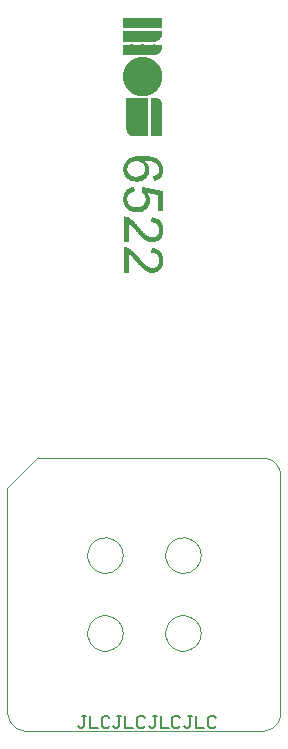
<source format=gto>
G04*
G04 #@! TF.GenerationSoftware,Altium Limited,Altium Designer,21.0.9 (235)*
G04*
G04 Layer_Color=65535*
%FSLAX25Y25*%
%MOIN*%
G70*
G04*
G04 #@! TF.SameCoordinates,D00D0935-9F2D-4F80-BADC-0BB803B56EC7*
G04*
G04*
G04 #@! TF.FilePolarity,Positive*
G04*
G01*
G75*
%ADD10C,0.00394*%
%ADD11C,0.00591*%
G36*
X54618Y215346D02*
X54659D01*
Y215333D01*
X54700D01*
Y215319D01*
X54741D01*
Y215305D01*
X54782D01*
Y215291D01*
X54823D01*
Y215278D01*
X54837D01*
Y215264D01*
X54851D01*
Y215278D01*
X54865D01*
Y215264D01*
X54878D01*
Y215250D01*
X54892D01*
Y215237D01*
X54905D01*
Y215250D01*
X54919D01*
Y215237D01*
X54933D01*
Y215223D01*
X54947D01*
Y215209D01*
X54960D01*
Y215223D01*
X54974D01*
Y215209D01*
X54988D01*
Y215196D01*
X55001D01*
Y215182D01*
X55015D01*
Y215196D01*
X55029D01*
Y215182D01*
X55042D01*
Y215168D01*
X55056D01*
Y215155D01*
X55070D01*
Y215168D01*
X55083D01*
Y215141D01*
X55111D01*
Y215127D01*
X55124D01*
Y215113D01*
X55138D01*
Y215100D01*
X55179D01*
Y215086D01*
X55193D01*
Y215072D01*
X55207D01*
Y215059D01*
X55220D01*
Y215045D01*
X55248D01*
Y215031D01*
X55275D01*
Y215004D01*
X55302D01*
Y214990D01*
X55316D01*
Y214977D01*
X55330D01*
Y214963D01*
X55343D01*
Y214949D01*
X55357D01*
Y214936D01*
X55371D01*
Y214922D01*
X55384D01*
Y214908D01*
X55398D01*
Y214895D01*
X55412D01*
Y214881D01*
X55426D01*
Y214867D01*
X55439D01*
Y214854D01*
X55453D01*
Y214840D01*
X55467D01*
Y214826D01*
X55480D01*
Y214812D01*
X55494D01*
Y214799D01*
X55508D01*
Y214785D01*
X55521D01*
Y214772D01*
X55535D01*
Y214758D01*
X55549D01*
Y214744D01*
X55562D01*
Y214730D01*
X55576D01*
Y214689D01*
X55603D01*
Y214662D01*
X55617D01*
Y214648D01*
X55631D01*
Y214635D01*
X55644D01*
Y214621D01*
X55658D01*
Y214580D01*
X55672D01*
Y214566D01*
X55686D01*
Y214552D01*
X55699D01*
Y214539D01*
X55713D01*
Y214498D01*
X55726D01*
Y214484D01*
X55740D01*
Y214470D01*
X55754D01*
Y214429D01*
X55768D01*
Y214416D01*
X55781D01*
Y214402D01*
X55795D01*
Y214361D01*
X55809D01*
Y214347D01*
X55822D01*
Y214306D01*
X55836D01*
Y214293D01*
X55850D01*
Y214251D01*
X55863D01*
Y214238D01*
X55877D01*
Y214197D01*
X55891D01*
Y214183D01*
X55904D01*
Y214142D01*
X55918D01*
Y214128D01*
X55904D01*
Y214115D01*
X55918D01*
Y214101D01*
X55932D01*
Y214074D01*
X55945D01*
Y214046D01*
X55959D01*
Y214005D01*
X55973D01*
Y213992D01*
X55986D01*
Y213950D01*
X56000D01*
Y213937D01*
X55986D01*
Y213923D01*
X56000D01*
Y213910D01*
X56014D01*
Y213868D01*
X56028D01*
Y213855D01*
X56014D01*
Y213841D01*
X56028D01*
Y213827D01*
X56041D01*
Y213786D01*
X56055D01*
Y213773D01*
X56041D01*
Y213759D01*
X56055D01*
Y213745D01*
X56069D01*
Y213704D01*
X56082D01*
Y213690D01*
X56069D01*
Y213677D01*
X56082D01*
Y213663D01*
X56096D01*
Y213595D01*
X56110D01*
Y213581D01*
X56123D01*
Y213567D01*
X56110D01*
Y213554D01*
X56123D01*
Y213513D01*
X56137D01*
Y213472D01*
X56151D01*
Y213458D01*
X56137D01*
Y213444D01*
X56151D01*
Y213403D01*
X56164D01*
Y213362D01*
X56178D01*
Y213294D01*
X56192D01*
Y213253D01*
X56205D01*
Y213184D01*
X56219D01*
Y213143D01*
X56233D01*
Y202854D01*
X52388D01*
Y215360D01*
X52402D01*
Y215346D01*
X52415D01*
Y215360D01*
X52429D01*
Y215346D01*
X52443D01*
Y215360D01*
X52456D01*
Y215346D01*
X52470D01*
Y215360D01*
X52484D01*
Y215346D01*
X52497D01*
Y215360D01*
X52511D01*
Y215346D01*
X52525D01*
Y215360D01*
X52538D01*
Y215346D01*
X52552D01*
Y215360D01*
X52566D01*
Y215346D01*
X52579D01*
Y215360D01*
X52593D01*
Y215346D01*
X52607D01*
Y215360D01*
X52621D01*
Y215346D01*
X52634D01*
Y215360D01*
X52648D01*
Y215346D01*
X52662D01*
Y215360D01*
X52675D01*
Y215346D01*
X52689D01*
Y215360D01*
X52703D01*
Y215346D01*
X52716D01*
Y215360D01*
X52730D01*
Y215346D01*
X52744D01*
Y215360D01*
X52757D01*
Y215346D01*
X52771D01*
Y215360D01*
X52785D01*
Y215346D01*
X52798D01*
Y215360D01*
X52812D01*
Y215346D01*
X52826D01*
Y215360D01*
X52839D01*
Y215346D01*
X52853D01*
Y215360D01*
X52867D01*
Y215346D01*
X52881D01*
Y215360D01*
X52894D01*
Y215346D01*
X52908D01*
Y215360D01*
X52922D01*
Y215346D01*
X52935D01*
Y215360D01*
X52949D01*
Y215346D01*
X52963D01*
Y215360D01*
X52976D01*
Y215346D01*
X52990D01*
Y215360D01*
X53004D01*
Y215346D01*
X53017D01*
Y215360D01*
X53031D01*
Y215346D01*
X53045D01*
Y215360D01*
X53058D01*
Y215346D01*
X53072D01*
Y215360D01*
X53086D01*
Y215346D01*
X53099D01*
Y215360D01*
X53113D01*
Y215346D01*
X53127D01*
Y215360D01*
X53140D01*
Y215346D01*
X53154D01*
Y215360D01*
X53168D01*
Y215346D01*
X53181D01*
Y215360D01*
X53195D01*
Y215346D01*
X53209D01*
Y215360D01*
X53223D01*
Y215346D01*
X53236D01*
Y215360D01*
X53250D01*
Y215346D01*
X53264D01*
Y215360D01*
X53277D01*
Y215346D01*
X53291D01*
Y215360D01*
X53305D01*
Y215346D01*
X53318D01*
Y215360D01*
X53332D01*
Y215346D01*
X53346D01*
Y215360D01*
X53359D01*
Y215346D01*
X53373D01*
Y215360D01*
X53387D01*
Y215346D01*
X53400D01*
Y215360D01*
X53414D01*
Y215346D01*
X53428D01*
Y215360D01*
X53442D01*
Y215346D01*
X53455D01*
Y215360D01*
X53469D01*
Y215346D01*
X53483D01*
Y215360D01*
X53496D01*
Y215346D01*
X53510D01*
Y215360D01*
X53524D01*
Y215346D01*
X53537D01*
Y215360D01*
X53551D01*
Y215346D01*
X53565D01*
Y215360D01*
X53578D01*
Y215346D01*
X53592D01*
Y215360D01*
X53606D01*
Y215346D01*
X53619D01*
Y215360D01*
X53633D01*
Y215346D01*
X53647D01*
Y215360D01*
X53660D01*
Y215346D01*
X53674D01*
Y215360D01*
X53688D01*
Y215346D01*
X53702D01*
Y215360D01*
X53715D01*
Y215346D01*
X53729D01*
Y215360D01*
X53742D01*
Y215346D01*
X53756D01*
Y215360D01*
X53770D01*
Y215346D01*
X53784D01*
Y215360D01*
X53797D01*
Y215346D01*
X53811D01*
Y215360D01*
X53825D01*
Y215346D01*
X53838D01*
Y215360D01*
X53852D01*
Y215346D01*
X53866D01*
Y215360D01*
X53879D01*
Y215346D01*
X53893D01*
Y215360D01*
X53907D01*
Y215346D01*
X53920D01*
Y215360D01*
X53934D01*
Y215346D01*
X53948D01*
Y215360D01*
X53961D01*
Y215346D01*
X53975D01*
Y215360D01*
X53989D01*
Y215346D01*
X54002D01*
Y215360D01*
X54016D01*
Y215346D01*
X54030D01*
Y215360D01*
X54044D01*
Y215346D01*
X54057D01*
Y215360D01*
X54071D01*
Y215346D01*
X54085D01*
Y215360D01*
X54098D01*
Y215346D01*
X54112D01*
Y215360D01*
X54126D01*
Y215346D01*
X54139D01*
Y215360D01*
X54153D01*
Y215346D01*
X54167D01*
Y215360D01*
X54180D01*
Y215346D01*
X54194D01*
Y215360D01*
X54208D01*
Y215346D01*
X54221D01*
Y215360D01*
X54235D01*
Y215346D01*
X54249D01*
Y215360D01*
X54263D01*
Y215346D01*
X54276D01*
Y215360D01*
X54290D01*
Y215346D01*
X54303D01*
Y215360D01*
X54317D01*
Y215346D01*
X54331D01*
Y215360D01*
X54345D01*
Y215346D01*
X54358D01*
Y215360D01*
X54372D01*
Y215346D01*
X54386D01*
Y215360D01*
X54399D01*
Y215346D01*
X54413D01*
Y215360D01*
X54427D01*
Y215346D01*
X54440D01*
Y215360D01*
X54454D01*
Y215346D01*
X54468D01*
Y215360D01*
X54481D01*
Y215346D01*
X54495D01*
Y215360D01*
X54509D01*
Y215346D01*
X54522D01*
Y215360D01*
X54536D01*
Y215346D01*
X54550D01*
Y215360D01*
X54563D01*
Y215346D01*
X54577D01*
Y215360D01*
X54591D01*
Y215346D01*
X54605D01*
Y215360D01*
X54618D01*
Y215346D01*
D02*
G37*
G36*
X51416D02*
X51430D01*
Y215333D01*
X51416D01*
Y215319D01*
X51430D01*
Y215305D01*
X51416D01*
Y215291D01*
X51430D01*
Y215278D01*
X51416D01*
Y215264D01*
X51430D01*
Y215250D01*
X51416D01*
Y215237D01*
X51430D01*
Y215223D01*
X51416D01*
Y215209D01*
X51430D01*
Y215196D01*
X51416D01*
Y215182D01*
X51430D01*
Y215168D01*
X51416D01*
Y215155D01*
X51430D01*
Y215141D01*
X51416D01*
Y215127D01*
X51430D01*
Y215113D01*
X51416D01*
Y215100D01*
X51430D01*
Y215086D01*
X51416D01*
Y215072D01*
X51430D01*
Y215059D01*
X51416D01*
Y215045D01*
X51430D01*
Y215031D01*
X51416D01*
Y215018D01*
X51430D01*
Y215004D01*
X51416D01*
Y214990D01*
X51430D01*
Y214977D01*
X51416D01*
Y214963D01*
X51430D01*
Y214949D01*
X51416D01*
Y214936D01*
X51430D01*
Y214922D01*
X51416D01*
Y214908D01*
X51430D01*
Y214895D01*
X51416D01*
Y214881D01*
X51430D01*
Y214867D01*
X51416D01*
Y214854D01*
X51430D01*
Y214840D01*
X51416D01*
Y214826D01*
X51430D01*
Y214812D01*
X51416D01*
Y214799D01*
X51430D01*
Y214785D01*
X51416D01*
Y214772D01*
X51430D01*
Y214758D01*
X51416D01*
Y214744D01*
X51430D01*
Y214730D01*
X51416D01*
Y214717D01*
X51430D01*
Y214703D01*
X51416D01*
Y214689D01*
X51430D01*
Y214676D01*
X51416D01*
Y214662D01*
X51430D01*
Y214648D01*
X51416D01*
Y214635D01*
X51430D01*
Y214621D01*
X51416D01*
Y214607D01*
X51430D01*
Y214594D01*
X51416D01*
Y214580D01*
X51430D01*
Y214566D01*
X51416D01*
Y214552D01*
X51430D01*
Y214539D01*
X51416D01*
Y214525D01*
X51430D01*
Y214511D01*
X51416D01*
Y214498D01*
X51430D01*
Y214484D01*
X51416D01*
Y214470D01*
X51430D01*
Y214457D01*
X51416D01*
Y214443D01*
X51430D01*
Y214429D01*
X51416D01*
Y214416D01*
X51430D01*
Y214402D01*
X51416D01*
Y214388D01*
X51430D01*
Y214375D01*
X51416D01*
Y214361D01*
X51430D01*
Y214347D01*
X51416D01*
Y214334D01*
X51430D01*
Y214320D01*
X51416D01*
Y214306D01*
X51430D01*
Y214293D01*
X51416D01*
Y214279D01*
X51430D01*
Y214265D01*
X51416D01*
Y214251D01*
X51430D01*
Y214238D01*
X51416D01*
Y214224D01*
X51430D01*
Y214211D01*
X51416D01*
Y214197D01*
X51430D01*
Y214183D01*
X51416D01*
Y214169D01*
X51430D01*
Y214156D01*
X51416D01*
Y214142D01*
X51430D01*
Y214128D01*
X51416D01*
Y214115D01*
X51430D01*
Y214101D01*
X51416D01*
Y214087D01*
X51430D01*
Y214074D01*
X51416D01*
Y214060D01*
X51430D01*
Y214046D01*
X51416D01*
Y214033D01*
X51430D01*
Y214019D01*
X51416D01*
Y214005D01*
X51430D01*
Y213992D01*
X51416D01*
Y213978D01*
X51430D01*
Y213964D01*
X51416D01*
Y213950D01*
X51430D01*
Y213937D01*
X51416D01*
Y213923D01*
X51430D01*
Y213910D01*
X51416D01*
Y213896D01*
X51430D01*
Y213882D01*
X51416D01*
Y213868D01*
X51430D01*
Y213855D01*
X51416D01*
Y213841D01*
X51430D01*
Y213827D01*
X51416D01*
Y213814D01*
X51430D01*
Y213800D01*
X51416D01*
Y213786D01*
X51430D01*
Y213773D01*
X51416D01*
Y213759D01*
X51430D01*
Y213745D01*
X51416D01*
Y213732D01*
X51430D01*
Y213718D01*
X51416D01*
Y213704D01*
X51430D01*
Y213690D01*
X51416D01*
Y213677D01*
X51430D01*
Y213663D01*
X51416D01*
Y213650D01*
X51430D01*
Y213636D01*
X51416D01*
Y213622D01*
X51430D01*
Y213608D01*
X51416D01*
Y213595D01*
X51430D01*
Y213581D01*
X51416D01*
Y213567D01*
X51430D01*
Y213554D01*
X51416D01*
Y213540D01*
X51430D01*
Y213526D01*
X51416D01*
Y213513D01*
X51430D01*
Y213499D01*
X51416D01*
Y213485D01*
X51430D01*
Y213472D01*
X51416D01*
Y213458D01*
X51430D01*
Y213444D01*
X51416D01*
Y213431D01*
X51430D01*
Y213417D01*
X51416D01*
Y213403D01*
X51430D01*
Y213389D01*
X51416D01*
Y213376D01*
X51430D01*
Y213362D01*
X51416D01*
Y213349D01*
X51430D01*
Y213335D01*
X51416D01*
Y213321D01*
X51430D01*
Y213307D01*
X51416D01*
Y213294D01*
X51430D01*
Y213280D01*
X51416D01*
Y213266D01*
X51430D01*
Y213253D01*
X51416D01*
Y213239D01*
X51430D01*
Y213225D01*
X51416D01*
Y213212D01*
X51430D01*
Y213198D01*
X51416D01*
Y213184D01*
X51430D01*
Y213171D01*
X51416D01*
Y213157D01*
X51430D01*
Y213143D01*
X51416D01*
Y213129D01*
X51430D01*
Y213116D01*
X51416D01*
Y213102D01*
X51430D01*
Y213088D01*
X51416D01*
Y213075D01*
X51430D01*
Y213061D01*
X51416D01*
Y213047D01*
X51430D01*
Y213034D01*
X51416D01*
Y213020D01*
X51430D01*
Y213006D01*
X51416D01*
Y212993D01*
X51430D01*
Y212979D01*
X51416D01*
Y212965D01*
X51430D01*
Y212952D01*
X51416D01*
Y212938D01*
X51430D01*
Y212924D01*
X51416D01*
Y212911D01*
X51430D01*
Y212897D01*
X51416D01*
Y212883D01*
X51430D01*
Y212870D01*
X51416D01*
Y212856D01*
X51430D01*
Y212842D01*
X51416D01*
Y212828D01*
X51430D01*
Y212815D01*
X51416D01*
Y212801D01*
X51430D01*
Y212788D01*
X51416D01*
Y212774D01*
X51430D01*
Y212760D01*
X51416D01*
Y212746D01*
X51430D01*
Y212733D01*
X51416D01*
Y212719D01*
X51430D01*
Y212705D01*
X51416D01*
Y212692D01*
X51430D01*
Y212678D01*
X51416D01*
Y212664D01*
X51430D01*
Y212651D01*
X51416D01*
Y212637D01*
X51430D01*
Y212623D01*
X51416D01*
Y212610D01*
X51430D01*
Y212596D01*
X51416D01*
Y212582D01*
X51430D01*
Y212569D01*
X51416D01*
Y212555D01*
X51430D01*
Y212541D01*
X51416D01*
Y212527D01*
X51430D01*
Y212514D01*
X51416D01*
Y212500D01*
X51430D01*
Y212487D01*
X51416D01*
Y212473D01*
X51430D01*
Y212459D01*
X51416D01*
Y212445D01*
X51430D01*
Y212432D01*
X51416D01*
Y212418D01*
X51430D01*
Y212404D01*
X51416D01*
Y212391D01*
X51430D01*
Y212377D01*
X51416D01*
Y212363D01*
X51430D01*
Y212350D01*
X51416D01*
Y212336D01*
X51430D01*
Y212322D01*
X51416D01*
Y212309D01*
X51430D01*
Y212295D01*
X51416D01*
Y212281D01*
X51430D01*
Y212267D01*
X51416D01*
Y212254D01*
X51430D01*
Y212240D01*
X51416D01*
Y212227D01*
X51430D01*
Y212213D01*
X51416D01*
Y212199D01*
X51430D01*
Y212185D01*
X51416D01*
Y212172D01*
X51430D01*
Y212158D01*
X51416D01*
Y212144D01*
X51430D01*
Y212131D01*
X51416D01*
Y212117D01*
X51430D01*
Y212103D01*
X51416D01*
Y212090D01*
X51430D01*
Y212076D01*
X51416D01*
Y212062D01*
X51430D01*
Y212049D01*
X51416D01*
Y212035D01*
X51430D01*
Y212021D01*
X51416D01*
Y212008D01*
X51430D01*
Y211994D01*
X51416D01*
Y211980D01*
X51430D01*
Y211966D01*
X51416D01*
Y211953D01*
X51430D01*
Y211939D01*
X51416D01*
Y211926D01*
X51430D01*
Y211912D01*
X51416D01*
Y211898D01*
X51430D01*
Y211884D01*
X51416D01*
Y211871D01*
X51430D01*
Y211857D01*
X51416D01*
Y211843D01*
X51430D01*
Y211830D01*
X51416D01*
Y211816D01*
X51430D01*
Y211802D01*
X51416D01*
Y211789D01*
X51430D01*
Y211775D01*
X51416D01*
Y211761D01*
X51430D01*
Y211748D01*
X51416D01*
Y211734D01*
X51430D01*
Y211720D01*
X51416D01*
Y211706D01*
X51430D01*
Y211693D01*
X51416D01*
Y211679D01*
X51430D01*
Y211666D01*
X51416D01*
Y211652D01*
X51430D01*
Y211638D01*
X51416D01*
Y211624D01*
X51430D01*
Y211611D01*
X51416D01*
Y211597D01*
X51430D01*
Y211583D01*
X51416D01*
Y211570D01*
X51430D01*
Y211556D01*
X51416D01*
Y211542D01*
X51430D01*
Y211529D01*
X51416D01*
Y211515D01*
X51430D01*
Y211501D01*
X51416D01*
Y211488D01*
X51430D01*
Y211474D01*
X51416D01*
Y211460D01*
X51430D01*
Y211447D01*
X51416D01*
Y211433D01*
X51430D01*
Y211419D01*
X51416D01*
Y211405D01*
X51430D01*
Y211392D01*
X51416D01*
Y211378D01*
X51430D01*
Y211365D01*
X51416D01*
Y211351D01*
X51430D01*
Y211337D01*
X51416D01*
Y211323D01*
X51430D01*
Y211310D01*
X51416D01*
Y211296D01*
X51430D01*
Y211282D01*
X51416D01*
Y211269D01*
X51430D01*
Y211255D01*
X51416D01*
Y211241D01*
X51430D01*
Y211228D01*
X51416D01*
Y211214D01*
X51430D01*
Y211200D01*
X51416D01*
Y211187D01*
X51430D01*
Y211173D01*
X51416D01*
Y211159D01*
X51430D01*
Y211146D01*
X51416D01*
Y211132D01*
X51430D01*
Y211118D01*
X51416D01*
Y211104D01*
X51430D01*
Y211091D01*
X51416D01*
Y211077D01*
X51430D01*
Y211064D01*
X51416D01*
Y211050D01*
X51430D01*
Y211036D01*
X51416D01*
Y211022D01*
X51430D01*
Y211009D01*
X51416D01*
Y210995D01*
X51430D01*
Y210981D01*
X51416D01*
Y210968D01*
X51430D01*
Y210954D01*
X51416D01*
Y210940D01*
X51430D01*
Y210927D01*
X51416D01*
Y210913D01*
X51430D01*
Y210899D01*
X51416D01*
Y210886D01*
X51430D01*
Y210872D01*
X51416D01*
Y210858D01*
X51430D01*
Y210844D01*
X51416D01*
Y210831D01*
X51430D01*
Y210817D01*
X51416D01*
Y210804D01*
X51430D01*
Y210790D01*
X51416D01*
Y210776D01*
X51430D01*
Y210762D01*
X51416D01*
Y210749D01*
X51430D01*
Y210735D01*
X51416D01*
Y210721D01*
X51430D01*
Y210708D01*
X51416D01*
Y210694D01*
X51430D01*
Y210680D01*
X51416D01*
Y210667D01*
X51430D01*
Y210653D01*
X51416D01*
Y210639D01*
X51430D01*
Y210626D01*
X51416D01*
Y210612D01*
X51430D01*
Y210598D01*
X51416D01*
Y210585D01*
X51430D01*
Y210571D01*
X51416D01*
Y210557D01*
X51430D01*
Y210543D01*
X51416D01*
Y210530D01*
X51430D01*
Y210516D01*
X51416D01*
Y210503D01*
X51430D01*
Y210489D01*
X51416D01*
Y210475D01*
X51430D01*
Y210461D01*
X51416D01*
Y210448D01*
X51430D01*
Y210434D01*
X51416D01*
Y210420D01*
X51430D01*
Y210407D01*
X51416D01*
Y210393D01*
X51430D01*
Y210379D01*
X51416D01*
Y210366D01*
X51430D01*
Y210352D01*
X51416D01*
Y210338D01*
X51430D01*
Y210325D01*
X51416D01*
Y210311D01*
X51430D01*
Y210297D01*
X51416D01*
Y210284D01*
X51430D01*
Y210270D01*
X51416D01*
Y210256D01*
X51430D01*
Y210243D01*
X51416D01*
Y210229D01*
X51430D01*
Y210215D01*
X51416D01*
Y210202D01*
X51430D01*
Y210188D01*
X51416D01*
Y210174D01*
X51430D01*
Y210160D01*
X51416D01*
Y210147D01*
X51430D01*
Y210133D01*
X51416D01*
Y210119D01*
X51430D01*
Y210106D01*
X51416D01*
Y210092D01*
X51430D01*
Y210078D01*
X51416D01*
Y210065D01*
X51430D01*
Y210051D01*
X51416D01*
Y210037D01*
X51430D01*
Y210024D01*
X51416D01*
Y210010D01*
X51430D01*
Y209996D01*
X51416D01*
Y209982D01*
X51430D01*
Y209969D01*
X51416D01*
Y209955D01*
X51430D01*
Y209942D01*
X51416D01*
Y209928D01*
X51430D01*
Y209914D01*
X51416D01*
Y209900D01*
X51430D01*
Y209887D01*
X51416D01*
Y209873D01*
X51430D01*
Y209859D01*
X51416D01*
Y209846D01*
X51430D01*
Y209832D01*
X51416D01*
Y209818D01*
X51430D01*
Y209805D01*
X51416D01*
Y209791D01*
X51430D01*
Y209777D01*
X51416D01*
Y209764D01*
X51430D01*
Y209750D01*
X51416D01*
Y209736D01*
X51430D01*
Y209723D01*
X51416D01*
Y209709D01*
X51430D01*
Y209695D01*
X51416D01*
Y209682D01*
X51430D01*
Y209668D01*
X51416D01*
Y209654D01*
X51430D01*
Y209641D01*
X51416D01*
Y209627D01*
X51430D01*
Y209613D01*
X51416D01*
Y209599D01*
X51430D01*
Y209586D01*
X51416D01*
Y209572D01*
X51430D01*
Y209558D01*
X51416D01*
Y209545D01*
X51430D01*
Y209531D01*
X51416D01*
Y209517D01*
X51430D01*
Y209504D01*
X51416D01*
Y209490D01*
X51430D01*
Y209476D01*
X51416D01*
Y209463D01*
X51430D01*
Y209449D01*
X51416D01*
Y209435D01*
X51430D01*
Y209421D01*
X51416D01*
Y209408D01*
X51430D01*
Y209394D01*
X51416D01*
Y209381D01*
X51430D01*
Y209367D01*
X51416D01*
Y209353D01*
X51430D01*
Y209339D01*
X51416D01*
Y209326D01*
X51430D01*
Y209312D01*
X51416D01*
Y209298D01*
X51430D01*
Y209285D01*
X51416D01*
Y209271D01*
X51430D01*
Y209257D01*
X51416D01*
Y209244D01*
X51430D01*
Y209230D01*
X51416D01*
Y209216D01*
X51430D01*
Y209203D01*
X51416D01*
Y209189D01*
X51430D01*
Y209175D01*
X51416D01*
Y209162D01*
X51430D01*
Y209148D01*
X51416D01*
Y209134D01*
X51430D01*
Y209120D01*
X51416D01*
Y209107D01*
X51430D01*
Y209093D01*
X51416D01*
Y209080D01*
X51430D01*
Y209066D01*
X51416D01*
Y209052D01*
X51430D01*
Y209038D01*
X51416D01*
Y209025D01*
X51430D01*
Y209011D01*
X51416D01*
Y208997D01*
X51430D01*
Y208984D01*
X51416D01*
Y208970D01*
X51430D01*
Y208956D01*
X51416D01*
Y208943D01*
X51430D01*
Y208929D01*
X51416D01*
Y208915D01*
X51430D01*
Y208902D01*
X51416D01*
Y208888D01*
X51430D01*
Y208874D01*
X51416D01*
Y208861D01*
X51430D01*
Y208847D01*
X51416D01*
Y208833D01*
X51430D01*
Y208820D01*
X51416D01*
Y208806D01*
X51430D01*
Y208792D01*
X51416D01*
Y208779D01*
X51430D01*
Y208765D01*
X51416D01*
Y208751D01*
X51430D01*
Y208737D01*
X51416D01*
Y208724D01*
X51430D01*
Y208710D01*
X51416D01*
Y208696D01*
X51430D01*
Y208683D01*
X51416D01*
Y208669D01*
X51430D01*
Y208655D01*
X51416D01*
Y208642D01*
X51430D01*
Y208628D01*
X51416D01*
Y208614D01*
X51430D01*
Y208601D01*
X51416D01*
Y208587D01*
X51430D01*
Y208573D01*
X51416D01*
Y208559D01*
X51430D01*
Y208546D01*
X51416D01*
Y208532D01*
X51430D01*
Y208519D01*
X51416D01*
Y208505D01*
X51430D01*
Y208491D01*
X51416D01*
Y208477D01*
X51430D01*
Y208464D01*
X51416D01*
Y208450D01*
X51430D01*
Y208436D01*
X51416D01*
Y208423D01*
X51430D01*
Y208409D01*
X51416D01*
Y208395D01*
X51430D01*
Y208382D01*
X51416D01*
Y208368D01*
X51430D01*
Y208354D01*
X51416D01*
Y208341D01*
X51430D01*
Y208327D01*
X51416D01*
Y208313D01*
X51430D01*
Y208300D01*
X51416D01*
Y208286D01*
X51430D01*
Y208272D01*
X51416D01*
Y208259D01*
X51430D01*
Y208245D01*
X51416D01*
Y208231D01*
X51430D01*
Y208218D01*
X51416D01*
Y208204D01*
X51430D01*
Y208190D01*
X51416D01*
Y208176D01*
X51430D01*
Y208163D01*
X51416D01*
Y208149D01*
X51430D01*
Y208135D01*
X51416D01*
Y208122D01*
X51430D01*
Y208108D01*
X51416D01*
Y208094D01*
X51430D01*
Y208081D01*
X51416D01*
Y208067D01*
X51430D01*
Y208053D01*
X51416D01*
Y208040D01*
X51430D01*
Y208026D01*
X51416D01*
Y208012D01*
X51430D01*
Y207998D01*
X51416D01*
Y207985D01*
X51430D01*
Y207971D01*
X51416D01*
Y207958D01*
X51430D01*
Y207944D01*
X51416D01*
Y207930D01*
X51430D01*
Y207916D01*
X51416D01*
Y207903D01*
X51430D01*
Y207889D01*
X51416D01*
Y207875D01*
X51430D01*
Y207862D01*
X51416D01*
Y207848D01*
X51430D01*
Y207834D01*
X51416D01*
Y207821D01*
X51430D01*
Y207807D01*
X51416D01*
Y207793D01*
X51430D01*
Y207780D01*
X51416D01*
Y207766D01*
X51430D01*
Y207752D01*
X51416D01*
Y207739D01*
X51430D01*
Y207725D01*
X51416D01*
Y207711D01*
X51430D01*
Y207698D01*
X51416D01*
Y207684D01*
X51430D01*
Y207670D01*
X51416D01*
Y207657D01*
X51430D01*
Y207643D01*
X51416D01*
Y207629D01*
X51430D01*
Y207615D01*
X51416D01*
Y207602D01*
X51430D01*
Y207588D01*
X51416D01*
Y207574D01*
X51430D01*
Y207561D01*
X51416D01*
Y207547D01*
X51430D01*
Y207533D01*
X51416D01*
Y207520D01*
X51430D01*
Y207506D01*
X51416D01*
Y207492D01*
X51430D01*
Y207479D01*
X51416D01*
Y207465D01*
X51430D01*
Y207451D01*
X51416D01*
Y207438D01*
X51430D01*
Y207424D01*
X51416D01*
Y207410D01*
X51430D01*
Y207397D01*
X51416D01*
Y207383D01*
X51430D01*
Y207369D01*
X51416D01*
Y207355D01*
X51430D01*
Y207342D01*
X51416D01*
Y207328D01*
X51430D01*
Y207314D01*
X51416D01*
Y207301D01*
X51430D01*
Y207287D01*
X51416D01*
Y207273D01*
X51430D01*
Y207260D01*
X51416D01*
Y207246D01*
X51430D01*
Y207232D01*
X51416D01*
Y207219D01*
X51430D01*
Y207205D01*
X51416D01*
Y207191D01*
X51430D01*
Y207178D01*
X51416D01*
Y207164D01*
X51430D01*
Y207150D01*
X51416D01*
Y207137D01*
X51430D01*
Y207123D01*
X51416D01*
Y207109D01*
X51430D01*
Y207096D01*
X51416D01*
Y207082D01*
X51430D01*
Y207068D01*
X51416D01*
Y207054D01*
X51430D01*
Y207041D01*
X51416D01*
Y207027D01*
X51430D01*
Y207013D01*
X51416D01*
Y207000D01*
X51430D01*
Y206986D01*
X51416D01*
Y206972D01*
X51430D01*
Y206959D01*
X51416D01*
Y206945D01*
X51430D01*
Y206931D01*
X51416D01*
Y206918D01*
X51430D01*
Y206904D01*
X51416D01*
Y206890D01*
X51430D01*
Y206877D01*
X51416D01*
Y206863D01*
X51430D01*
Y206849D01*
X51416D01*
Y206836D01*
X51430D01*
Y206822D01*
X51416D01*
Y206808D01*
X51430D01*
Y206795D01*
X51416D01*
Y206781D01*
X51430D01*
Y206767D01*
X51416D01*
Y206753D01*
X51430D01*
Y206740D01*
X51416D01*
Y206726D01*
X51430D01*
Y206712D01*
X51416D01*
Y206699D01*
X51430D01*
Y206685D01*
X51416D01*
Y206671D01*
X51430D01*
Y206658D01*
X51416D01*
Y206644D01*
X51430D01*
Y206630D01*
X51416D01*
Y206617D01*
X51430D01*
Y206603D01*
X51416D01*
Y206589D01*
X51430D01*
Y206575D01*
X51416D01*
Y206562D01*
X51430D01*
Y206548D01*
X51416D01*
Y206535D01*
X51430D01*
Y206521D01*
X51416D01*
Y206507D01*
X51430D01*
Y206493D01*
X51416D01*
Y206480D01*
X51430D01*
Y206466D01*
X51416D01*
Y206452D01*
X51430D01*
Y206439D01*
X51416D01*
Y206425D01*
X51430D01*
Y206411D01*
X51416D01*
Y206398D01*
X51430D01*
Y206384D01*
X51416D01*
Y206370D01*
X51430D01*
Y206357D01*
X51416D01*
Y206343D01*
X51430D01*
Y206329D01*
X51416D01*
Y206316D01*
X51430D01*
Y206302D01*
X51416D01*
Y206288D01*
X51430D01*
Y206275D01*
X51416D01*
Y206261D01*
X51430D01*
Y206247D01*
X51416D01*
Y206234D01*
X51430D01*
Y206220D01*
X51416D01*
Y206206D01*
X51430D01*
Y206192D01*
X51416D01*
Y206179D01*
X51430D01*
Y206165D01*
X51416D01*
Y206151D01*
X51430D01*
Y206138D01*
X51416D01*
Y206124D01*
X51430D01*
Y206110D01*
X51416D01*
Y206097D01*
X51430D01*
Y206083D01*
X51416D01*
Y206069D01*
X51430D01*
Y206056D01*
X51416D01*
Y206042D01*
X51430D01*
Y206028D01*
X51416D01*
Y206015D01*
X51430D01*
Y206001D01*
X51416D01*
Y205987D01*
X51430D01*
Y205974D01*
X51416D01*
Y205960D01*
X51430D01*
Y205946D01*
X51416D01*
Y205932D01*
X51430D01*
Y205919D01*
X51416D01*
Y205905D01*
X51430D01*
Y205891D01*
X51416D01*
Y205878D01*
X51430D01*
Y205864D01*
X51416D01*
Y205850D01*
X51430D01*
Y205837D01*
X51416D01*
Y205823D01*
X51430D01*
Y205809D01*
X51416D01*
Y205796D01*
X51430D01*
Y205782D01*
X51416D01*
Y205768D01*
X51430D01*
Y205755D01*
X51416D01*
Y205741D01*
X51430D01*
Y205727D01*
X51416D01*
Y205714D01*
X51430D01*
Y205700D01*
X51416D01*
Y205686D01*
X51430D01*
Y205673D01*
X51416D01*
Y205659D01*
X51430D01*
Y205645D01*
X51416D01*
Y205631D01*
X51430D01*
Y205618D01*
X51416D01*
Y205604D01*
X51430D01*
Y205590D01*
X51416D01*
Y205577D01*
X51430D01*
Y205563D01*
X51416D01*
Y205549D01*
X51430D01*
Y205536D01*
X51416D01*
Y205522D01*
X51430D01*
Y205508D01*
X51416D01*
Y205495D01*
X51430D01*
Y205481D01*
X51416D01*
Y205467D01*
X51430D01*
Y205454D01*
X51416D01*
Y205440D01*
X51430D01*
Y205426D01*
X51416D01*
Y205413D01*
X51430D01*
Y205399D01*
X51416D01*
Y205385D01*
X51430D01*
Y205371D01*
X51416D01*
Y205358D01*
X51430D01*
Y205344D01*
X51416D01*
Y205330D01*
X51430D01*
Y205317D01*
X51416D01*
Y205303D01*
X51430D01*
Y205289D01*
X51416D01*
Y205276D01*
X51430D01*
Y205262D01*
X51416D01*
Y205248D01*
X51430D01*
Y205235D01*
X51416D01*
Y205221D01*
X51430D01*
Y205207D01*
X51416D01*
Y205194D01*
X51430D01*
Y205180D01*
X51416D01*
Y205166D01*
X51430D01*
Y205153D01*
X51416D01*
Y205139D01*
X51430D01*
Y205125D01*
X51416D01*
Y205112D01*
X51430D01*
Y205098D01*
X51416D01*
Y205084D01*
X51430D01*
Y205070D01*
X51416D01*
Y205057D01*
X51430D01*
Y205043D01*
X51416D01*
Y205029D01*
X51430D01*
Y205016D01*
X51416D01*
Y205002D01*
X51430D01*
Y204988D01*
X51416D01*
Y204975D01*
X51430D01*
Y204961D01*
X51416D01*
Y204947D01*
X51430D01*
Y204934D01*
X51416D01*
Y204920D01*
X51430D01*
Y204906D01*
X51416D01*
Y204893D01*
X51430D01*
Y204879D01*
X51416D01*
Y204865D01*
X51430D01*
Y204852D01*
X51416D01*
Y204838D01*
X51430D01*
Y204824D01*
X51416D01*
Y204811D01*
X51430D01*
Y204797D01*
X51416D01*
Y204783D01*
X51430D01*
Y204769D01*
X51416D01*
Y204756D01*
X51430D01*
Y204742D01*
X51416D01*
Y204728D01*
X51430D01*
Y204715D01*
X51416D01*
Y204701D01*
X51430D01*
Y204687D01*
X51416D01*
Y204674D01*
X51430D01*
Y204660D01*
X51416D01*
Y204646D01*
X51430D01*
Y204633D01*
X51416D01*
Y204619D01*
X51430D01*
Y204605D01*
X51416D01*
Y204592D01*
X51430D01*
Y204578D01*
X51416D01*
Y204564D01*
X51430D01*
Y204551D01*
X51416D01*
Y204537D01*
X51430D01*
Y204523D01*
X51416D01*
Y204509D01*
X51430D01*
Y204496D01*
X51416D01*
Y204482D01*
X51430D01*
Y204468D01*
X51416D01*
Y204455D01*
X51430D01*
Y204441D01*
X51416D01*
Y204427D01*
X51430D01*
Y204414D01*
X51416D01*
Y204400D01*
X51430D01*
Y204386D01*
X51416D01*
Y204373D01*
X51430D01*
Y204359D01*
X51416D01*
Y204345D01*
X51430D01*
Y204332D01*
X51416D01*
Y204318D01*
X51430D01*
Y204304D01*
X51416D01*
Y204291D01*
X51430D01*
Y204277D01*
X51416D01*
Y204263D01*
X51430D01*
Y204250D01*
X51416D01*
Y204236D01*
X51430D01*
Y204222D01*
X51416D01*
Y204208D01*
X51430D01*
Y204195D01*
X51416D01*
Y204181D01*
X51430D01*
Y204167D01*
X51416D01*
Y204154D01*
X51430D01*
Y204140D01*
X51416D01*
Y204126D01*
X51430D01*
Y204113D01*
X51416D01*
Y204099D01*
X51430D01*
Y204085D01*
X51416D01*
Y204072D01*
X51430D01*
Y204058D01*
X51416D01*
Y204044D01*
X51430D01*
Y204031D01*
X51416D01*
Y204017D01*
X51430D01*
Y204003D01*
X51416D01*
Y203990D01*
X51430D01*
Y203976D01*
X51416D01*
Y203962D01*
X51430D01*
Y203948D01*
X51416D01*
Y203935D01*
X51430D01*
Y203921D01*
X51416D01*
Y203907D01*
X51430D01*
Y203894D01*
X51416D01*
Y203880D01*
X51430D01*
Y203866D01*
X51416D01*
Y203853D01*
X51430D01*
Y203839D01*
X51416D01*
Y203825D01*
X51430D01*
Y203812D01*
X51416D01*
Y203798D01*
X51430D01*
Y203784D01*
X51416D01*
Y203771D01*
X51430D01*
Y203757D01*
X51416D01*
Y203743D01*
X51430D01*
Y203730D01*
X51416D01*
Y203716D01*
X51430D01*
Y203702D01*
X51416D01*
Y203689D01*
X51430D01*
Y203675D01*
X51416D01*
Y203661D01*
X51430D01*
Y203647D01*
X51416D01*
Y203634D01*
X51430D01*
Y203620D01*
X51416D01*
Y203606D01*
X51430D01*
Y203593D01*
X51416D01*
Y203579D01*
X51430D01*
Y203565D01*
X51416D01*
Y203552D01*
X51430D01*
Y203538D01*
X51416D01*
Y203524D01*
X51430D01*
Y203511D01*
X51416D01*
Y203497D01*
X51430D01*
Y203483D01*
X51416D01*
Y203470D01*
X51430D01*
Y203456D01*
X51416D01*
Y203442D01*
X51430D01*
Y203429D01*
X51416D01*
Y203415D01*
X51430D01*
Y203401D01*
X51416D01*
Y203387D01*
X51430D01*
Y203374D01*
X51416D01*
Y203360D01*
X51430D01*
Y203346D01*
X51416D01*
Y203333D01*
X51430D01*
Y203319D01*
X51416D01*
Y203305D01*
X51430D01*
Y203292D01*
X51416D01*
Y203278D01*
X51430D01*
Y203264D01*
X51416D01*
Y203251D01*
X51430D01*
Y203237D01*
X51416D01*
Y203223D01*
X51430D01*
Y203210D01*
X51416D01*
Y203196D01*
X51430D01*
Y203182D01*
X51416D01*
Y203169D01*
X51430D01*
Y203155D01*
X51416D01*
Y203141D01*
X51430D01*
Y203128D01*
X51416D01*
Y203114D01*
X51430D01*
Y203100D01*
X51416D01*
Y203086D01*
X51430D01*
Y203073D01*
X51416D01*
Y203059D01*
X51430D01*
Y203045D01*
X51416D01*
Y203032D01*
X51430D01*
Y203018D01*
X51416D01*
Y203004D01*
X51430D01*
Y202991D01*
X51416D01*
Y202977D01*
X51430D01*
Y202963D01*
X51416D01*
Y202950D01*
X51430D01*
Y202936D01*
X51416D01*
Y202922D01*
X51430D01*
Y202909D01*
X51416D01*
Y202895D01*
X51430D01*
Y202881D01*
X51416D01*
Y202868D01*
X51430D01*
Y202854D01*
X45797D01*
Y202868D01*
X45756D01*
Y202881D01*
X45715D01*
Y202895D01*
X45673D01*
Y202909D01*
X45632D01*
Y202922D01*
X45619D01*
Y202936D01*
X45605D01*
Y202922D01*
X45591D01*
Y202936D01*
X45578D01*
Y202950D01*
X45537D01*
Y202963D01*
X45523D01*
Y202977D01*
X45482D01*
Y202991D01*
X45455D01*
Y203004D01*
X45427D01*
Y203018D01*
X45414D01*
Y203032D01*
X45400D01*
Y203045D01*
X45386D01*
Y203032D01*
X45373D01*
Y203045D01*
X45359D01*
Y203059D01*
X45345D01*
Y203073D01*
X45318D01*
Y203086D01*
X45290D01*
Y203100D01*
X45277D01*
Y203114D01*
X45263D01*
Y203128D01*
X45236D01*
Y203155D01*
X45222D01*
Y203141D01*
X45208D01*
Y203155D01*
X45195D01*
Y203169D01*
X45181D01*
Y203182D01*
X45167D01*
Y203196D01*
X45154D01*
Y203210D01*
X45140D01*
Y203223D01*
X45126D01*
Y203237D01*
X45099D01*
Y203264D01*
X45085D01*
Y203251D01*
X45072D01*
Y203278D01*
X45044D01*
Y203305D01*
X45017D01*
Y203333D01*
X44989D01*
Y203360D01*
X44962D01*
Y203387D01*
X44948D01*
Y203401D01*
X44935D01*
Y203429D01*
X44907D01*
Y203456D01*
X44894D01*
Y203470D01*
X44880D01*
Y203483D01*
X44866D01*
Y203497D01*
X44853D01*
Y203511D01*
X44839D01*
Y203524D01*
X44825D01*
Y203565D01*
X44811D01*
Y203579D01*
X44798D01*
Y203593D01*
X44784D01*
Y203606D01*
X44770D01*
Y203634D01*
X44757D01*
Y203647D01*
X44743D01*
Y203675D01*
X44729D01*
Y203689D01*
X44716D01*
Y203730D01*
X44702D01*
Y203743D01*
X44688D01*
Y203757D01*
X44675D01*
Y203784D01*
X44661D01*
Y203812D01*
X44647D01*
Y203825D01*
X44634D01*
Y203866D01*
X44620D01*
Y203880D01*
X44606D01*
Y203921D01*
X44593D01*
Y203935D01*
X44579D01*
Y203976D01*
X44565D01*
Y203990D01*
X44552D01*
Y204031D01*
X44538D01*
Y204044D01*
X44524D01*
Y204058D01*
X44538D01*
Y204072D01*
X44524D01*
Y204085D01*
X44510D01*
Y204126D01*
X44497D01*
Y204167D01*
X44483D01*
Y204181D01*
X44469D01*
Y204222D01*
X44456D01*
Y204236D01*
X44469D01*
Y204250D01*
X44456D01*
Y204263D01*
X44442D01*
Y204304D01*
X44428D01*
Y204318D01*
X44415D01*
Y204332D01*
X44428D01*
Y204345D01*
X44415D01*
Y204386D01*
X44401D01*
Y204400D01*
X44387D01*
Y204414D01*
X44401D01*
Y204427D01*
X44387D01*
Y204468D01*
X44374D01*
Y204482D01*
X44360D01*
Y204496D01*
X44374D01*
Y204509D01*
X44360D01*
Y204551D01*
X44346D01*
Y204592D01*
X44333D01*
Y204660D01*
X44319D01*
Y204674D01*
X44305D01*
Y204742D01*
X44292D01*
Y204783D01*
X44278D01*
Y204852D01*
X44264D01*
Y204865D01*
X44251D01*
Y204879D01*
X44264D01*
Y204865D01*
X44278D01*
Y204879D01*
X44264D01*
Y204893D01*
X44251D01*
Y204961D01*
X44237D01*
Y205002D01*
X44223D01*
Y205016D01*
X44237D01*
Y205029D01*
X44223D01*
Y205070D01*
X44210D01*
Y205084D01*
X44223D01*
Y205098D01*
X44210D01*
Y215346D01*
X44223D01*
Y215360D01*
X44237D01*
Y215346D01*
X44251D01*
Y215360D01*
X44264D01*
Y215346D01*
X44278D01*
Y215360D01*
X44292D01*
Y215346D01*
X44305D01*
Y215360D01*
X44319D01*
Y215346D01*
X44333D01*
Y215360D01*
X44346D01*
Y215346D01*
X44360D01*
Y215360D01*
X44374D01*
Y215346D01*
X44387D01*
Y215360D01*
X44401D01*
Y215346D01*
X44415D01*
Y215360D01*
X44428D01*
Y215346D01*
X44442D01*
Y215360D01*
X44456D01*
Y215346D01*
X44469D01*
Y215360D01*
X44483D01*
Y215346D01*
X44497D01*
Y215360D01*
X44510D01*
Y215346D01*
X44524D01*
Y215360D01*
X44538D01*
Y215346D01*
X44552D01*
Y215360D01*
X44565D01*
Y215346D01*
X44579D01*
Y215360D01*
X44593D01*
Y215346D01*
X44606D01*
Y215360D01*
X44620D01*
Y215346D01*
X44634D01*
Y215360D01*
X44647D01*
Y215346D01*
X44661D01*
Y215360D01*
X44675D01*
Y215346D01*
X44688D01*
Y215360D01*
X44702D01*
Y215346D01*
X44716D01*
Y215360D01*
X44729D01*
Y215346D01*
X44743D01*
Y215360D01*
X44757D01*
Y215346D01*
X44770D01*
Y215360D01*
X44784D01*
Y215346D01*
X44798D01*
Y215360D01*
X44811D01*
Y215346D01*
X44825D01*
Y215360D01*
X44839D01*
Y215346D01*
X44853D01*
Y215360D01*
X44866D01*
Y215346D01*
X44880D01*
Y215360D01*
X44894D01*
Y215346D01*
X44907D01*
Y215360D01*
X44921D01*
Y215346D01*
X44935D01*
Y215360D01*
X44948D01*
Y215346D01*
X44962D01*
Y215360D01*
X44976D01*
Y215346D01*
X44989D01*
Y215360D01*
X45003D01*
Y215346D01*
X45017D01*
Y215360D01*
X45030D01*
Y215346D01*
X45044D01*
Y215360D01*
X45058D01*
Y215346D01*
X45072D01*
Y215360D01*
X45085D01*
Y215346D01*
X45099D01*
Y215360D01*
X45112D01*
Y215346D01*
X45126D01*
Y215360D01*
X45140D01*
Y215346D01*
X45154D01*
Y215360D01*
X45167D01*
Y215346D01*
X45181D01*
Y215360D01*
X45195D01*
Y215346D01*
X45208D01*
Y215360D01*
X45222D01*
Y215346D01*
X45236D01*
Y215360D01*
X45249D01*
Y215346D01*
X45263D01*
Y215360D01*
X45277D01*
Y215346D01*
X45290D01*
Y215360D01*
X45304D01*
Y215346D01*
X45318D01*
Y215360D01*
X45331D01*
Y215346D01*
X45345D01*
Y215360D01*
X45359D01*
Y215346D01*
X45373D01*
Y215360D01*
X45386D01*
Y215346D01*
X45400D01*
Y215360D01*
X45414D01*
Y215346D01*
X45427D01*
Y215360D01*
X45441D01*
Y215346D01*
X45455D01*
Y215360D01*
X45468D01*
Y215346D01*
X45482D01*
Y215360D01*
X45496D01*
Y215346D01*
X45509D01*
Y215360D01*
X45523D01*
Y215346D01*
X45537D01*
Y215360D01*
X45550D01*
Y215346D01*
X45564D01*
Y215360D01*
X45578D01*
Y215346D01*
X45591D01*
Y215360D01*
X45605D01*
Y215346D01*
X45619D01*
Y215360D01*
X45632D01*
Y215346D01*
X45646D01*
Y215360D01*
X45660D01*
Y215346D01*
X45673D01*
Y215360D01*
X45687D01*
Y215346D01*
X45701D01*
Y215360D01*
X45715D01*
Y215346D01*
X45728D01*
Y215360D01*
X45742D01*
Y215346D01*
X45756D01*
Y215360D01*
X45769D01*
Y215346D01*
X45783D01*
Y215360D01*
X45797D01*
Y215346D01*
X45810D01*
Y215360D01*
X45824D01*
Y215346D01*
X45838D01*
Y215360D01*
X45851D01*
Y215346D01*
X45865D01*
Y215360D01*
X45879D01*
Y215346D01*
X45892D01*
Y215360D01*
X45906D01*
Y215346D01*
X45920D01*
Y215360D01*
X45933D01*
Y215346D01*
X45947D01*
Y215360D01*
X45961D01*
Y215346D01*
X45974D01*
Y215360D01*
X45988D01*
Y215346D01*
X46002D01*
Y215360D01*
X46016D01*
Y215346D01*
X46029D01*
Y215360D01*
X46043D01*
Y215346D01*
X46057D01*
Y215360D01*
X46070D01*
Y215346D01*
X46084D01*
Y215360D01*
X46098D01*
Y215346D01*
X46111D01*
Y215360D01*
X46125D01*
Y215346D01*
X46139D01*
Y215360D01*
X46152D01*
Y215346D01*
X46166D01*
Y215360D01*
X46180D01*
Y215346D01*
X46194D01*
Y215360D01*
X46207D01*
Y215346D01*
X46221D01*
Y215360D01*
X46235D01*
Y215346D01*
X46248D01*
Y215360D01*
X46262D01*
Y215346D01*
X46275D01*
Y215360D01*
X46289D01*
Y215346D01*
X46303D01*
Y215360D01*
X46317D01*
Y215346D01*
X46330D01*
Y215360D01*
X46344D01*
Y215346D01*
X46358D01*
Y215360D01*
X46371D01*
Y215346D01*
X46385D01*
Y215360D01*
X46399D01*
Y215346D01*
X46412D01*
Y215360D01*
X46426D01*
Y215346D01*
X46440D01*
Y215360D01*
X46453D01*
Y215346D01*
X46467D01*
Y215360D01*
X46481D01*
Y215346D01*
X46494D01*
Y215360D01*
X46508D01*
Y215346D01*
X46522D01*
Y215360D01*
X46536D01*
Y215346D01*
X46549D01*
Y215360D01*
X46563D01*
Y215346D01*
X46577D01*
Y215360D01*
X46590D01*
Y215346D01*
X46604D01*
Y215360D01*
X46618D01*
Y215346D01*
X46631D01*
Y215360D01*
X46645D01*
Y215346D01*
X46659D01*
Y215360D01*
X46672D01*
Y215346D01*
X46686D01*
Y215360D01*
X46700D01*
Y215346D01*
X46713D01*
Y215360D01*
X46727D01*
Y215346D01*
X46741D01*
Y215360D01*
X46754D01*
Y215346D01*
X46768D01*
Y215360D01*
X46782D01*
Y215346D01*
X46795D01*
Y215360D01*
X46809D01*
Y215346D01*
X46823D01*
Y215360D01*
X46837D01*
Y215346D01*
X46850D01*
Y215360D01*
X46864D01*
Y215346D01*
X46878D01*
Y215360D01*
X46891D01*
Y215346D01*
X46905D01*
Y215360D01*
X46919D01*
Y215346D01*
X46932D01*
Y215360D01*
X46946D01*
Y215346D01*
X46960D01*
Y215360D01*
X46973D01*
Y215346D01*
X46987D01*
Y215360D01*
X47001D01*
Y215346D01*
X47014D01*
Y215360D01*
X47028D01*
Y215346D01*
X47042D01*
Y215360D01*
X47056D01*
Y215346D01*
X47069D01*
Y215360D01*
X47083D01*
Y215346D01*
X47096D01*
Y215360D01*
X47110D01*
Y215346D01*
X47124D01*
Y215360D01*
X47137D01*
Y215346D01*
X47151D01*
Y215360D01*
X47165D01*
Y215346D01*
X47179D01*
Y215360D01*
X47192D01*
Y215346D01*
X47206D01*
Y215360D01*
X47220D01*
Y215346D01*
X47233D01*
Y215360D01*
X47247D01*
Y215346D01*
X47261D01*
Y215360D01*
X47274D01*
Y215346D01*
X47288D01*
Y215360D01*
X47302D01*
Y215346D01*
X47315D01*
Y215360D01*
X47329D01*
Y215346D01*
X47343D01*
Y215360D01*
X47357D01*
Y215346D01*
X47370D01*
Y215360D01*
X47384D01*
Y215346D01*
X47398D01*
Y215360D01*
X47411D01*
Y215346D01*
X47425D01*
Y215360D01*
X47439D01*
Y215346D01*
X47452D01*
Y215360D01*
X47466D01*
Y215346D01*
X47480D01*
Y215360D01*
X47493D01*
Y215346D01*
X47507D01*
Y215360D01*
X47521D01*
Y215346D01*
X47534D01*
Y215360D01*
X47548D01*
Y215346D01*
X47562D01*
Y215360D01*
X47575D01*
Y215346D01*
X47589D01*
Y215360D01*
X47603D01*
Y215346D01*
X47616D01*
Y215360D01*
X47630D01*
Y215346D01*
X47644D01*
Y215360D01*
X47657D01*
Y215346D01*
X47671D01*
Y215360D01*
X47685D01*
Y215346D01*
X47699D01*
Y215360D01*
X47712D01*
Y215346D01*
X47726D01*
Y215360D01*
X47740D01*
Y215346D01*
X47753D01*
Y215360D01*
X47767D01*
Y215346D01*
X47781D01*
Y215360D01*
X47794D01*
Y215346D01*
X47808D01*
Y215360D01*
X47822D01*
Y215346D01*
X47835D01*
Y215360D01*
X47849D01*
Y215346D01*
X47863D01*
Y215360D01*
X47876D01*
Y215346D01*
X47890D01*
Y215360D01*
X47904D01*
Y215346D01*
X47918D01*
Y215360D01*
X47941D01*
Y215346D01*
X47945D01*
Y215360D01*
X47968D01*
Y215346D01*
X47972D01*
Y215360D01*
X47996D01*
Y215346D01*
X48000D01*
Y215360D01*
X48023D01*
Y215346D01*
X48027D01*
Y215360D01*
X48050D01*
Y215346D01*
X48064D01*
Y215360D01*
X48078D01*
Y215346D01*
X48092D01*
Y215360D01*
X48105D01*
Y215346D01*
X48119D01*
Y215360D01*
X48133D01*
Y215346D01*
X48146D01*
Y215360D01*
X48160D01*
Y215346D01*
X48174D01*
Y215360D01*
X48187D01*
Y215346D01*
X48201D01*
Y215360D01*
X48215D01*
Y215346D01*
X48228D01*
Y215360D01*
X48242D01*
Y215346D01*
X48256D01*
Y215360D01*
X48269D01*
Y215346D01*
X48283D01*
Y215360D01*
X48297D01*
Y215346D01*
X48311D01*
Y215360D01*
X48324D01*
Y215346D01*
X48338D01*
Y215360D01*
X48351D01*
Y215346D01*
X48365D01*
Y215360D01*
X48379D01*
Y215346D01*
X48393D01*
Y215360D01*
X48406D01*
Y215346D01*
X48420D01*
Y215360D01*
X48434D01*
Y215346D01*
X48447D01*
Y215360D01*
X48461D01*
Y215346D01*
X48475D01*
Y215360D01*
X48488D01*
Y215346D01*
X48502D01*
Y215360D01*
X48516D01*
Y215346D01*
X48529D01*
Y215360D01*
X48543D01*
Y215346D01*
X48557D01*
Y215360D01*
X48570D01*
Y215346D01*
X48584D01*
Y215360D01*
X48598D01*
Y215346D01*
X48612D01*
Y215360D01*
X48625D01*
Y215346D01*
X48639D01*
Y215360D01*
X48653D01*
Y215346D01*
X48666D01*
Y215360D01*
X48680D01*
Y215346D01*
X48694D01*
Y215360D01*
X48707D01*
Y215346D01*
X48721D01*
Y215360D01*
X48735D01*
Y215346D01*
X48748D01*
Y215360D01*
X48762D01*
Y215346D01*
X48776D01*
Y215360D01*
X48789D01*
Y215346D01*
X48803D01*
Y215360D01*
X48817D01*
Y215346D01*
X48830D01*
Y215360D01*
X48844D01*
Y215346D01*
X48858D01*
Y215360D01*
X48871D01*
Y215346D01*
X48885D01*
Y215360D01*
X48899D01*
Y215346D01*
X48913D01*
Y215360D01*
X48926D01*
Y215346D01*
X48940D01*
Y215360D01*
X48954D01*
Y215346D01*
X48967D01*
Y215360D01*
X48981D01*
Y215346D01*
X48995D01*
Y215360D01*
X49008D01*
Y215346D01*
X49022D01*
Y215360D01*
X49036D01*
Y215346D01*
X49049D01*
Y215360D01*
X49063D01*
Y215346D01*
X49077D01*
Y215360D01*
X49090D01*
Y215346D01*
X49104D01*
Y215360D01*
X49118D01*
Y215346D01*
X49132D01*
Y215360D01*
X49145D01*
Y215346D01*
X49159D01*
Y215360D01*
X49172D01*
Y215346D01*
X49186D01*
Y215360D01*
X49200D01*
Y215346D01*
X49213D01*
Y215360D01*
X49227D01*
Y215346D01*
X49241D01*
Y215360D01*
X49255D01*
Y215346D01*
X49268D01*
Y215360D01*
X49282D01*
Y215346D01*
X49296D01*
Y215360D01*
X49309D01*
Y215346D01*
X49323D01*
Y215360D01*
X49337D01*
Y215346D01*
X49350D01*
Y215360D01*
X49364D01*
Y215346D01*
X49378D01*
Y215360D01*
X49391D01*
Y215346D01*
X49405D01*
Y215360D01*
X49419D01*
Y215346D01*
X49433D01*
Y215360D01*
X49446D01*
Y215346D01*
X49460D01*
Y215360D01*
X49474D01*
Y215346D01*
X49487D01*
Y215360D01*
X49501D01*
Y215346D01*
X49515D01*
Y215360D01*
X49528D01*
Y215346D01*
X49542D01*
Y215360D01*
X49556D01*
Y215346D01*
X49569D01*
Y215360D01*
X49583D01*
Y215346D01*
X49597D01*
Y215360D01*
X49610D01*
Y215346D01*
X49624D01*
Y215360D01*
X49638D01*
Y215346D01*
X49651D01*
Y215360D01*
X49665D01*
Y215346D01*
X49679D01*
Y215360D01*
X49692D01*
Y215346D01*
X49706D01*
Y215360D01*
X49720D01*
Y215346D01*
X49733D01*
Y215360D01*
X49747D01*
Y215346D01*
X49761D01*
Y215360D01*
X49775D01*
Y215346D01*
X49788D01*
Y215360D01*
X49802D01*
Y215346D01*
X49816D01*
Y215360D01*
X49829D01*
Y215346D01*
X49843D01*
Y215360D01*
X49857D01*
Y215346D01*
X49870D01*
Y215360D01*
X49884D01*
Y215346D01*
X49898D01*
Y215360D01*
X49911D01*
Y215346D01*
X49925D01*
Y215360D01*
X49939D01*
Y215346D01*
X49952D01*
Y215360D01*
X49966D01*
Y215346D01*
X49980D01*
Y215360D01*
X49994D01*
Y215346D01*
X50007D01*
Y215360D01*
X50021D01*
Y215346D01*
X50034D01*
Y215360D01*
X50048D01*
Y215346D01*
X50062D01*
Y215360D01*
X50076D01*
Y215346D01*
X50089D01*
Y215360D01*
X50103D01*
Y215346D01*
X50117D01*
Y215360D01*
X50130D01*
Y215346D01*
X50144D01*
Y215360D01*
X50158D01*
Y215346D01*
X50171D01*
Y215360D01*
X50185D01*
Y215346D01*
X50199D01*
Y215360D01*
X50212D01*
Y215346D01*
X50226D01*
Y215360D01*
X50240D01*
Y215346D01*
X50253D01*
Y215360D01*
X50267D01*
Y215346D01*
X50281D01*
Y215360D01*
X50295D01*
Y215346D01*
X50308D01*
Y215360D01*
X50322D01*
Y215346D01*
X50336D01*
Y215360D01*
X50349D01*
Y215346D01*
X50363D01*
Y215360D01*
X50377D01*
Y215346D01*
X50390D01*
Y215360D01*
X50404D01*
Y215346D01*
X50418D01*
Y215360D01*
X50431D01*
Y215346D01*
X50445D01*
Y215360D01*
X50459D01*
Y215346D01*
X50472D01*
Y215360D01*
X50486D01*
Y215346D01*
X50500D01*
Y215360D01*
X50513D01*
Y215346D01*
X50527D01*
Y215360D01*
X50541D01*
Y215346D01*
X50554D01*
Y215360D01*
X50568D01*
Y215346D01*
X50582D01*
Y215360D01*
X50595D01*
Y215346D01*
X50609D01*
Y215360D01*
X50623D01*
Y215346D01*
X50637D01*
Y215360D01*
X50650D01*
Y215346D01*
X50664D01*
Y215360D01*
X50678D01*
Y215346D01*
X50691D01*
Y215360D01*
X50705D01*
Y215346D01*
X50719D01*
Y215360D01*
X50732D01*
Y215346D01*
X50746D01*
Y215360D01*
X50760D01*
Y215346D01*
X50773D01*
Y215360D01*
X50787D01*
Y215346D01*
X50801D01*
Y215360D01*
X50814D01*
Y215346D01*
X50828D01*
Y215360D01*
X50842D01*
Y215346D01*
X50855D01*
Y215360D01*
X50869D01*
Y215346D01*
X50883D01*
Y215360D01*
X50897D01*
Y215346D01*
X50910D01*
Y215360D01*
X50924D01*
Y215346D01*
X50938D01*
Y215360D01*
X50951D01*
Y215346D01*
X50965D01*
Y215360D01*
X50979D01*
Y215346D01*
X50992D01*
Y215360D01*
X51006D01*
Y215346D01*
X51020D01*
Y215360D01*
X51033D01*
Y215346D01*
X51047D01*
Y215360D01*
X51061D01*
Y215346D01*
X51074D01*
Y215360D01*
X51088D01*
Y215346D01*
X51102D01*
Y215360D01*
X51115D01*
Y215346D01*
X51129D01*
Y215360D01*
X51143D01*
Y215346D01*
X51157D01*
Y215360D01*
X51170D01*
Y215346D01*
X51184D01*
Y215360D01*
X51197D01*
Y215346D01*
X51211D01*
Y215360D01*
X51225D01*
Y215346D01*
X51239D01*
Y215360D01*
X51252D01*
Y215346D01*
X51266D01*
Y215360D01*
X51280D01*
Y215346D01*
X51293D01*
Y215360D01*
X51307D01*
Y215346D01*
X51321D01*
Y215360D01*
X51334D01*
Y215346D01*
X51348D01*
Y215360D01*
X51362D01*
Y215346D01*
X51375D01*
Y215360D01*
X51389D01*
Y215346D01*
X51403D01*
Y215360D01*
X51416D01*
Y215346D01*
D02*
G37*
G36*
X56219Y222160D02*
Y222092D01*
X56205D01*
Y222078D01*
X56219D01*
Y222064D01*
X56205D01*
Y222051D01*
X56219D01*
Y222037D01*
X56205D01*
Y221886D01*
X56192D01*
Y221873D01*
X56205D01*
Y221859D01*
X56192D01*
Y221791D01*
X56178D01*
Y221777D01*
X56192D01*
Y221763D01*
X56178D01*
Y221750D01*
X56192D01*
Y221736D01*
X56178D01*
Y221640D01*
X56164D01*
Y221626D01*
X56178D01*
Y221613D01*
X56164D01*
Y221599D01*
X56151D01*
Y221585D01*
X56164D01*
Y221572D01*
X56151D01*
Y221558D01*
X56164D01*
Y221544D01*
X56151D01*
Y221476D01*
X56137D01*
Y221462D01*
X56151D01*
Y221449D01*
X56137D01*
Y221408D01*
X56123D01*
Y221312D01*
X56110D01*
Y221298D01*
X56123D01*
Y221284D01*
X56110D01*
Y221271D01*
X56096D01*
Y221257D01*
X56110D01*
Y221243D01*
X56096D01*
Y221175D01*
X56082D01*
Y221134D01*
X56069D01*
Y221065D01*
X56055D01*
Y221052D01*
X56069D01*
Y221038D01*
X56055D01*
Y221024D01*
X56041D01*
Y221011D01*
X56055D01*
Y220997D01*
X56041D01*
Y220956D01*
X56028D01*
Y220942D01*
X56041D01*
Y220929D01*
X56028D01*
Y220915D01*
X56014D01*
Y220847D01*
X56000D01*
Y220806D01*
X55986D01*
Y220792D01*
X56000D01*
Y220778D01*
X55986D01*
Y220737D01*
X55973D01*
Y220696D01*
X55959D01*
Y220655D01*
X55945D01*
Y220641D01*
X55959D01*
Y220628D01*
X55945D01*
Y220614D01*
X55932D01*
Y220573D01*
X55918D01*
Y220559D01*
X55932D01*
Y220546D01*
X55918D01*
Y220532D01*
X55904D01*
Y220491D01*
X55891D01*
Y220477D01*
X55904D01*
Y220463D01*
X55891D01*
Y220450D01*
X55877D01*
Y220409D01*
X55863D01*
Y220395D01*
X55877D01*
Y220381D01*
X55863D01*
Y220368D01*
X55850D01*
Y220327D01*
X55836D01*
Y220313D01*
X55850D01*
Y220299D01*
X55836D01*
Y220286D01*
X55822D01*
Y220245D01*
X55809D01*
Y220231D01*
X55795D01*
Y220217D01*
X55809D01*
Y220203D01*
X55795D01*
Y220162D01*
X55781D01*
Y220149D01*
X55768D01*
Y220108D01*
X55754D01*
Y220094D01*
X55740D01*
Y220080D01*
X55754D01*
Y220067D01*
X55740D01*
Y220026D01*
X55726D01*
Y220012D01*
X55713D01*
Y219971D01*
X55699D01*
Y219957D01*
X55686D01*
Y219916D01*
X55672D01*
Y219875D01*
X55658D01*
Y219861D01*
X55644D01*
Y219848D01*
X55658D01*
Y219834D01*
X55644D01*
Y219820D01*
X55631D01*
Y219779D01*
X55617D01*
Y219766D01*
X55603D01*
Y219725D01*
X55590D01*
Y219711D01*
X55576D01*
Y219670D01*
X55562D01*
Y219656D01*
X55549D01*
Y219615D01*
X55535D01*
Y219601D01*
X55521D01*
Y219560D01*
X55508D01*
Y219547D01*
X55494D01*
Y219506D01*
X55480D01*
Y219492D01*
X55467D01*
Y219451D01*
X55453D01*
Y219437D01*
X55439D01*
Y219424D01*
X55426D01*
Y219410D01*
X55439D01*
Y219396D01*
X55426D01*
Y219383D01*
X55412D01*
Y219369D01*
X55398D01*
Y219355D01*
X55384D01*
Y219314D01*
X55371D01*
Y219300D01*
X55357D01*
Y219259D01*
X55343D01*
Y219246D01*
X55330D01*
Y219218D01*
X55316D01*
Y219191D01*
X55302D01*
Y219177D01*
X55289D01*
Y219164D01*
X55275D01*
Y219123D01*
X55261D01*
Y219109D01*
X55248D01*
Y219081D01*
X55234D01*
Y219054D01*
X55220D01*
Y219040D01*
X55207D01*
Y219027D01*
X55193D01*
Y218986D01*
X55179D01*
Y218972D01*
X55165D01*
Y218958D01*
X55152D01*
Y218945D01*
X55138D01*
Y218904D01*
X55124D01*
Y218890D01*
X55111D01*
Y218876D01*
X55097D01*
Y218863D01*
X55083D01*
Y218822D01*
X55070D01*
Y218808D01*
X55056D01*
Y218794D01*
X55042D01*
Y218780D01*
X55029D01*
Y218753D01*
X55015D01*
X55001D01*
Y218712D01*
X54988D01*
Y218698D01*
X54974D01*
Y218685D01*
X54960D01*
Y218671D01*
X54947D01*
Y218630D01*
X54933D01*
Y218616D01*
X54919D01*
Y218603D01*
X54905D01*
Y218589D01*
X54892D01*
Y218575D01*
X54878D01*
Y218562D01*
X54865D01*
Y218534D01*
X54851D01*
Y218520D01*
X54837D01*
Y218493D01*
X54823D01*
Y218479D01*
X54810D01*
Y218466D01*
X54796D01*
Y218452D01*
X54782D01*
Y218438D01*
X54769D01*
Y218425D01*
X54755D01*
Y218384D01*
X54741D01*
X54728D01*
Y218356D01*
X54714D01*
Y218343D01*
X54700D01*
Y218329D01*
X54687D01*
Y218315D01*
X54673D01*
Y218302D01*
X54659D01*
Y218288D01*
X54646D01*
Y218274D01*
X54632D01*
Y218261D01*
X54618D01*
Y218233D01*
X54605D01*
X54591D01*
Y218206D01*
X54577D01*
Y218192D01*
X54563D01*
Y218165D01*
X54550D01*
X54536D01*
Y218137D01*
X54522D01*
Y218124D01*
X54509D01*
Y218110D01*
X54495D01*
Y218096D01*
X54481D01*
Y218083D01*
X54468D01*
Y218069D01*
X54454D01*
Y218055D01*
X54440D01*
Y218042D01*
X54427D01*
Y218028D01*
X54413D01*
Y218014D01*
X54399D01*
Y218001D01*
X54386D01*
Y217987D01*
X54372D01*
Y217973D01*
X54358D01*
Y217959D01*
X54345D01*
Y217946D01*
X54331D01*
Y217932D01*
X54317D01*
Y217918D01*
X54303D01*
Y217905D01*
X54290D01*
Y217891D01*
X54276D01*
Y217877D01*
X54263D01*
Y217864D01*
X54249D01*
Y217850D01*
X54235D01*
Y217836D01*
X54221D01*
Y217823D01*
X54208D01*
Y217809D01*
X54194D01*
Y217795D01*
X54180D01*
Y217782D01*
X54167D01*
Y217768D01*
X54153D01*
Y217754D01*
X54139D01*
Y217741D01*
X54126D01*
Y217727D01*
X54112D01*
Y217713D01*
X54098D01*
Y217700D01*
X54085D01*
Y217686D01*
X54071D01*
Y217672D01*
X54057D01*
X54044D01*
Y217645D01*
X54030D01*
X54016D01*
Y217631D01*
X54002D01*
X53989D01*
Y217604D01*
X53975D01*
X53961D01*
Y217590D01*
X53948D01*
Y217576D01*
X53934D01*
Y217563D01*
X53920D01*
Y217549D01*
X53907D01*
Y217535D01*
X53893D01*
Y217522D01*
X53879D01*
Y217508D01*
X53866D01*
Y217494D01*
X53852D01*
Y217481D01*
X53838D01*
X53825D01*
Y217453D01*
X53811D01*
Y217467D01*
X53797D01*
Y217453D01*
X53784D01*
Y217440D01*
X53770D01*
Y217426D01*
X53756D01*
Y217412D01*
X53742D01*
Y217399D01*
X53729D01*
Y217385D01*
X53715D01*
Y217371D01*
X53702D01*
X53688D01*
Y217357D01*
X53674D01*
X53660D01*
Y217344D01*
X53647D01*
Y217330D01*
X53633D01*
Y217316D01*
X53619D01*
Y217303D01*
X53606D01*
Y217289D01*
X53592D01*
X53578D01*
Y217275D01*
X53565D01*
X53551D01*
Y217262D01*
X53537D01*
Y217248D01*
X53524D01*
Y217234D01*
X53510D01*
Y217221D01*
X53496D01*
Y217207D01*
X53483D01*
Y217221D01*
X53469D01*
Y217193D01*
X53455D01*
X53442D01*
Y217180D01*
X53428D01*
Y217166D01*
X53414D01*
Y217152D01*
X53400D01*
X53387D01*
Y217139D01*
X53373D01*
X53359D01*
Y217125D01*
X53346D01*
Y217111D01*
X53332D01*
Y217097D01*
X53318D01*
X53305D01*
Y217084D01*
X53291D01*
X53277D01*
Y217070D01*
X53264D01*
Y217056D01*
X53250D01*
Y217043D01*
X53236D01*
X53223D01*
Y217015D01*
X53209D01*
Y217029D01*
X53195D01*
Y217015D01*
X53181D01*
Y217002D01*
X53168D01*
Y216988D01*
X53154D01*
X53140D01*
Y216974D01*
X53127D01*
X53113D01*
Y216961D01*
X53099D01*
Y216947D01*
X53086D01*
Y216933D01*
X53072D01*
Y216947D01*
X53058D01*
Y216933D01*
X53045D01*
Y216920D01*
X53031D01*
Y216906D01*
X53017D01*
Y216920D01*
X53004D01*
Y216892D01*
X52990D01*
X52976D01*
Y216879D01*
X52963D01*
Y216865D01*
X52949D01*
Y216851D01*
X52935D01*
Y216865D01*
X52922D01*
Y216851D01*
X52908D01*
Y216838D01*
X52894D01*
Y216824D01*
X52881D01*
Y216838D01*
X52867D01*
Y216824D01*
X52853D01*
Y216810D01*
X52839D01*
Y216796D01*
X52826D01*
X52812D01*
X52798D01*
Y216783D01*
X52785D01*
Y216769D01*
X52771D01*
X52757D01*
Y216756D01*
X52744D01*
X52730D01*
Y216742D01*
X52716D01*
Y216728D01*
X52703D01*
X52689D01*
X52675D01*
Y216714D01*
X52662D01*
Y216701D01*
X52648D01*
X52634D01*
X52621D01*
Y216687D01*
X52607D01*
Y216673D01*
X52593D01*
X52579D01*
X52566D01*
Y216660D01*
X52552D01*
Y216646D01*
X52538D01*
X52525D01*
X52511D01*
Y216632D01*
X52497D01*
Y216619D01*
X52484D01*
X52470D01*
X52456D01*
Y216605D01*
X52443D01*
X52429D01*
Y216591D01*
X52415D01*
X52402D01*
Y216578D01*
X52388D01*
X52374D01*
X52361D01*
Y216564D01*
X52347D01*
Y216550D01*
X52333D01*
X52320D01*
X52306D01*
Y216536D01*
X52292D01*
Y216523D01*
X52279D01*
Y216536D01*
X52265D01*
Y216523D01*
X52251D01*
Y216509D01*
X52237D01*
X52224D01*
X52210D01*
Y216495D01*
X52196D01*
X52183D01*
Y216482D01*
X52169D01*
X52155D01*
Y216468D01*
X52142D01*
Y216482D01*
X52128D01*
Y216468D01*
X52114D01*
Y216454D01*
X52101D01*
Y216441D01*
X52087D01*
Y216454D01*
X52073D01*
Y216441D01*
X52060D01*
X52046D01*
Y216427D01*
X52032D01*
X52018D01*
Y216413D01*
X52005D01*
Y216427D01*
X51991D01*
Y216413D01*
X51977D01*
Y216400D01*
X51964D01*
X51950D01*
X51936D01*
Y216386D01*
X51923D01*
X51909D01*
X51895D01*
Y216372D01*
X51882D01*
X51868D01*
X51854D01*
Y216359D01*
X51841D01*
X51827D01*
X51813D01*
Y216345D01*
X51800D01*
Y216331D01*
X51786D01*
Y216345D01*
X51772D01*
Y216331D01*
X51758D01*
X51745D01*
X51731D01*
Y216318D01*
X51718D01*
Y216304D01*
X51704D01*
Y216318D01*
X51690D01*
Y216304D01*
X51676D01*
X51663D01*
X51649D01*
Y216290D01*
X51635D01*
Y216277D01*
X51622D01*
Y216290D01*
X51608D01*
Y216277D01*
X51594D01*
X51581D01*
X51567D01*
Y216263D01*
X51553D01*
X51540D01*
X51526D01*
Y216249D01*
X51512D01*
X51499D01*
X51485D01*
X51471D01*
Y216235D01*
X51458D01*
X51444D01*
Y216222D01*
X51430D01*
Y216235D01*
X51416D01*
Y216222D01*
X51403D01*
X51389D01*
X51375D01*
Y216208D01*
X51362D01*
X51348D01*
X51334D01*
Y216195D01*
X51321D01*
Y216208D01*
X51307D01*
Y216195D01*
X51293D01*
X51280D01*
X51266D01*
Y216181D01*
X51252D01*
X51239D01*
X51225D01*
Y216167D01*
X51211D01*
Y216181D01*
X51197D01*
Y216167D01*
X51184D01*
X51170D01*
X51157D01*
Y216153D01*
X51143D01*
X51129D01*
X51115D01*
Y216140D01*
X51102D01*
Y216153D01*
X51088D01*
Y216140D01*
X51074D01*
X51061D01*
X51047D01*
X51033D01*
Y216126D01*
X51020D01*
X51006D01*
X50992D01*
X50979D01*
Y216112D01*
X50965D01*
Y216126D01*
X50951D01*
Y216112D01*
X50938D01*
X50924D01*
X50910D01*
Y216099D01*
X50897D01*
X50883D01*
X50869D01*
Y216085D01*
X50855D01*
Y216099D01*
X50842D01*
Y216085D01*
X50828D01*
Y216099D01*
X50814D01*
Y216085D01*
X50801D01*
X50787D01*
X50773D01*
X50760D01*
X50746D01*
Y216071D01*
X50732D01*
X50719D01*
X50705D01*
X50691D01*
X50678D01*
Y216058D01*
X50664D01*
Y216071D01*
X50650D01*
Y216058D01*
X50637D01*
Y216071D01*
X50623D01*
Y216058D01*
X50609D01*
X50595D01*
X50582D01*
X50568D01*
X50554D01*
Y216044D01*
X50541D01*
X50527D01*
X50513D01*
X50500D01*
X50486D01*
Y216030D01*
X50472D01*
Y216044D01*
X50459D01*
Y216030D01*
X50445D01*
Y216044D01*
X50431D01*
Y216030D01*
X50418D01*
X50404D01*
X50390D01*
X50377D01*
X50363D01*
Y216017D01*
X50349D01*
Y216030D01*
X50336D01*
Y216017D01*
X50322D01*
X50308D01*
X50295D01*
X50281D01*
X50267D01*
X50253D01*
X50240D01*
Y216003D01*
X50226D01*
Y216017D01*
X50212D01*
Y216003D01*
X50199D01*
Y216017D01*
X50185D01*
Y216003D01*
X50171D01*
Y216017D01*
X50158D01*
Y216003D01*
X50144D01*
Y216017D01*
X50130D01*
Y216003D01*
X50117D01*
X50103D01*
X50089D01*
X50076D01*
X50062D01*
X50048D01*
X50034D01*
X50021D01*
X50007D01*
Y215989D01*
X49994D01*
Y216003D01*
X49980D01*
Y215989D01*
X49966D01*
Y216003D01*
X49952D01*
Y215989D01*
X49939D01*
Y216003D01*
X49925D01*
Y215989D01*
X49911D01*
X49898D01*
X49884D01*
X49870D01*
X49857D01*
X49843D01*
X49829D01*
X49816D01*
X49802D01*
X49788D01*
X49775D01*
X49761D01*
X49747D01*
X49733D01*
X49720D01*
X49706D01*
X49692D01*
X49679D01*
X49665D01*
X49651D01*
X49638D01*
X49624D01*
X49610D01*
X49597D01*
X49583D01*
X49569D01*
X49556D01*
X49542D01*
X49528D01*
X49515D01*
X49501D01*
X49487D01*
X49474D01*
X49460D01*
X49446D01*
X49433D01*
X49419D01*
Y216003D01*
X49405D01*
Y215989D01*
X49391D01*
Y216003D01*
X49378D01*
Y215989D01*
X49364D01*
Y216003D01*
X49350D01*
Y215989D01*
X49337D01*
Y216003D01*
X49323D01*
X49309D01*
X49296D01*
X49282D01*
X49268D01*
X49255D01*
X49241D01*
X49227D01*
X49213D01*
Y216017D01*
X49200D01*
Y216003D01*
X49186D01*
Y216017D01*
X49172D01*
Y216003D01*
X49159D01*
Y216017D01*
X49145D01*
Y216003D01*
X49132D01*
Y216017D01*
X49118D01*
Y216003D01*
X49104D01*
Y216017D01*
X49090D01*
X49077D01*
X49063D01*
X49049D01*
X49036D01*
X49022D01*
X49008D01*
X48995D01*
X48981D01*
Y216030D01*
X48967D01*
X48954D01*
X48940D01*
X48926D01*
X48913D01*
Y216044D01*
X48899D01*
Y216030D01*
X48885D01*
Y216044D01*
X48871D01*
Y216030D01*
X48858D01*
Y216044D01*
X48844D01*
Y216030D01*
X48830D01*
Y216044D01*
X48817D01*
X48803D01*
X48789D01*
X48776D01*
X48762D01*
Y216058D01*
X48748D01*
X48735D01*
X48721D01*
X48707D01*
X48694D01*
Y216071D01*
X48680D01*
Y216058D01*
X48666D01*
Y216071D01*
X48653D01*
Y216058D01*
X48639D01*
Y216071D01*
X48625D01*
X48612D01*
X48598D01*
Y216085D01*
X48584D01*
X48570D01*
X48557D01*
X48543D01*
X48529D01*
Y216099D01*
X48516D01*
Y216085D01*
X48502D01*
Y216099D01*
X48488D01*
X48475D01*
X48461D01*
X48447D01*
X48434D01*
Y216112D01*
X48420D01*
X48406D01*
X48393D01*
Y216126D01*
X48379D01*
Y216112D01*
X48365D01*
Y216126D01*
X48351D01*
Y216112D01*
X48338D01*
Y216126D01*
X48324D01*
X48311D01*
X48297D01*
Y216140D01*
X48283D01*
X48269D01*
X48256D01*
Y216153D01*
X48242D01*
Y216140D01*
X48228D01*
Y216153D01*
X48215D01*
X48201D01*
X48187D01*
Y216167D01*
X48174D01*
X48160D01*
X48146D01*
X48133D01*
X48119D01*
Y216181D01*
X48105D01*
Y216167D01*
X48092D01*
Y216181D01*
X48078D01*
X48064D01*
X48050D01*
Y216195D01*
X48037D01*
Y216208D01*
X48023D01*
Y216195D01*
X48009D01*
Y216208D01*
X47996D01*
X47982D01*
X47968D01*
Y216222D01*
X47955D01*
X47941D01*
X47927D01*
Y216235D01*
X47914D01*
Y216222D01*
X47900D01*
Y216235D01*
X47886D01*
X47873D01*
X47859D01*
Y216249D01*
X47845D01*
X47832D01*
X47818D01*
Y216263D01*
X47804D01*
Y216249D01*
X47791D01*
Y216263D01*
X47777D01*
X47763D01*
X47750D01*
Y216277D01*
X47736D01*
Y216290D01*
X47722D01*
Y216277D01*
X47708D01*
Y216290D01*
X47695D01*
X47681D01*
X47667D01*
Y216304D01*
X47654D01*
Y216318D01*
X47640D01*
Y216304D01*
X47626D01*
Y216318D01*
X47613D01*
X47599D01*
X47585D01*
Y216331D01*
X47572D01*
Y216345D01*
X47558D01*
Y216331D01*
X47544D01*
Y216345D01*
X47531D01*
X47517D01*
X47503D01*
Y216359D01*
X47490D01*
Y216372D01*
X47476D01*
Y216359D01*
X47462D01*
Y216372D01*
X47449D01*
X47435D01*
X47421D01*
Y216386D01*
X47407D01*
Y216400D01*
X47394D01*
Y216386D01*
X47380D01*
Y216400D01*
X47366D01*
X47353D01*
Y216413D01*
X47339D01*
X47325D01*
Y216427D01*
X47312D01*
Y216413D01*
X47298D01*
Y216427D01*
X47284D01*
Y216441D01*
X47271D01*
X47257D01*
X47243D01*
Y216454D01*
X47230D01*
Y216468D01*
X47216D01*
X47202D01*
X47188D01*
Y216482D01*
X47175D01*
X47161D01*
X47148D01*
Y216495D01*
X47134D01*
Y216509D01*
X47120D01*
Y216495D01*
X47106D01*
Y216509D01*
X47093D01*
Y216523D01*
X47079D01*
X47065D01*
X47052D01*
Y216536D01*
X47038D01*
X47024D01*
Y216550D01*
X47011D01*
X46997D01*
Y216564D01*
X46983D01*
X46970D01*
X46956D01*
Y216578D01*
X46942D01*
Y216591D01*
X46929D01*
Y216578D01*
X46915D01*
Y216591D01*
X46901D01*
Y216605D01*
X46887D01*
Y216619D01*
X46874D01*
Y216605D01*
X46860D01*
Y216619D01*
X46846D01*
Y216632D01*
X46833D01*
Y216646D01*
X46819D01*
Y216632D01*
X46805D01*
Y216646D01*
X46792D01*
Y216660D01*
X46778D01*
X46764D01*
X46751D01*
Y216673D01*
X46737D01*
Y216687D01*
X46723D01*
Y216701D01*
X46710D01*
Y216687D01*
X46696D01*
Y216701D01*
X46682D01*
Y216714D01*
X46669D01*
X46655D01*
X46641D01*
Y216728D01*
X46628D01*
Y216742D01*
X46614D01*
Y216756D01*
X46600D01*
Y216742D01*
X46586D01*
Y216756D01*
X46573D01*
Y216769D01*
X46559D01*
Y216783D01*
X46545D01*
Y216769D01*
X46532D01*
Y216783D01*
X46518D01*
Y216796D01*
X46504D01*
Y216810D01*
X46491D01*
Y216796D01*
X46477D01*
Y216810D01*
X46463D01*
Y216824D01*
X46450D01*
Y216838D01*
X46436D01*
X46422D01*
Y216851D01*
X46409D01*
X46395D01*
Y216865D01*
X46381D01*
Y216879D01*
X46367D01*
Y216892D01*
X46354D01*
Y216879D01*
X46340D01*
Y216892D01*
X46327D01*
Y216906D01*
X46313D01*
Y216920D01*
X46299D01*
X46285D01*
Y216933D01*
X46272D01*
X46258D01*
Y216947D01*
X46244D01*
Y216961D01*
X46231D01*
Y216974D01*
X46217D01*
Y216961D01*
X46203D01*
Y216974D01*
X46190D01*
Y216988D01*
X46176D01*
Y217002D01*
X46162D01*
X46149D01*
Y217015D01*
X46135D01*
X46121D01*
Y217029D01*
X46108D01*
Y217043D01*
X46094D01*
Y217056D01*
X46080D01*
X46066D01*
Y217070D01*
X46053D01*
X46039D01*
Y217084D01*
X46025D01*
Y217097D01*
X46012D01*
Y217111D01*
X45998D01*
X45984D01*
Y217125D01*
X45971D01*
X45957D01*
Y217139D01*
X45943D01*
Y217152D01*
X45930D01*
Y217166D01*
X45916D01*
X45902D01*
Y217193D01*
X45889D01*
Y217180D01*
X45875D01*
Y217193D01*
X45861D01*
Y217207D01*
X45848D01*
Y217221D01*
X45834D01*
Y217234D01*
X45820D01*
Y217248D01*
X45807D01*
X45793D01*
X45779D01*
Y217262D01*
X45766D01*
Y217275D01*
X45752D01*
Y217289D01*
X45738D01*
Y217303D01*
X45724D01*
Y217316D01*
X45711D01*
Y217330D01*
X45697D01*
Y217316D01*
X45683D01*
Y217344D01*
X45670D01*
X45656D01*
Y217357D01*
X45642D01*
Y217371D01*
X45629D01*
Y217385D01*
X45615D01*
Y217399D01*
X45601D01*
Y217412D01*
X45588D01*
X45574D01*
Y217426D01*
X45560D01*
X45547D01*
Y217440D01*
X45533D01*
Y217453D01*
X45519D01*
Y217467D01*
X45505D01*
Y217481D01*
X45492D01*
Y217494D01*
X45478D01*
Y217508D01*
X45465D01*
Y217522D01*
X45451D01*
X45437D01*
Y217549D01*
X45423D01*
Y217535D01*
X45410D01*
Y217576D01*
X45396D01*
Y217563D01*
X45382D01*
Y217576D01*
X45369D01*
Y217590D01*
X45355D01*
Y217604D01*
X45341D01*
Y217618D01*
X45328D01*
Y217631D01*
X45314D01*
Y217645D01*
X45300D01*
Y217658D01*
X45287D01*
Y217672D01*
X45273D01*
Y217686D01*
X45259D01*
Y217700D01*
X45246D01*
Y217713D01*
X45232D01*
X45218D01*
Y217741D01*
X45204D01*
X45191D01*
Y217768D01*
X45177D01*
X45164D01*
Y217782D01*
X45150D01*
Y217795D01*
X45136D01*
Y217809D01*
X45122D01*
X45109D01*
Y217836D01*
X45095D01*
X45081D01*
Y217864D01*
X45068D01*
X45054D01*
Y217877D01*
X45040D01*
Y217891D01*
X45027D01*
Y217905D01*
X45013D01*
Y217918D01*
X44999D01*
Y217932D01*
X44986D01*
Y217946D01*
X44972D01*
Y217973D01*
X44958D01*
X44945D01*
Y218001D01*
X44931D01*
Y218014D01*
X44917D01*
Y218028D01*
X44903D01*
Y218042D01*
X44890D01*
Y218055D01*
X44876D01*
Y218069D01*
X44862D01*
Y218096D01*
X44849D01*
X44835D01*
Y218124D01*
X44821D01*
X44808D01*
Y218151D01*
X44794D01*
Y218165D01*
X44780D01*
Y218179D01*
X44767D01*
Y218192D01*
X44753D01*
Y218206D01*
X44739D01*
Y218219D01*
X44726D01*
Y218233D01*
X44712D01*
Y218247D01*
X44698D01*
Y218261D01*
X44685D01*
Y218274D01*
X44671D01*
Y218315D01*
X44657D01*
Y218302D01*
X44644D01*
Y218343D01*
X44630D01*
Y218356D01*
X44616D01*
Y218370D01*
X44603D01*
Y218384D01*
X44589D01*
Y218397D01*
X44575D01*
Y218411D01*
X44561D01*
Y218425D01*
X44548D01*
Y218438D01*
X44534D01*
Y218479D01*
X44520D01*
X44507D01*
Y218507D01*
X44493D01*
Y218520D01*
X44479D01*
Y218534D01*
X44466D01*
Y218548D01*
X44452D01*
Y218575D01*
X44438D01*
X44425D01*
Y218616D01*
X44411D01*
Y218630D01*
X44397D01*
Y218644D01*
X44384D01*
Y218657D01*
X44370D01*
Y218671D01*
X44356D01*
Y218698D01*
X44342D01*
Y218726D01*
X44329D01*
Y218739D01*
X44315D01*
Y218753D01*
X44302D01*
Y218767D01*
X44288D01*
Y218808D01*
X44274D01*
Y218822D01*
X44260D01*
Y218835D01*
X44247D01*
Y218849D01*
X44233D01*
Y218876D01*
X44219D01*
Y218904D01*
X44206D01*
Y218917D01*
X44192D01*
Y218931D01*
X44178D01*
Y218972D01*
X44165D01*
Y218986D01*
X44151D01*
Y218999D01*
X44137D01*
Y219013D01*
X44124D01*
Y219054D01*
X44110D01*
Y219068D01*
X44096D01*
Y219081D01*
X44082D01*
Y219095D01*
X44069D01*
Y219136D01*
X44055D01*
Y219150D01*
X44041D01*
Y219164D01*
X44028D01*
Y219191D01*
X44014D01*
Y219218D01*
X44001D01*
Y219232D01*
X43987D01*
Y219273D01*
X43973D01*
Y219287D01*
X43959D01*
Y219328D01*
X43946D01*
Y219341D01*
X43932D01*
Y219355D01*
X43918D01*
Y219369D01*
X43932D01*
Y219383D01*
X43918D01*
Y219369D01*
X43905D01*
Y219383D01*
X43918D01*
Y219396D01*
X43905D01*
Y219410D01*
X43891D01*
Y219424D01*
X43877D01*
Y219465D01*
X43864D01*
Y219478D01*
X43850D01*
Y219519D01*
X43836D01*
Y219533D01*
X43823D01*
Y219574D01*
X43809D01*
Y219588D01*
X43795D01*
Y219629D01*
X43782D01*
Y219642D01*
X43768D01*
Y219684D01*
X43754D01*
Y219697D01*
X43740D01*
Y219738D01*
X43727D01*
Y219752D01*
X43713D01*
Y219793D01*
X43699D01*
Y219807D01*
X43686D01*
Y219848D01*
X43672D01*
Y219889D01*
X43658D01*
Y219930D01*
X43645D01*
Y219943D01*
X43631D01*
Y219985D01*
X43617D01*
Y219998D01*
X43604D01*
Y220039D01*
X43590D01*
Y220080D01*
X43576D01*
Y220121D01*
X43563D01*
Y220135D01*
X43549D01*
Y220176D01*
X43535D01*
Y220190D01*
X43522D01*
Y220203D01*
X43535D01*
Y220217D01*
X43522D01*
Y220258D01*
X43508D01*
Y220272D01*
X43494D01*
Y220286D01*
X43508D01*
Y220299D01*
X43494D01*
Y220313D01*
X43481D01*
Y220327D01*
X43494D01*
Y220340D01*
X43481D01*
Y220354D01*
X43467D01*
Y220395D01*
X43453D01*
Y220436D01*
X43439D01*
Y220477D01*
X43426D01*
Y220518D01*
X43412D01*
Y220559D01*
X43398D01*
Y220600D01*
X43385D01*
Y220641D01*
X43371D01*
Y220655D01*
X43385D01*
Y220669D01*
X43371D01*
Y220682D01*
X43357D01*
Y220696D01*
X43371D01*
Y220710D01*
X43357D01*
Y220751D01*
X43344D01*
Y220792D01*
X43330D01*
Y220860D01*
X43316D01*
Y220874D01*
X43303D01*
Y220888D01*
X43316D01*
Y220901D01*
X43303D01*
Y220942D01*
X43289D01*
Y220956D01*
X43303D01*
Y220970D01*
X43289D01*
Y220983D01*
X43275D01*
Y220997D01*
X43289D01*
Y221011D01*
X43275D01*
Y221079D01*
X43262D01*
Y221120D01*
X43248D01*
Y221189D01*
X43234D01*
Y221202D01*
X43248D01*
Y221216D01*
X43234D01*
Y221230D01*
X43220D01*
Y221243D01*
X43234D01*
Y221257D01*
X43220D01*
Y221325D01*
X43207D01*
Y221339D01*
X43220D01*
Y221353D01*
X43207D01*
Y221367D01*
X43193D01*
Y221380D01*
X43207D01*
Y221394D01*
X43193D01*
Y221462D01*
X43180D01*
Y221476D01*
X43193D01*
Y221490D01*
X43180D01*
Y221531D01*
X43166D01*
Y221544D01*
X43180D01*
Y221558D01*
X43166D01*
Y221654D01*
X43152D01*
Y221668D01*
X43166D01*
Y221681D01*
X43152D01*
Y221722D01*
X43138D01*
Y221736D01*
X43152D01*
Y221750D01*
X43138D01*
Y221873D01*
X43125D01*
Y221886D01*
X43138D01*
Y221900D01*
X43125D01*
Y221914D01*
X43138D01*
Y221927D01*
X43125D01*
Y221996D01*
X43111D01*
Y222010D01*
X43125D01*
Y222023D01*
X43111D01*
Y222037D01*
X43125D01*
Y222051D01*
X43111D01*
Y222229D01*
X43097D01*
Y222242D01*
X43111D01*
Y222256D01*
X43097D01*
Y222270D01*
X43111D01*
Y222283D01*
X43097D01*
Y222297D01*
X43111D01*
Y222311D01*
X43097D01*
Y222324D01*
X43111D01*
Y222338D01*
X43097D01*
Y222352D01*
X43111D01*
Y222365D01*
X43097D01*
Y222379D01*
X43111D01*
Y222393D01*
X43097D01*
Y222406D01*
X43111D01*
Y222420D01*
X43097D01*
Y222434D01*
X43111D01*
Y222447D01*
X43097D01*
Y222488D01*
X43111D01*
Y222502D01*
X43097D01*
Y222598D01*
X43111D01*
Y222612D01*
X43097D01*
Y222653D01*
X43111D01*
Y222666D01*
X43097D01*
Y222707D01*
X43111D01*
Y222721D01*
X43097D01*
Y222735D01*
X43111D01*
Y222748D01*
X43097D01*
Y222762D01*
X43111D01*
Y222776D01*
X43097D01*
Y222790D01*
X43111D01*
Y222803D01*
X43097D01*
Y222817D01*
X43111D01*
Y222831D01*
X43097D01*
Y222844D01*
X43111D01*
Y222885D01*
X43097D01*
Y222899D01*
X43111D01*
Y223077D01*
X43125D01*
Y223091D01*
X43111D01*
Y223104D01*
X43125D01*
Y223118D01*
X43111D01*
Y223132D01*
X43125D01*
Y223173D01*
X43138D01*
Y223186D01*
X43125D01*
Y223200D01*
X43138D01*
Y223214D01*
X43125D01*
Y223227D01*
X43138D01*
Y223241D01*
X43125D01*
Y223255D01*
X43138D01*
Y223351D01*
X43152D01*
Y223364D01*
X43138D01*
Y223378D01*
X43152D01*
Y223419D01*
X43166D01*
Y223433D01*
X43152D01*
Y223446D01*
X43166D01*
Y223542D01*
X43180D01*
Y223556D01*
X43166D01*
Y223569D01*
X43180D01*
Y223610D01*
X43193D01*
Y223624D01*
X43180D01*
Y223638D01*
X43193D01*
Y223706D01*
X43207D01*
Y223720D01*
X43193D01*
Y223734D01*
X43207D01*
Y223747D01*
X43220D01*
Y223761D01*
X43207D01*
Y223747D01*
X43193D01*
Y223761D01*
X43207D01*
Y223775D01*
X43220D01*
Y223843D01*
X43234D01*
Y223857D01*
X43220D01*
Y223870D01*
X43234D01*
Y223911D01*
X43248D01*
Y223980D01*
X43262D01*
Y223994D01*
X43248D01*
Y224007D01*
X43262D01*
Y224021D01*
X43275D01*
Y224035D01*
X43262D01*
Y224048D01*
X43275D01*
Y224117D01*
X43289D01*
Y224158D01*
X43303D01*
Y224226D01*
X43316D01*
Y224240D01*
X43330D01*
Y224254D01*
X43316D01*
Y224267D01*
X43330D01*
Y224308D01*
X43344D01*
Y224322D01*
X43330D01*
Y224336D01*
X43344D01*
Y224349D01*
X43357D01*
Y224363D01*
X43344D01*
Y224377D01*
X43357D01*
Y224418D01*
X43371D01*
Y224459D01*
X43385D01*
Y224500D01*
X43398D01*
Y224541D01*
X43412D01*
Y224582D01*
X43426D01*
Y224596D01*
X43412D01*
Y224609D01*
X43426D01*
Y224623D01*
X43439D01*
Y224664D01*
X43453D01*
Y224678D01*
X43439D01*
Y224691D01*
X43453D01*
Y224705D01*
X43467D01*
Y224746D01*
X43481D01*
Y224787D01*
X43494D01*
Y224828D01*
X43508D01*
Y224869D01*
X43522D01*
Y224910D01*
X43535D01*
Y224924D01*
X43549D01*
Y224965D01*
X43563D01*
Y224979D01*
X43549D01*
Y224992D01*
X43563D01*
Y225006D01*
X43576D01*
Y225047D01*
X43590D01*
Y225061D01*
X43604D01*
Y225102D01*
X43617D01*
Y225143D01*
X43631D01*
Y225184D01*
X43645D01*
Y225198D01*
X43658D01*
Y225239D01*
X43672D01*
Y225252D01*
X43686D01*
Y225293D01*
X43699D01*
Y225307D01*
X43713D01*
Y225348D01*
X43727D01*
Y225362D01*
X43740D01*
Y225376D01*
X43727D01*
Y225389D01*
X43740D01*
Y225403D01*
X43754D01*
Y225430D01*
X43768D01*
Y225458D01*
X43782D01*
Y225471D01*
X43795D01*
Y225485D01*
X43782D01*
Y225499D01*
X43795D01*
Y225512D01*
X43809D01*
Y225553D01*
X43823D01*
Y225567D01*
X43836D01*
Y225581D01*
X43850D01*
Y225594D01*
X43836D01*
Y225608D01*
X43850D01*
Y225622D01*
X43864D01*
Y225636D01*
X43877D01*
Y225677D01*
X43891D01*
Y225690D01*
X43905D01*
Y225731D01*
X43918D01*
Y225745D01*
X43932D01*
Y225786D01*
X43946D01*
Y225800D01*
X43959D01*
Y225841D01*
X43973D01*
Y225854D01*
X43987D01*
Y225868D01*
X44001D01*
Y225882D01*
X44014D01*
Y225923D01*
X44028D01*
Y225937D01*
X44041D01*
Y225978D01*
X44055D01*
Y225991D01*
X44069D01*
Y226005D01*
X44082D01*
Y226019D01*
X44096D01*
Y226060D01*
X44110D01*
Y226073D01*
X44124D01*
Y226087D01*
X44137D01*
Y226101D01*
X44151D01*
Y226142D01*
X44165D01*
Y226155D01*
X44178D01*
Y226169D01*
X44192D01*
Y226197D01*
X44206D01*
Y226224D01*
X44219D01*
Y226238D01*
X44233D01*
Y226251D01*
X44247D01*
Y226265D01*
X44260D01*
Y226306D01*
X44274D01*
Y226320D01*
X44288D01*
Y226333D01*
X44302D01*
Y226347D01*
X44315D01*
Y226388D01*
X44329D01*
Y226402D01*
X44342D01*
Y226415D01*
X44356D01*
Y226429D01*
X44370D01*
Y226456D01*
X44384D01*
X44397D01*
Y226498D01*
X44411D01*
Y226511D01*
X44425D01*
Y226525D01*
X44438D01*
Y226539D01*
X44452D01*
Y226552D01*
X44466D01*
Y226566D01*
X44479D01*
Y226607D01*
X44493D01*
Y226621D01*
X44507D01*
Y226634D01*
X44520D01*
Y226648D01*
X44534D01*
Y226662D01*
X44548D01*
Y226675D01*
X44561D01*
Y226703D01*
X44575D01*
X44589D01*
Y226744D01*
X44603D01*
Y226758D01*
X44616D01*
Y226771D01*
X44630D01*
Y226785D01*
X44644D01*
Y226799D01*
X44657D01*
Y226812D01*
X44671D01*
Y226826D01*
X44685D01*
Y226840D01*
X44698D01*
Y226853D01*
X44712D01*
Y226867D01*
X44726D01*
Y226894D01*
X44739D01*
X44753D01*
Y226922D01*
X44767D01*
Y226935D01*
X44780D01*
Y226963D01*
X44794D01*
Y226976D01*
X44808D01*
Y226990D01*
X44821D01*
Y227004D01*
X44835D01*
Y227017D01*
X44849D01*
Y227031D01*
X44862D01*
Y227045D01*
X44876D01*
Y227059D01*
X44890D01*
Y227072D01*
X44903D01*
Y227086D01*
X44917D01*
Y227100D01*
X44931D01*
Y227113D01*
X44945D01*
Y227127D01*
X44958D01*
Y227141D01*
X44972D01*
Y227154D01*
X44986D01*
Y227168D01*
X44999D01*
Y227182D01*
X45013D01*
Y227195D01*
X45027D01*
Y227209D01*
X45040D01*
Y227223D01*
X45054D01*
Y227236D01*
X45068D01*
Y227250D01*
X45081D01*
Y227264D01*
X45095D01*
Y227277D01*
X45109D01*
Y227291D01*
X45122D01*
Y227305D01*
X45136D01*
Y227319D01*
X45150D01*
Y227332D01*
X45164D01*
Y227346D01*
X45177D01*
Y227360D01*
X45191D01*
Y227373D01*
X45204D01*
Y227387D01*
X45218D01*
Y227401D01*
X45232D01*
Y227414D01*
X45246D01*
Y227428D01*
X45259D01*
Y227442D01*
X45273D01*
Y227455D01*
X45287D01*
X45300D01*
Y227469D01*
X45314D01*
Y227483D01*
X45328D01*
Y227496D01*
X45341D01*
X45355D01*
Y227510D01*
X45369D01*
Y227524D01*
X45382D01*
Y227537D01*
X45396D01*
Y227551D01*
X45410D01*
Y227565D01*
X45423D01*
Y227578D01*
X45437D01*
Y227592D01*
X45451D01*
Y227606D01*
X45465D01*
Y227620D01*
X45478D01*
X45492D01*
Y227647D01*
X45505D01*
Y227633D01*
X45519D01*
Y227660D01*
X45533D01*
X45547D01*
Y227674D01*
X45560D01*
Y227688D01*
X45574D01*
Y227702D01*
X45588D01*
Y227715D01*
X45601D01*
Y227729D01*
X45615D01*
X45629D01*
Y227743D01*
X45642D01*
X45656D01*
Y227756D01*
X45670D01*
Y227770D01*
X45683D01*
Y227784D01*
X45697D01*
Y227797D01*
X45711D01*
Y227811D01*
X45724D01*
Y227825D01*
X45738D01*
Y227838D01*
X45752D01*
Y227825D01*
X45766D01*
Y227852D01*
X45779D01*
X45793D01*
Y227866D01*
X45807D01*
Y227880D01*
X45820D01*
Y227893D01*
X45834D01*
X45848D01*
Y227907D01*
X45861D01*
X45875D01*
Y227921D01*
X45889D01*
Y227934D01*
X45902D01*
Y227948D01*
X45916D01*
Y227962D01*
X45930D01*
Y227975D01*
X45943D01*
Y227962D01*
X45957D01*
Y227975D01*
X45971D01*
Y227989D01*
X45984D01*
Y228003D01*
X45998D01*
Y228016D01*
X46012D01*
Y228030D01*
X46025D01*
X46039D01*
X46053D01*
Y228044D01*
X46066D01*
Y228057D01*
X46080D01*
Y228071D01*
X46094D01*
Y228085D01*
X46108D01*
Y228071D01*
X46121D01*
Y228085D01*
X46135D01*
Y228098D01*
X46149D01*
Y228112D01*
X46162D01*
X46176D01*
Y228126D01*
X46190D01*
X46203D01*
Y228139D01*
X46217D01*
Y228153D01*
X46231D01*
Y228167D01*
X46244D01*
X46258D01*
Y228181D01*
X46272D01*
X46285D01*
Y228194D01*
X46299D01*
Y228208D01*
X46313D01*
X46327D01*
X46340D01*
Y228222D01*
X46354D01*
Y228235D01*
X46367D01*
Y228249D01*
X46381D01*
Y228235D01*
X46395D01*
Y228263D01*
X46409D01*
X46422D01*
Y228276D01*
X46436D01*
X46450D01*
Y228290D01*
X46463D01*
X46477D01*
Y228304D01*
X46491D01*
Y228317D01*
X46504D01*
Y228331D01*
X46518D01*
Y228317D01*
X46532D01*
Y228331D01*
X46545D01*
Y228345D01*
X46559D01*
Y228358D01*
X46573D01*
X46586D01*
X46600D01*
Y228372D01*
X46614D01*
Y228386D01*
X46628D01*
Y228372D01*
X46641D01*
Y228386D01*
X46655D01*
Y228399D01*
X46669D01*
Y228413D01*
X46682D01*
X46696D01*
X46710D01*
Y228427D01*
X46723D01*
Y228440D01*
X46737D01*
X46751D01*
X46764D01*
Y228454D01*
X46778D01*
Y228468D01*
X46792D01*
X46805D01*
X46819D01*
Y228482D01*
X46833D01*
Y228495D01*
X46846D01*
Y228482D01*
X46860D01*
Y228495D01*
X46874D01*
Y228509D01*
X46887D01*
Y228523D01*
X46901D01*
Y228509D01*
X46915D01*
Y228523D01*
X46929D01*
Y228536D01*
X46942D01*
Y228550D01*
X46956D01*
Y228536D01*
X46970D01*
Y228550D01*
X46983D01*
Y228564D01*
X46997D01*
X47011D01*
X47024D01*
Y228577D01*
X47038D01*
X47052D01*
Y228591D01*
X47065D01*
X47079D01*
Y228605D01*
X47093D01*
X47106D01*
X47120D01*
Y228618D01*
X47134D01*
Y228632D01*
X47148D01*
Y228618D01*
X47161D01*
Y228632D01*
X47175D01*
Y228646D01*
X47188D01*
X47202D01*
X47216D01*
Y228659D01*
X47230D01*
X47243D01*
Y228673D01*
X47257D01*
X47271D01*
Y228687D01*
X47284D01*
Y228673D01*
X47298D01*
Y228687D01*
X47312D01*
Y228700D01*
X47325D01*
X47339D01*
X47353D01*
Y228714D01*
X47366D01*
X47380D01*
X47394D01*
Y228728D01*
X47407D01*
Y228742D01*
X47421D01*
Y228728D01*
X47435D01*
Y228742D01*
X47449D01*
X47462D01*
X47476D01*
Y228755D01*
X47490D01*
Y228769D01*
X47503D01*
Y228755D01*
X47517D01*
Y228769D01*
X47531D01*
X47544D01*
X47558D01*
Y228783D01*
X47572D01*
Y228796D01*
X47585D01*
Y228783D01*
X47599D01*
Y228796D01*
X47613D01*
X47626D01*
X47640D01*
Y228810D01*
X47654D01*
Y228824D01*
X47667D01*
Y228810D01*
X47681D01*
Y228824D01*
X47695D01*
X47708D01*
X47722D01*
Y228837D01*
X47736D01*
Y228851D01*
X47750D01*
Y228837D01*
X47763D01*
Y228851D01*
X47777D01*
X47791D01*
X47804D01*
Y228865D01*
X47818D01*
X47832D01*
X47845D01*
Y228878D01*
X47859D01*
Y228865D01*
X47873D01*
Y228878D01*
X47886D01*
Y228892D01*
X47900D01*
X47914D01*
X47927D01*
X47941D01*
X47955D01*
Y228906D01*
X47968D01*
Y228892D01*
X47982D01*
Y228906D01*
X47996D01*
Y228919D01*
X48009D01*
X48023D01*
X48037D01*
Y228933D01*
X48050D01*
Y228919D01*
X48064D01*
Y228933D01*
X48078D01*
X48092D01*
X48105D01*
Y228947D01*
X48119D01*
X48133D01*
X48146D01*
Y228960D01*
X48160D01*
Y228947D01*
X48174D01*
Y228960D01*
X48187D01*
Y228947D01*
X48201D01*
Y228960D01*
X48215D01*
X48228D01*
X48242D01*
Y228974D01*
X48256D01*
X48269D01*
X48283D01*
Y228988D01*
X48297D01*
Y228974D01*
X48311D01*
Y228988D01*
X48324D01*
X48338D01*
X48351D01*
X48365D01*
X48379D01*
Y229001D01*
X48393D01*
Y229015D01*
X48406D01*
Y229001D01*
X48420D01*
Y229015D01*
X48434D01*
Y229001D01*
X48447D01*
Y229015D01*
X48461D01*
Y229001D01*
X48475D01*
Y229015D01*
X48488D01*
Y229029D01*
X48502D01*
Y229015D01*
X48516D01*
Y229029D01*
X48529D01*
X48543D01*
X48557D01*
Y229043D01*
X48570D01*
Y229029D01*
X48584D01*
Y229043D01*
X48598D01*
Y229029D01*
X48612D01*
Y229043D01*
X48625D01*
X48639D01*
X48653D01*
Y229056D01*
X48666D01*
X48680D01*
X48694D01*
X48707D01*
X48721D01*
Y229070D01*
X48735D01*
Y229056D01*
X48748D01*
Y229070D01*
X48762D01*
Y229056D01*
X48776D01*
Y229070D01*
X48789D01*
Y229056D01*
X48803D01*
Y229070D01*
X48817D01*
X48830D01*
X48844D01*
Y229083D01*
X48858D01*
Y229070D01*
X48871D01*
Y229083D01*
X48885D01*
X48899D01*
X48913D01*
X48926D01*
X48940D01*
X48954D01*
X48967D01*
Y229097D01*
X48981D01*
Y229083D01*
X48995D01*
Y229097D01*
X49008D01*
Y229083D01*
X49022D01*
Y229097D01*
X49036D01*
Y229083D01*
X49049D01*
Y229097D01*
X49063D01*
X49077D01*
X49090D01*
X49104D01*
X49118D01*
X49132D01*
X49145D01*
Y229111D01*
X49159D01*
X49172D01*
X49186D01*
X49200D01*
X49213D01*
X49227D01*
X49241D01*
X49255D01*
X49268D01*
Y229125D01*
X49282D01*
Y229111D01*
X49296D01*
Y229125D01*
X49309D01*
Y229111D01*
X49323D01*
Y229125D01*
X49337D01*
Y229111D01*
X49350D01*
Y229125D01*
X49364D01*
Y229111D01*
X49378D01*
Y229125D01*
X49391D01*
Y229111D01*
X49405D01*
Y229125D01*
X49419D01*
Y229111D01*
X49433D01*
Y229125D01*
X49446D01*
Y229111D01*
X49460D01*
Y229125D01*
X49474D01*
Y229111D01*
X49487D01*
Y229125D01*
X49501D01*
Y229111D01*
X49515D01*
Y229125D01*
X49528D01*
X49542D01*
X49556D01*
Y229111D01*
X49569D01*
Y229125D01*
X49583D01*
X49597D01*
X49610D01*
X49624D01*
X49638D01*
X49651D01*
X49665D01*
Y229111D01*
X49679D01*
Y229125D01*
X49692D01*
X49706D01*
X49720D01*
Y229111D01*
X49733D01*
Y229125D01*
X49747D01*
X49761D01*
X49775D01*
Y229111D01*
X49788D01*
Y229125D01*
X49802D01*
X49816D01*
X49829D01*
Y229111D01*
X49843D01*
Y229125D01*
X49857D01*
X49870D01*
X49884D01*
Y229111D01*
X49898D01*
Y229125D01*
X49911D01*
Y229111D01*
X49925D01*
Y229125D01*
X49939D01*
Y229111D01*
X49952D01*
Y229125D01*
X49966D01*
Y229111D01*
X49980D01*
Y229125D01*
X49994D01*
Y229111D01*
X50007D01*
Y229125D01*
X50021D01*
Y229111D01*
X50034D01*
Y229125D01*
X50048D01*
Y229111D01*
X50062D01*
X50076D01*
X50089D01*
X50103D01*
X50117D01*
X50130D01*
X50144D01*
X50158D01*
X50171D01*
Y229097D01*
X50185D01*
Y229111D01*
X50199D01*
Y229097D01*
X50212D01*
X50226D01*
X50240D01*
X50253D01*
X50267D01*
X50281D01*
X50295D01*
Y229083D01*
X50308D01*
Y229097D01*
X50322D01*
Y229083D01*
X50336D01*
Y229097D01*
X50349D01*
Y229083D01*
X50363D01*
Y229097D01*
X50377D01*
Y229083D01*
X50390D01*
X50404D01*
X50418D01*
X50431D01*
X50445D01*
Y229070D01*
X50459D01*
Y229083D01*
X50472D01*
Y229070D01*
X50486D01*
X50500D01*
X50513D01*
X50527D01*
X50541D01*
Y229056D01*
X50554D01*
Y229070D01*
X50568D01*
Y229056D01*
X50582D01*
Y229070D01*
X50595D01*
Y229056D01*
X50609D01*
X50623D01*
X50637D01*
X50650D01*
X50664D01*
Y229043D01*
X50678D01*
X50691D01*
X50705D01*
X50719D01*
X50732D01*
Y229029D01*
X50746D01*
Y229043D01*
X50760D01*
Y229029D01*
X50773D01*
X50787D01*
X50801D01*
X50814D01*
X50828D01*
Y229015D01*
X50842D01*
X50855D01*
X50869D01*
Y229001D01*
X50883D01*
Y229015D01*
X50897D01*
Y229001D01*
X50910D01*
Y229015D01*
X50924D01*
Y229001D01*
X50938D01*
X50951D01*
X50965D01*
Y228988D01*
X50979D01*
X50992D01*
X51006D01*
Y228974D01*
X51020D01*
Y228988D01*
X51033D01*
Y228974D01*
X51047D01*
Y228988D01*
X51061D01*
Y228974D01*
X51074D01*
X51088D01*
X51102D01*
Y228960D01*
X51115D01*
X51129D01*
X51143D01*
Y228947D01*
X51157D01*
Y228960D01*
X51170D01*
Y228947D01*
X51184D01*
X51197D01*
X51211D01*
Y228933D01*
X51225D01*
X51239D01*
X51252D01*
Y228919D01*
X51266D01*
Y228933D01*
X51280D01*
Y228919D01*
X51293D01*
X51307D01*
X51321D01*
Y228906D01*
X51334D01*
X51348D01*
X51362D01*
Y228892D01*
X51375D01*
Y228906D01*
X51389D01*
Y228892D01*
X51403D01*
X51416D01*
X51430D01*
Y228878D01*
X51444D01*
X51458D01*
X51471D01*
Y228865D01*
X51485D01*
Y228878D01*
X51499D01*
Y228865D01*
X51512D01*
Y228851D01*
X51526D01*
X51540D01*
X51553D01*
Y228837D01*
X51567D01*
Y228851D01*
X51581D01*
Y228837D01*
X51594D01*
X51608D01*
X51622D01*
Y228824D01*
X51635D01*
X51649D01*
X51663D01*
Y228810D01*
X51676D01*
X51690D01*
X51704D01*
Y228796D01*
X51718D01*
X51731D01*
X51745D01*
Y228783D01*
X51758D01*
X51772D01*
X51786D01*
Y228769D01*
X51800D01*
X51813D01*
X51827D01*
Y228755D01*
X51841D01*
X51854D01*
X51868D01*
Y228742D01*
X51882D01*
X51895D01*
X51909D01*
Y228728D01*
X51923D01*
Y228714D01*
X51936D01*
Y228728D01*
X51950D01*
Y228714D01*
X51964D01*
Y228700D01*
X51977D01*
Y228714D01*
X51991D01*
Y228700D01*
X52005D01*
Y228687D01*
X52018D01*
X52032D01*
X52046D01*
Y228673D01*
X52060D01*
Y228687D01*
X52073D01*
Y228673D01*
X52087D01*
Y228659D01*
X52101D01*
Y228646D01*
X52114D01*
Y228659D01*
X52128D01*
Y228646D01*
X52142D01*
Y228632D01*
X52155D01*
X52169D01*
X52183D01*
Y228618D01*
X52196D01*
X52210D01*
X52224D01*
Y228605D01*
X52237D01*
Y228591D01*
X52251D01*
Y228605D01*
X52265D01*
Y228591D01*
X52279D01*
Y228577D01*
X52292D01*
Y228564D01*
X52306D01*
Y228577D01*
X52320D01*
Y228564D01*
X52333D01*
Y228550D01*
X52347D01*
X52361D01*
X52374D01*
Y228536D01*
X52388D01*
X52402D01*
Y228523D01*
X52415D01*
X52429D01*
Y228509D01*
X52443D01*
X52456D01*
Y228495D01*
X52470D01*
X52484D01*
Y228482D01*
X52497D01*
X52511D01*
X52525D01*
Y228468D01*
X52538D01*
Y228454D01*
X52552D01*
X52566D01*
X52579D01*
Y228440D01*
X52593D01*
Y228427D01*
X52607D01*
X52621D01*
X52634D01*
Y228413D01*
X52648D01*
Y228399D01*
X52662D01*
Y228413D01*
X52675D01*
Y228386D01*
X52689D01*
X52703D01*
Y228372D01*
X52716D01*
X52730D01*
X52744D01*
Y228358D01*
X52757D01*
Y228345D01*
X52771D01*
X52785D01*
Y228331D01*
X52798D01*
X52812D01*
Y228317D01*
X52826D01*
Y228304D01*
X52839D01*
Y228290D01*
X52853D01*
Y228304D01*
X52867D01*
Y228290D01*
X52881D01*
Y228276D01*
X52894D01*
Y228263D01*
X52908D01*
Y228276D01*
X52922D01*
Y228263D01*
X52935D01*
Y228249D01*
X52949D01*
Y228235D01*
X52963D01*
X52976D01*
Y228222D01*
X52990D01*
X53004D01*
Y228208D01*
X53017D01*
Y228194D01*
X53031D01*
X53045D01*
X53058D01*
Y228181D01*
X53072D01*
Y228167D01*
X53086D01*
Y228153D01*
X53099D01*
X53113D01*
Y228139D01*
X53127D01*
X53140D01*
Y228126D01*
X53154D01*
Y228112D01*
X53168D01*
Y228098D01*
X53181D01*
Y228112D01*
X53195D01*
Y228098D01*
X53209D01*
Y228085D01*
X53223D01*
Y228071D01*
X53236D01*
Y228057D01*
X53250D01*
Y228044D01*
X53264D01*
Y228057D01*
X53277D01*
Y228044D01*
X53291D01*
Y228030D01*
X53305D01*
Y228016D01*
X53318D01*
X53332D01*
Y228003D01*
X53346D01*
X53359D01*
Y227989D01*
X53373D01*
Y227975D01*
X53387D01*
Y227962D01*
X53400D01*
Y227948D01*
X53414D01*
Y227934D01*
X53428D01*
X53442D01*
X53455D01*
Y227921D01*
X53469D01*
Y227907D01*
X53483D01*
Y227893D01*
X53496D01*
Y227880D01*
X53510D01*
X53524D01*
Y227866D01*
X53537D01*
X53551D01*
Y227852D01*
X53565D01*
Y227838D01*
X53578D01*
Y227825D01*
X53592D01*
Y227811D01*
X53606D01*
Y227797D01*
X53619D01*
X53633D01*
Y227784D01*
X53647D01*
X53660D01*
Y227770D01*
X53674D01*
Y227756D01*
X53688D01*
Y227743D01*
X53702D01*
Y227729D01*
X53715D01*
Y227715D01*
X53729D01*
X53742D01*
Y227702D01*
X53756D01*
X53770D01*
Y227674D01*
X53784D01*
X53797D01*
Y227660D01*
X53811D01*
Y227647D01*
X53825D01*
Y227633D01*
X53838D01*
Y227620D01*
X53852D01*
Y227606D01*
X53866D01*
Y227592D01*
X53879D01*
Y227578D01*
X53893D01*
X53907D01*
Y227565D01*
X53920D01*
X53934D01*
Y227537D01*
X53948D01*
X53961D01*
Y227524D01*
X53975D01*
Y227510D01*
X53989D01*
Y227496D01*
X54002D01*
Y227483D01*
X54016D01*
Y227469D01*
X54030D01*
Y227455D01*
X54044D01*
Y227442D01*
X54057D01*
Y227428D01*
X54071D01*
Y227414D01*
X54085D01*
X54098D01*
Y227387D01*
X54112D01*
X54126D01*
Y227360D01*
X54139D01*
Y227373D01*
X54153D01*
Y227332D01*
X54167D01*
Y227346D01*
X54180D01*
Y227319D01*
X54194D01*
X54208D01*
Y227291D01*
X54221D01*
X54235D01*
Y227264D01*
X54249D01*
X54263D01*
Y227236D01*
X54276D01*
X54290D01*
Y227209D01*
X54303D01*
X54317D01*
Y227182D01*
X54331D01*
X54345D01*
Y227154D01*
X54358D01*
X54372D01*
Y227127D01*
X54386D01*
X54399D01*
Y227100D01*
X54413D01*
X54427D01*
Y227072D01*
X54440D01*
X54454D01*
Y227045D01*
X54468D01*
X54481D01*
Y227004D01*
X54495D01*
X54509D01*
Y226976D01*
X54522D01*
X54536D01*
Y226949D01*
X54550D01*
Y226935D01*
X54563D01*
Y226922D01*
X54577D01*
Y226908D01*
X54591D01*
Y226894D01*
X54605D01*
Y226881D01*
X54618D01*
Y226867D01*
X54632D01*
Y226853D01*
X54646D01*
Y226826D01*
X54659D01*
X54673D01*
Y226785D01*
X54687D01*
X54700D01*
Y226758D01*
X54714D01*
Y226744D01*
X54728D01*
Y226730D01*
X54741D01*
Y226716D01*
X54755D01*
Y226703D01*
X54769D01*
Y226689D01*
X54782D01*
Y226662D01*
X54796D01*
X54810D01*
Y226621D01*
X54823D01*
Y226607D01*
X54837D01*
Y226593D01*
X54851D01*
Y226580D01*
X54865D01*
Y226566D01*
X54878D01*
Y226552D01*
X54892D01*
Y226511D01*
X54905D01*
Y226498D01*
X54919D01*
Y226484D01*
X54933D01*
Y226470D01*
X54947D01*
Y226456D01*
X54960D01*
Y226443D01*
X54974D01*
Y226402D01*
X54988D01*
Y226388D01*
X55001D01*
Y226374D01*
X55015D01*
Y226361D01*
X55029D01*
Y226320D01*
X55042D01*
X55056D01*
Y226292D01*
X55070D01*
Y226279D01*
X55083D01*
Y226265D01*
X55097D01*
Y226251D01*
X55111D01*
Y226210D01*
X55124D01*
Y226197D01*
X55138D01*
Y226183D01*
X55152D01*
Y226169D01*
X55138D01*
Y226155D01*
X55152D01*
X55165D01*
Y226128D01*
X55179D01*
Y226114D01*
X55193D01*
Y226101D01*
X55207D01*
Y226087D01*
X55220D01*
Y226046D01*
X55234D01*
Y226032D01*
X55248D01*
Y225991D01*
X55261D01*
Y225978D01*
X55275D01*
Y225964D01*
X55289D01*
Y225950D01*
X55302D01*
Y225909D01*
X55316D01*
Y225896D01*
X55330D01*
Y225882D01*
X55343D01*
Y225868D01*
X55330D01*
Y225854D01*
X55343D01*
Y225841D01*
X55357D01*
Y225827D01*
X55371D01*
Y225813D01*
X55384D01*
Y225772D01*
X55398D01*
Y225759D01*
X55412D01*
Y225718D01*
X55426D01*
Y225704D01*
X55439D01*
Y225663D01*
X55453D01*
Y225649D01*
X55467D01*
Y225608D01*
X55480D01*
Y225594D01*
X55494D01*
Y225567D01*
X55508D01*
X55521D01*
Y225553D01*
X55508D01*
Y225540D01*
X55521D01*
Y225526D01*
X55535D01*
Y225512D01*
X55521D01*
Y225499D01*
X55535D01*
Y225485D01*
X55549D01*
Y225471D01*
X55562D01*
Y225458D01*
X55576D01*
Y225444D01*
X55562D01*
Y225430D01*
X55576D01*
Y225417D01*
X55590D01*
Y225403D01*
X55576D01*
Y225389D01*
X55590D01*
Y225376D01*
X55603D01*
Y225348D01*
X55617D01*
Y225321D01*
X55631D01*
Y225280D01*
X55644D01*
Y225266D01*
X55658D01*
Y225225D01*
X55672D01*
Y225211D01*
X55686D01*
Y225170D01*
X55699D01*
Y225157D01*
X55713D01*
Y225143D01*
X55699D01*
Y225129D01*
X55713D01*
Y225116D01*
X55726D01*
Y225102D01*
X55713D01*
Y225088D01*
X55726D01*
Y225075D01*
X55740D01*
Y225033D01*
X55754D01*
Y225020D01*
X55768D01*
Y225006D01*
X55754D01*
Y224992D01*
X55768D01*
Y224979D01*
X55781D01*
Y224965D01*
X55795D01*
Y224951D01*
X55781D01*
Y224938D01*
X55795D01*
Y224897D01*
X55809D01*
Y224883D01*
X55822D01*
Y224869D01*
X55809D01*
Y224856D01*
X55822D01*
Y224842D01*
X55836D01*
Y224828D01*
X55822D01*
Y224815D01*
X55836D01*
Y224801D01*
X55850D01*
Y224760D01*
X55863D01*
Y224746D01*
X55850D01*
Y224732D01*
X55863D01*
Y224719D01*
X55877D01*
Y224678D01*
X55891D01*
Y224637D01*
X55904D01*
Y224596D01*
X55918D01*
Y224582D01*
X55904D01*
Y224568D01*
X55918D01*
Y224555D01*
X55932D01*
Y224514D01*
X55945D01*
Y224500D01*
X55932D01*
Y224486D01*
X55945D01*
Y224472D01*
X55959D01*
Y224404D01*
X55973D01*
Y224390D01*
X55986D01*
Y224377D01*
X55973D01*
Y224363D01*
X55986D01*
Y224322D01*
X56000D01*
Y224281D01*
X56014D01*
Y224213D01*
X56028D01*
Y224199D01*
X56014D01*
Y224185D01*
X56028D01*
Y224171D01*
X56041D01*
Y224103D01*
X56055D01*
Y224062D01*
X56069D01*
Y223994D01*
X56082D01*
Y223980D01*
X56069D01*
Y223966D01*
X56082D01*
Y223953D01*
X56096D01*
Y223939D01*
X56082D01*
Y223925D01*
X56096D01*
Y223857D01*
X56110D01*
Y223843D01*
X56096D01*
Y223829D01*
X56110D01*
Y223816D01*
X56123D01*
Y223802D01*
X56110D01*
Y223788D01*
X56123D01*
Y223720D01*
X56137D01*
Y223706D01*
X56123D01*
Y223693D01*
X56137D01*
Y223652D01*
X56151D01*
Y223638D01*
X56137D01*
Y223624D01*
X56151D01*
Y223556D01*
X56164D01*
Y223542D01*
X56151D01*
Y223528D01*
X56164D01*
Y223487D01*
X56178D01*
Y223474D01*
X56164D01*
Y223460D01*
X56178D01*
Y223337D01*
X56192D01*
Y223323D01*
X56178D01*
Y223309D01*
X56192D01*
Y223268D01*
X56205D01*
Y223255D01*
X56192D01*
Y223241D01*
X56205D01*
Y223227D01*
X56192D01*
Y223214D01*
X56205D01*
Y223091D01*
X56219D01*
Y223077D01*
X56205D01*
Y223063D01*
X56219D01*
Y223049D01*
X56205D01*
Y223036D01*
X56219D01*
Y223022D01*
X56205D01*
Y223008D01*
X56219D01*
Y222940D01*
X56233D01*
Y222926D01*
X56219D01*
Y222913D01*
X56233D01*
Y222899D01*
X56219D01*
Y222885D01*
X56233D01*
Y222872D01*
X56219D01*
Y222858D01*
X56233D01*
Y222844D01*
X56219D01*
Y222831D01*
X56233D01*
Y222297D01*
X56219D01*
Y222283D01*
X56233D01*
Y222270D01*
X56219D01*
Y222256D01*
X56233D01*
Y222242D01*
X56219D01*
Y222229D01*
X56233D01*
Y222215D01*
X56219D01*
Y222201D01*
X56233D01*
Y222187D01*
X56219D01*
Y222174D01*
X56233D01*
Y222160D01*
X56219D01*
D02*
G37*
G36*
Y232285D02*
Y232272D01*
X56205D01*
Y232258D01*
X56219D01*
Y232244D01*
X56205D01*
Y232203D01*
X56192D01*
Y232162D01*
X56178D01*
Y232121D01*
X56164D01*
Y232107D01*
X56178D01*
Y232094D01*
X56164D01*
Y232080D01*
X56151D01*
Y232066D01*
X56164D01*
Y232053D01*
X56151D01*
Y232012D01*
X56137D01*
Y231998D01*
X56123D01*
Y231984D01*
X56137D01*
Y231971D01*
X56123D01*
Y231929D01*
X56110D01*
Y231889D01*
X56096D01*
Y231847D01*
X56082D01*
Y231806D01*
X56069D01*
Y231765D01*
X56055D01*
Y231724D01*
X56041D01*
Y231683D01*
X56028D01*
Y231670D01*
X56014D01*
Y231601D01*
X56000D01*
Y231588D01*
X55986D01*
Y231546D01*
X55973D01*
Y231533D01*
X55959D01*
Y231519D01*
X55973D01*
Y231505D01*
X55959D01*
Y231492D01*
X55945D01*
Y231478D01*
X55959D01*
Y231464D01*
X55945D01*
Y231451D01*
X55932D01*
Y231410D01*
X55918D01*
Y231396D01*
X55904D01*
Y231355D01*
X55891D01*
Y231341D01*
X55877D01*
Y231328D01*
X55891D01*
Y231314D01*
X55877D01*
Y231300D01*
X55863D01*
Y231259D01*
X55850D01*
Y231232D01*
X55836D01*
Y231204D01*
X55822D01*
Y231191D01*
X55809D01*
Y231177D01*
X55822D01*
Y231163D01*
X55809D01*
Y231150D01*
X55795D01*
Y231122D01*
X55781D01*
Y231095D01*
X55768D01*
Y231081D01*
X55754D01*
Y231040D01*
X55740D01*
Y231027D01*
X55726D01*
Y231013D01*
X55713D01*
Y230972D01*
X55699D01*
Y230958D01*
X55686D01*
Y230917D01*
X55672D01*
Y230903D01*
X55658D01*
Y230890D01*
X55644D01*
Y230876D01*
X55631D01*
Y230849D01*
X55617D01*
Y230821D01*
X55603D01*
Y230808D01*
X55590D01*
Y230794D01*
X55576D01*
Y230753D01*
X55562D01*
Y230739D01*
X55549D01*
Y230726D01*
X55535D01*
Y230712D01*
X55521D01*
Y230698D01*
X55508D01*
Y230684D01*
X55494D01*
Y230657D01*
X55480D01*
X55467D01*
Y230616D01*
X55453D01*
Y230602D01*
X55439D01*
Y230589D01*
X55426D01*
Y230575D01*
X55412D01*
Y230561D01*
X55398D01*
Y230548D01*
X55384D01*
Y230534D01*
X55371D01*
Y230520D01*
X55357D01*
Y230506D01*
X55343D01*
Y230493D01*
X55330D01*
Y230479D01*
X55316D01*
Y230466D01*
X55302D01*
Y230452D01*
X55289D01*
Y230438D01*
X55275D01*
Y230424D01*
X55261D01*
Y230411D01*
X55248D01*
Y230397D01*
X55234D01*
Y230383D01*
X55220D01*
Y230370D01*
X55207D01*
Y230356D01*
X55193D01*
Y230342D01*
X55179D01*
Y230329D01*
X55165D01*
Y230315D01*
X55152D01*
X55138D01*
Y230288D01*
X55124D01*
X55111D01*
Y230274D01*
X55097D01*
X55083D01*
Y230260D01*
X55070D01*
Y230247D01*
X55056D01*
Y230233D01*
X55042D01*
Y230219D01*
X55029D01*
Y230205D01*
X55015D01*
X55001D01*
Y230192D01*
X54988D01*
X54974D01*
Y230178D01*
X54960D01*
Y230165D01*
X54947D01*
Y230151D01*
X54933D01*
X54919D01*
Y230137D01*
X54905D01*
X54892D01*
Y230123D01*
X54878D01*
Y230110D01*
X54865D01*
Y230096D01*
X54851D01*
X54837D01*
X54823D01*
Y230082D01*
X54810D01*
Y230069D01*
X54796D01*
X54782D01*
Y230055D01*
X54769D01*
X54755D01*
Y230041D01*
X54741D01*
Y230028D01*
X54728D01*
Y230014D01*
X54714D01*
Y230028D01*
X54700D01*
Y230014D01*
X54687D01*
Y230000D01*
X54673D01*
X54659D01*
X54646D01*
Y229987D01*
X54632D01*
Y229973D01*
X54618D01*
X54605D01*
X54591D01*
Y229959D01*
X54577D01*
X54563D01*
Y229946D01*
X54550D01*
X54536D01*
Y229932D01*
X54522D01*
X54509D01*
X54495D01*
Y229918D01*
X54481D01*
Y229905D01*
X54468D01*
Y229918D01*
X54454D01*
Y229905D01*
X54440D01*
Y229891D01*
X54427D01*
X54413D01*
X54399D01*
Y229877D01*
X54386D01*
Y229891D01*
X54372D01*
Y229877D01*
X54358D01*
Y229864D01*
X54345D01*
X54331D01*
X54317D01*
Y229850D01*
X54303D01*
X54290D01*
X54276D01*
Y229836D01*
X54263D01*
X54249D01*
X54235D01*
Y229822D01*
X54221D01*
Y229836D01*
X54208D01*
Y229822D01*
X54194D01*
Y229809D01*
X54180D01*
Y229822D01*
X54167D01*
Y229809D01*
X54153D01*
Y229795D01*
X54139D01*
Y229809D01*
X54126D01*
Y229795D01*
X54112D01*
X54098D01*
X54085D01*
Y229781D01*
X54071D01*
X54057D01*
X54044D01*
Y229768D01*
X54030D01*
Y229781D01*
X54016D01*
Y229768D01*
X54002D01*
X53989D01*
X53975D01*
X53961D01*
X53948D01*
X53934D01*
X53920D01*
X53907D01*
X53893D01*
X53879D01*
X53866D01*
X53852D01*
X53838D01*
X53825D01*
X53811D01*
X53797D01*
X53784D01*
X53770D01*
X53756D01*
X53742D01*
X53729D01*
X53715D01*
X53702D01*
X53688D01*
X53674D01*
X53660D01*
X53647D01*
X53633D01*
X53619D01*
X53606D01*
X53592D01*
X53578D01*
X53565D01*
X53551D01*
X53537D01*
X53524D01*
X53510D01*
X53496D01*
X53483D01*
X53469D01*
X53455D01*
X53442D01*
X53428D01*
X53414D01*
X53400D01*
X53387D01*
X53373D01*
X53359D01*
X53346D01*
X53332D01*
X53318D01*
X53305D01*
X53291D01*
X53277D01*
X53264D01*
X53250D01*
X53236D01*
X53223D01*
X53209D01*
X53195D01*
X53181D01*
X53168D01*
X53154D01*
X53140D01*
X53127D01*
X53113D01*
X53099D01*
X53086D01*
X53072D01*
X53058D01*
X53045D01*
X53031D01*
X53017D01*
X53004D01*
X52990D01*
X52976D01*
X52963D01*
X52949D01*
X52935D01*
X52922D01*
X52908D01*
X52894D01*
X52881D01*
X52867D01*
X52853D01*
X52839D01*
X52826D01*
X52812D01*
X52798D01*
X52785D01*
X52771D01*
X52757D01*
X52744D01*
X52730D01*
X52716D01*
X52703D01*
X52689D01*
X52675D01*
X52662D01*
X52648D01*
X52634D01*
X52621D01*
X52607D01*
X52593D01*
X52579D01*
X52566D01*
X52552D01*
X52538D01*
X52525D01*
X52511D01*
X52497D01*
X52484D01*
X52470D01*
X52456D01*
X52443D01*
X52429D01*
X52415D01*
X52402D01*
X52388D01*
X52374D01*
X52361D01*
X52347D01*
X52333D01*
X52320D01*
X52306D01*
X52292D01*
X52279D01*
X52265D01*
X52251D01*
X52237D01*
X52224D01*
X52210D01*
X52196D01*
X52183D01*
X52169D01*
X52155D01*
X52142D01*
X52128D01*
X52114D01*
X52101D01*
X52087D01*
X52073D01*
X52060D01*
X52046D01*
X52032D01*
X52018D01*
X52005D01*
X51991D01*
X51977D01*
X51964D01*
X51950D01*
X51936D01*
X51923D01*
X51909D01*
X51895D01*
X51882D01*
X51868D01*
X51854D01*
X51841D01*
X51827D01*
X51813D01*
X51800D01*
X51786D01*
X51772D01*
X51758D01*
X51745D01*
X51731D01*
X51718D01*
X51704D01*
X51690D01*
X51676D01*
X51663D01*
X51649D01*
X51635D01*
X51622D01*
X51608D01*
X51594D01*
X51581D01*
X51567D01*
X51553D01*
X51540D01*
X51526D01*
X51512D01*
X51499D01*
X51485D01*
X51471D01*
X51458D01*
X51444D01*
X51430D01*
X51416D01*
X51403D01*
X51389D01*
X51375D01*
X51362D01*
X51348D01*
X51334D01*
X51321D01*
X51307D01*
X51293D01*
X51280D01*
X51266D01*
X51252D01*
X51239D01*
X51225D01*
X51211D01*
X51197D01*
X51184D01*
X51170D01*
X51157D01*
X51143D01*
X51129D01*
X51115D01*
X51102D01*
X51088D01*
X51074D01*
X51061D01*
X51047D01*
X51033D01*
X51020D01*
X51006D01*
X50992D01*
X50979D01*
X50965D01*
X50951D01*
X50938D01*
X50924D01*
X50910D01*
X50897D01*
X50883D01*
X50869D01*
X50855D01*
X50842D01*
X50828D01*
X50814D01*
X50801D01*
X50787D01*
X50773D01*
X50760D01*
X50746D01*
X50732D01*
X50719D01*
X50705D01*
X50691D01*
X50678D01*
X50664D01*
X50650D01*
X50637D01*
X50623D01*
X50609D01*
X50595D01*
X50582D01*
X50568D01*
X50554D01*
X50541D01*
X50527D01*
X50513D01*
X50500D01*
X50486D01*
X50472D01*
X50459D01*
X50445D01*
X50431D01*
X50418D01*
X50404D01*
X50390D01*
X50377D01*
X50363D01*
X50349D01*
X50336D01*
X50322D01*
X50308D01*
X50295D01*
X50281D01*
X50267D01*
X50253D01*
X50240D01*
X50226D01*
X50212D01*
X50199D01*
X50185D01*
X50171D01*
X50158D01*
X50144D01*
X50130D01*
X50117D01*
X50103D01*
X50089D01*
X50076D01*
X50062D01*
X50048D01*
X50034D01*
X50021D01*
X50007D01*
X49994D01*
X49980D01*
X49966D01*
X49952D01*
X49939D01*
X49925D01*
X49911D01*
X49898D01*
X49884D01*
X49870D01*
X49857D01*
X49843D01*
X49829D01*
X49816D01*
X49802D01*
X49788D01*
X49775D01*
X49761D01*
X49747D01*
X49733D01*
X49720D01*
X49706D01*
X49692D01*
X49679D01*
X49665D01*
X49651D01*
X49638D01*
X49624D01*
X49610D01*
X49597D01*
X49583D01*
X49569D01*
X49556D01*
X49542D01*
X49528D01*
X49515D01*
X49501D01*
X49487D01*
X49474D01*
X49460D01*
X49446D01*
X49433D01*
X49419D01*
X49405D01*
X49391D01*
X49378D01*
X49364D01*
X49350D01*
X49337D01*
X49323D01*
X49309D01*
X49296D01*
X49282D01*
X49268D01*
X49255D01*
X49241D01*
X49227D01*
X49213D01*
X49200D01*
X49186D01*
X49172D01*
X49159D01*
X49145D01*
X49132D01*
X49118D01*
X49104D01*
X49090D01*
X49077D01*
X49063D01*
X49049D01*
X49036D01*
X49022D01*
X49008D01*
X48995D01*
X48981D01*
X48967D01*
X48954D01*
X48940D01*
X48926D01*
X48913D01*
X48899D01*
X48885D01*
X48871D01*
X48858D01*
X48844D01*
X48830D01*
X48817D01*
X48803D01*
X48789D01*
X48776D01*
X48762D01*
X48748D01*
X48735D01*
X48721D01*
X48707D01*
X48694D01*
X48680D01*
X48666D01*
X48653D01*
X48639D01*
X48625D01*
X48612D01*
X48598D01*
X48584D01*
X48570D01*
X48557D01*
X48543D01*
X48529D01*
X48516D01*
X48502D01*
X48488D01*
X48475D01*
X48461D01*
X48447D01*
X48434D01*
X48420D01*
X48406D01*
X48393D01*
X48379D01*
X48365D01*
X48351D01*
X48338D01*
X48324D01*
X48311D01*
X48297D01*
X48283D01*
X48269D01*
X48256D01*
X48242D01*
X48228D01*
X48215D01*
X48201D01*
X48187D01*
X48174D01*
X48160D01*
X48146D01*
X48133D01*
X48119D01*
X48105D01*
X48092D01*
X48078D01*
X48064D01*
X48050D01*
X48037D01*
X48023D01*
X48009D01*
X47996D01*
X47982D01*
X47968D01*
X47955D01*
X47941D01*
X47927D01*
X47914D01*
X47900D01*
X47886D01*
X47873D01*
X47859D01*
X47845D01*
X47832D01*
X47818D01*
X47804D01*
X47791D01*
X47777D01*
X47763D01*
X47750D01*
X47736D01*
X47722D01*
X47708D01*
X47695D01*
X47681D01*
X47667D01*
X47654D01*
X47640D01*
X47626D01*
X47613D01*
X47599D01*
X47585D01*
X47572D01*
X47558D01*
X47544D01*
X47531D01*
X47517D01*
X47503D01*
X47490D01*
X47476D01*
X47462D01*
X47449D01*
X47435D01*
X47421D01*
X47407D01*
X47394D01*
X47380D01*
X47366D01*
X47353D01*
X47339D01*
X47325D01*
X47312D01*
X47298D01*
X47284D01*
X47271D01*
X47257D01*
X47243D01*
X47230D01*
X47216D01*
X47202D01*
X47188D01*
X47175D01*
X47161D01*
X47148D01*
X47134D01*
X47120D01*
X47106D01*
X47093D01*
X47079D01*
X47065D01*
X47052D01*
X47038D01*
X47024D01*
X47011D01*
X46997D01*
X46983D01*
X46970D01*
X46956D01*
X46942D01*
X46929D01*
X46915D01*
X46901D01*
X46887D01*
X46874D01*
X46860D01*
X46846D01*
X46833D01*
X46819D01*
X46805D01*
X46792D01*
X46778D01*
X46764D01*
X46751D01*
X46737D01*
X46723D01*
X46710D01*
X46696D01*
X46682D01*
X46669D01*
X46655D01*
X46641D01*
X46628D01*
X46614D01*
X46600D01*
X46586D01*
X46573D01*
X46559D01*
X46545D01*
X46532D01*
X46518D01*
X46504D01*
X46491D01*
X46477D01*
X46463D01*
X46450D01*
X46436D01*
X46422D01*
X46409D01*
X46395D01*
X46381D01*
X46367D01*
X46354D01*
X46340D01*
X46327D01*
X46313D01*
X46299D01*
X46285D01*
X46272D01*
X46258D01*
X46244D01*
X46231D01*
X46217D01*
X46203D01*
X46190D01*
X46176D01*
X46162D01*
X46149D01*
X46135D01*
X46121D01*
X46108D01*
X46094D01*
X46080D01*
X46066D01*
X46053D01*
X46039D01*
X46025D01*
X46012D01*
X45998D01*
X45984D01*
X45971D01*
X45957D01*
X45943D01*
X45930D01*
X45916D01*
X45902D01*
X45889D01*
X45875D01*
X45861D01*
X45848D01*
X45834D01*
X45820D01*
X45807D01*
X45793D01*
X45779D01*
X45766D01*
X45752D01*
X45738D01*
X45724D01*
X45711D01*
X45697D01*
X45683D01*
X45670D01*
X45656D01*
X45642D01*
X45629D01*
X45615D01*
X45601D01*
X45588D01*
X45574D01*
X45560D01*
X45547D01*
X45533D01*
X45519D01*
X45505D01*
X45492D01*
X45478D01*
X45465D01*
X45451D01*
X45437D01*
X45423D01*
X45410D01*
X45396D01*
X45382D01*
X45369D01*
X45355D01*
X45341D01*
X45328D01*
X45314D01*
X45300D01*
X45287D01*
X45273D01*
X45259D01*
X45246D01*
X45232D01*
X45218D01*
X45204D01*
X45191D01*
X45177D01*
X45164D01*
X45150D01*
X45136D01*
X45122D01*
X45109D01*
X45095D01*
X45081D01*
X45068D01*
X45054D01*
X45040D01*
X45027D01*
X45013D01*
X44999D01*
X44986D01*
X44972D01*
X44958D01*
X44945D01*
X44931D01*
X44917D01*
X44903D01*
X44890D01*
X44876D01*
X44862D01*
X44849D01*
X44835D01*
X44821D01*
X44808D01*
X44794D01*
X44780D01*
X44767D01*
X44753D01*
X44739D01*
X44726D01*
X44712D01*
X44698D01*
X44685D01*
X44671D01*
X44657D01*
X44644D01*
X44630D01*
X44616D01*
X44603D01*
X44589D01*
X44575D01*
X44561D01*
X44548D01*
X44534D01*
X44520D01*
X44507D01*
X44493D01*
X44479D01*
X44466D01*
X44452D01*
X44438D01*
X44425D01*
X44411D01*
X44397D01*
X44384D01*
X44370D01*
X44356D01*
X44342D01*
X44329D01*
X44315D01*
X44302D01*
X44288D01*
X44274D01*
X44260D01*
X44247D01*
X44233D01*
X44219D01*
X44206D01*
X44192D01*
X44178D01*
X44165D01*
X44151D01*
X44137D01*
X44124D01*
X44110D01*
X44096D01*
X44082D01*
X44069D01*
X44055D01*
X44041D01*
X44028D01*
X44014D01*
X44001D01*
X43987D01*
X43973D01*
X43959D01*
X43946D01*
X43932D01*
X43918D01*
X43905D01*
X43891D01*
X43877D01*
X43864D01*
X43850D01*
X43836D01*
X43823D01*
X43809D01*
X43795D01*
X43782D01*
X43768D01*
X43754D01*
X43740D01*
X43727D01*
X43713D01*
X43699D01*
X43686D01*
X43672D01*
X43658D01*
X43645D01*
X43631D01*
X43617D01*
X43604D01*
X43590D01*
X43576D01*
X43563D01*
X43549D01*
X43535D01*
X43522D01*
X43508D01*
X43494D01*
X43481D01*
X43467D01*
X43453D01*
X43439D01*
X43426D01*
X43412D01*
X43398D01*
X43385D01*
X43371D01*
X43357D01*
X43344D01*
X43330D01*
X43316D01*
X43303D01*
X43289D01*
X43275D01*
X43262D01*
X43248D01*
X43234D01*
X43220D01*
X43207D01*
X43193D01*
X43180D01*
X43166D01*
X43152D01*
X43138D01*
X43125D01*
X43111D01*
X43097D01*
Y233298D01*
X43111D01*
Y233284D01*
X43125D01*
X43138D01*
X43152D01*
Y233298D01*
X43166D01*
Y233284D01*
X43180D01*
X43193D01*
X43207D01*
Y233298D01*
X43220D01*
Y233284D01*
X43234D01*
X43248D01*
X43262D01*
Y233298D01*
X43275D01*
Y233284D01*
X43289D01*
X43303D01*
X43316D01*
Y233298D01*
X43330D01*
Y233284D01*
X43344D01*
X43357D01*
X43371D01*
Y233298D01*
X43385D01*
Y233284D01*
X43398D01*
X43412D01*
X43426D01*
Y233298D01*
X43439D01*
Y233284D01*
X43453D01*
X43467D01*
X43481D01*
Y233298D01*
X43494D01*
Y233284D01*
X43508D01*
X43522D01*
X43535D01*
Y233298D01*
X43549D01*
Y233284D01*
X43563D01*
X43576D01*
X43590D01*
Y233298D01*
X43604D01*
Y233284D01*
X43617D01*
X43631D01*
X43645D01*
Y233298D01*
X43658D01*
Y233284D01*
X43672D01*
X43686D01*
X43699D01*
Y233298D01*
X43713D01*
Y233284D01*
X43727D01*
X43740D01*
X43754D01*
Y233298D01*
X43768D01*
Y233284D01*
X43782D01*
X43795D01*
X43809D01*
Y233298D01*
X43823D01*
Y233284D01*
X43836D01*
X43850D01*
X43864D01*
Y233298D01*
X43877D01*
Y233284D01*
X43891D01*
X43905D01*
X43918D01*
Y233298D01*
X43932D01*
Y233284D01*
X43946D01*
X43959D01*
X43973D01*
Y233298D01*
X43987D01*
Y233284D01*
X44001D01*
X44014D01*
X44028D01*
Y233298D01*
X44041D01*
Y233284D01*
X44055D01*
X44069D01*
X44082D01*
Y233298D01*
X44096D01*
Y233284D01*
X44110D01*
X44124D01*
X44137D01*
Y233298D01*
X44151D01*
Y233284D01*
X44165D01*
X44178D01*
X44192D01*
Y233298D01*
X44206D01*
Y233284D01*
X44219D01*
X44233D01*
X44247D01*
Y233298D01*
X44260D01*
Y233284D01*
X44274D01*
X44288D01*
X44302D01*
Y233298D01*
X44315D01*
Y233284D01*
X44329D01*
X44342D01*
X44356D01*
Y233298D01*
X44370D01*
Y233284D01*
X44384D01*
X44397D01*
X44411D01*
Y233298D01*
X44425D01*
Y233284D01*
X44438D01*
X44452D01*
X44466D01*
Y233298D01*
X44479D01*
Y233284D01*
X44493D01*
X44507D01*
X44520D01*
Y233298D01*
X44534D01*
Y233284D01*
X44548D01*
X44561D01*
X44575D01*
Y233298D01*
X44589D01*
Y233284D01*
X44603D01*
X44616D01*
X44630D01*
Y233298D01*
X44644D01*
Y233284D01*
X44657D01*
X44671D01*
X44685D01*
Y233298D01*
X44698D01*
Y233284D01*
X44712D01*
X44726D01*
X44739D01*
Y233298D01*
X44753D01*
Y233284D01*
X44767D01*
X44780D01*
X44794D01*
Y233298D01*
X44808D01*
Y233284D01*
X44821D01*
X44835D01*
X44849D01*
Y233298D01*
X44862D01*
Y233284D01*
X44876D01*
X44890D01*
X44903D01*
Y233298D01*
X44917D01*
Y233284D01*
X44931D01*
X44945D01*
X44958D01*
Y233298D01*
X44972D01*
Y233284D01*
X44986D01*
X44999D01*
X45013D01*
Y233298D01*
X45027D01*
Y233284D01*
X45040D01*
X45054D01*
X45068D01*
Y233298D01*
X45081D01*
Y233284D01*
X45095D01*
X45109D01*
X45122D01*
Y233298D01*
X45136D01*
Y233284D01*
X45150D01*
X45164D01*
X45177D01*
Y233298D01*
X45191D01*
Y233284D01*
X45204D01*
X45218D01*
X45232D01*
Y233298D01*
X45246D01*
Y233284D01*
X45259D01*
X45273D01*
X45287D01*
Y233298D01*
X45300D01*
Y233284D01*
X45314D01*
X45328D01*
X45341D01*
Y233298D01*
X45355D01*
Y233284D01*
X45369D01*
X45382D01*
X45396D01*
Y233298D01*
X45410D01*
Y233284D01*
X45423D01*
X45437D01*
X45451D01*
Y233298D01*
X45465D01*
Y233284D01*
X45478D01*
X45492D01*
X45505D01*
Y233298D01*
X45519D01*
Y233284D01*
X45533D01*
X45547D01*
X45560D01*
Y233298D01*
X45574D01*
Y233284D01*
X45588D01*
X45601D01*
X45615D01*
Y233298D01*
X45629D01*
Y233284D01*
X45642D01*
X45656D01*
X45670D01*
Y233298D01*
X45683D01*
Y233284D01*
X45697D01*
X45711D01*
X45724D01*
Y233298D01*
X45738D01*
Y233284D01*
X45752D01*
X45766D01*
X45779D01*
Y233298D01*
X45793D01*
Y233284D01*
X45807D01*
X45820D01*
X45834D01*
Y233298D01*
X45848D01*
Y233284D01*
X45861D01*
X45875D01*
X45889D01*
Y233298D01*
X45902D01*
Y233284D01*
X45916D01*
X45930D01*
X45943D01*
Y233298D01*
X45957D01*
Y233284D01*
X45971D01*
X45984D01*
X45998D01*
Y233298D01*
X46012D01*
Y233284D01*
X46025D01*
X46039D01*
X46053D01*
Y233298D01*
X46066D01*
Y233284D01*
X46080D01*
X46094D01*
X46108D01*
Y233298D01*
X46121D01*
Y233284D01*
X46135D01*
X46149D01*
X46162D01*
Y233298D01*
X46176D01*
Y233284D01*
X46190D01*
X46203D01*
X46217D01*
Y233298D01*
X46231D01*
Y233284D01*
X46244D01*
X46258D01*
X46272D01*
Y233298D01*
X46285D01*
Y233284D01*
X46299D01*
X46313D01*
X46327D01*
Y233298D01*
X46340D01*
Y233284D01*
X46354D01*
X46367D01*
X46381D01*
Y233298D01*
X46395D01*
Y233284D01*
X46409D01*
X46422D01*
X46436D01*
Y233298D01*
X46450D01*
Y233284D01*
X46463D01*
X46477D01*
X46491D01*
Y233298D01*
X46504D01*
Y233284D01*
X46518D01*
X46532D01*
X46545D01*
Y233298D01*
X46559D01*
Y233284D01*
X46573D01*
X46586D01*
X46600D01*
Y233298D01*
X46614D01*
Y233284D01*
X46628D01*
X46641D01*
X46655D01*
Y233298D01*
X46669D01*
Y233284D01*
X46682D01*
X46696D01*
X46710D01*
Y233298D01*
X46723D01*
Y233284D01*
X46737D01*
X46751D01*
X46764D01*
Y233298D01*
X46778D01*
Y233284D01*
X46792D01*
X46805D01*
X46819D01*
Y233298D01*
X46833D01*
Y233284D01*
X46846D01*
X46860D01*
X46874D01*
Y233298D01*
X46887D01*
Y233284D01*
X46901D01*
X46915D01*
X46929D01*
Y233298D01*
X46942D01*
Y233284D01*
X46956D01*
X46970D01*
X46983D01*
Y233298D01*
X46997D01*
Y233284D01*
X47011D01*
X47024D01*
X47038D01*
Y233298D01*
X47052D01*
Y233284D01*
X47065D01*
X47079D01*
X47093D01*
Y233298D01*
X47106D01*
Y233284D01*
X47120D01*
X47134D01*
X47148D01*
Y233298D01*
X47161D01*
Y233284D01*
X47175D01*
X47188D01*
X47202D01*
Y233298D01*
X47216D01*
Y233284D01*
X47230D01*
X47243D01*
X47257D01*
Y233298D01*
X47271D01*
Y233284D01*
X47284D01*
X47298D01*
X47312D01*
Y233298D01*
X47325D01*
Y233284D01*
X47339D01*
X47353D01*
X47366D01*
Y233298D01*
X47380D01*
Y233284D01*
X47394D01*
X47407D01*
X47421D01*
Y233298D01*
X47435D01*
Y233284D01*
X47449D01*
X47462D01*
X47476D01*
Y233298D01*
X47490D01*
Y233284D01*
X47503D01*
X47517D01*
X47531D01*
Y233298D01*
X47544D01*
Y233284D01*
X47558D01*
X47572D01*
X47585D01*
Y233298D01*
X47599D01*
Y233284D01*
X47613D01*
X47626D01*
X47640D01*
Y233298D01*
X47654D01*
Y233284D01*
X47667D01*
X47681D01*
X47695D01*
Y233298D01*
X47708D01*
Y233284D01*
X47722D01*
X47736D01*
X47750D01*
Y233298D01*
X47763D01*
Y233284D01*
X47777D01*
X47791D01*
X47804D01*
Y233298D01*
X47818D01*
Y233284D01*
X47832D01*
X47845D01*
X47859D01*
Y233298D01*
X47873D01*
Y233284D01*
X47886D01*
X47900D01*
X47914D01*
Y233298D01*
X47927D01*
Y233284D01*
X47941D01*
X47955D01*
X47968D01*
Y233298D01*
X47982D01*
Y233284D01*
X47996D01*
X48009D01*
X48023D01*
Y233298D01*
X48037D01*
Y233284D01*
X48050D01*
X48064D01*
X48078D01*
Y233298D01*
X48092D01*
Y233284D01*
X48105D01*
X48119D01*
X48133D01*
Y233298D01*
X48146D01*
Y233284D01*
X48160D01*
X48174D01*
X48187D01*
Y233298D01*
X48201D01*
Y233284D01*
X48215D01*
X48228D01*
X48242D01*
Y233298D01*
X48256D01*
Y233284D01*
X48269D01*
X48283D01*
X48297D01*
Y233298D01*
X48311D01*
Y233284D01*
X48324D01*
X48338D01*
X48351D01*
Y233298D01*
X48365D01*
Y233284D01*
X48379D01*
X48393D01*
X48406D01*
Y233298D01*
X48420D01*
Y233284D01*
X48434D01*
X48447D01*
X48461D01*
Y233298D01*
X48475D01*
Y233284D01*
X48488D01*
X48502D01*
X48516D01*
Y233298D01*
X48529D01*
Y233284D01*
X48543D01*
X48557D01*
X48570D01*
Y233298D01*
X48584D01*
Y233284D01*
X48598D01*
X48612D01*
X48625D01*
Y233298D01*
X48639D01*
Y233284D01*
X48653D01*
X48666D01*
X48680D01*
Y233298D01*
X48694D01*
Y233284D01*
X48707D01*
X48721D01*
X48735D01*
Y233298D01*
X48748D01*
Y233284D01*
X48762D01*
X48776D01*
X48789D01*
Y233298D01*
X48803D01*
Y233284D01*
X48817D01*
X48830D01*
X48844D01*
Y233298D01*
X48858D01*
Y233284D01*
X48871D01*
X48885D01*
X48899D01*
Y233298D01*
X48913D01*
Y233284D01*
X48926D01*
X48940D01*
X48954D01*
Y233298D01*
X48967D01*
Y233284D01*
X48981D01*
X48995D01*
X49008D01*
Y233298D01*
X49022D01*
Y233284D01*
X49036D01*
X49049D01*
X49063D01*
Y233298D01*
X49077D01*
Y233284D01*
X49090D01*
X49104D01*
X49118D01*
Y233298D01*
X49132D01*
Y233284D01*
X49145D01*
X49159D01*
X49172D01*
Y233298D01*
X49186D01*
Y233284D01*
X49200D01*
X49213D01*
X49227D01*
Y233298D01*
X49241D01*
Y233284D01*
X49255D01*
X49268D01*
X49282D01*
Y233298D01*
X49296D01*
Y233284D01*
X49309D01*
X49323D01*
X49337D01*
Y233298D01*
X49350D01*
Y233284D01*
X49364D01*
X49378D01*
X49391D01*
Y233298D01*
X49405D01*
Y233284D01*
X49419D01*
X49433D01*
X49446D01*
Y233298D01*
X49460D01*
Y233284D01*
X49474D01*
X49487D01*
X49501D01*
Y233298D01*
X49515D01*
Y233284D01*
X49528D01*
X49542D01*
X49556D01*
Y233298D01*
X49569D01*
Y233284D01*
X49583D01*
X49597D01*
X49610D01*
Y233298D01*
X49624D01*
Y233284D01*
X49638D01*
X49651D01*
X49665D01*
Y233298D01*
X49679D01*
Y233284D01*
X49692D01*
X49706D01*
X49720D01*
Y233298D01*
X49733D01*
Y233284D01*
X49747D01*
X49761D01*
X49775D01*
Y233298D01*
X49788D01*
Y233284D01*
X49802D01*
X49816D01*
X49829D01*
Y233298D01*
X49843D01*
Y233284D01*
X49857D01*
X49870D01*
X49884D01*
Y233298D01*
X49898D01*
Y233284D01*
X49911D01*
X49925D01*
X49939D01*
Y233298D01*
X49952D01*
Y233284D01*
X49966D01*
X49980D01*
X49994D01*
Y233298D01*
X50007D01*
Y233284D01*
X50021D01*
X50034D01*
X50048D01*
Y233298D01*
X50062D01*
Y233284D01*
X50076D01*
X50089D01*
X50103D01*
Y233298D01*
X50117D01*
Y233284D01*
X50130D01*
X50144D01*
X50158D01*
Y233298D01*
X50171D01*
Y233284D01*
X50185D01*
X50199D01*
X50212D01*
Y233298D01*
X50226D01*
Y233284D01*
X50240D01*
X50253D01*
X50267D01*
Y233298D01*
X50281D01*
Y233284D01*
X50295D01*
X50308D01*
X50322D01*
Y233298D01*
X50336D01*
Y233284D01*
X50349D01*
X50363D01*
X50377D01*
Y233298D01*
X50390D01*
Y233284D01*
X50404D01*
X50418D01*
X50431D01*
Y233298D01*
X50445D01*
Y233284D01*
X50459D01*
X50472D01*
X50486D01*
Y233298D01*
X50500D01*
Y233284D01*
X50513D01*
X50527D01*
X50541D01*
Y233298D01*
X50554D01*
Y233284D01*
X50568D01*
X50582D01*
X50595D01*
Y233298D01*
X50609D01*
Y233284D01*
X50623D01*
X50637D01*
X50650D01*
Y233298D01*
X50664D01*
Y233284D01*
X50678D01*
X50691D01*
X50705D01*
Y233298D01*
X50719D01*
Y233284D01*
X50732D01*
X50746D01*
X50760D01*
Y233298D01*
X50773D01*
Y233284D01*
X50787D01*
X50801D01*
X50814D01*
Y233298D01*
X50828D01*
Y233284D01*
X50842D01*
X50855D01*
X50869D01*
Y233298D01*
X50883D01*
Y233284D01*
X50897D01*
X50910D01*
X50924D01*
Y233298D01*
X50938D01*
Y233284D01*
X50951D01*
X50965D01*
X50979D01*
Y233298D01*
X50992D01*
Y233284D01*
X51006D01*
X51020D01*
X51033D01*
Y233298D01*
X51047D01*
Y233284D01*
X51061D01*
X51074D01*
X51088D01*
Y233298D01*
X51102D01*
Y233284D01*
X51115D01*
X51129D01*
X51143D01*
Y233298D01*
X51157D01*
Y233284D01*
X51170D01*
X51184D01*
X51197D01*
Y233298D01*
X51211D01*
Y233284D01*
X51225D01*
X51239D01*
X51252D01*
Y233298D01*
X51266D01*
Y233284D01*
X51280D01*
X51293D01*
X51307D01*
Y233298D01*
X51321D01*
Y233284D01*
X51334D01*
X51348D01*
X51362D01*
Y233298D01*
X51375D01*
Y233284D01*
X51389D01*
X51403D01*
X51416D01*
Y233298D01*
X51430D01*
Y233284D01*
X51444D01*
X51458D01*
X51471D01*
Y233298D01*
X51485D01*
Y233284D01*
X51499D01*
X51512D01*
X51526D01*
Y233298D01*
X51540D01*
Y233284D01*
X51553D01*
X51567D01*
X51581D01*
Y233298D01*
X51594D01*
Y233284D01*
X51608D01*
X51622D01*
X51635D01*
Y233298D01*
X51649D01*
Y233284D01*
X51663D01*
X51676D01*
X51690D01*
Y233298D01*
X51704D01*
Y233284D01*
X51718D01*
X51731D01*
X51745D01*
Y233298D01*
X51758D01*
Y233284D01*
X51772D01*
X51786D01*
X51800D01*
Y233298D01*
X51813D01*
Y233284D01*
X51827D01*
X51841D01*
X51854D01*
Y233298D01*
X51868D01*
Y233284D01*
X51882D01*
X51895D01*
X51909D01*
Y233298D01*
X51923D01*
Y233284D01*
X51936D01*
X51950D01*
X51964D01*
Y233298D01*
X51977D01*
Y233284D01*
X51991D01*
X52005D01*
X52018D01*
Y233298D01*
X52032D01*
Y233284D01*
X52046D01*
X52060D01*
X52073D01*
Y233298D01*
X52087D01*
Y233284D01*
X52101D01*
X52114D01*
X52128D01*
Y233298D01*
X52142D01*
Y233284D01*
X52155D01*
X52169D01*
X52183D01*
Y233298D01*
X52196D01*
Y233284D01*
X52210D01*
X52224D01*
X52237D01*
Y233298D01*
X52251D01*
Y233284D01*
X52265D01*
X52279D01*
X52292D01*
Y233298D01*
X52306D01*
Y233284D01*
X52320D01*
X52333D01*
X52347D01*
Y233298D01*
X52361D01*
Y233284D01*
X52374D01*
X52388D01*
X52402D01*
Y233298D01*
X52415D01*
Y233284D01*
X52429D01*
X52443D01*
X52456D01*
Y233298D01*
X52470D01*
Y233284D01*
X52484D01*
X52497D01*
X52511D01*
Y233298D01*
X52525D01*
Y233284D01*
X52538D01*
X52552D01*
X52566D01*
Y233298D01*
X52579D01*
Y233284D01*
X52593D01*
X52607D01*
X52621D01*
Y233298D01*
X52634D01*
Y233284D01*
X52648D01*
X52662D01*
X52675D01*
Y233298D01*
X52689D01*
Y233284D01*
X52703D01*
X52716D01*
X52730D01*
Y233298D01*
X52744D01*
Y233284D01*
X52757D01*
X52771D01*
X52785D01*
Y233298D01*
X52798D01*
Y233284D01*
X52812D01*
X52826D01*
X52839D01*
Y233298D01*
X52853D01*
Y233284D01*
X52867D01*
X52881D01*
X52894D01*
Y233298D01*
X52908D01*
Y233284D01*
X52922D01*
X52935D01*
X52949D01*
Y233298D01*
X52963D01*
Y233284D01*
X52976D01*
X52990D01*
X53004D01*
Y233298D01*
X53017D01*
Y233284D01*
X53031D01*
X53045D01*
X53058D01*
Y233298D01*
X53072D01*
Y233284D01*
X53086D01*
X53099D01*
X53113D01*
Y233298D01*
X53127D01*
Y233284D01*
X53140D01*
X53154D01*
X53168D01*
Y233298D01*
X53181D01*
Y233284D01*
X53195D01*
X53209D01*
X53223D01*
Y233298D01*
X53236D01*
Y233284D01*
X53250D01*
X53264D01*
X53277D01*
Y233298D01*
X53291D01*
Y233284D01*
X53305D01*
X53318D01*
X53332D01*
Y233298D01*
X53346D01*
Y233284D01*
X53359D01*
X53373D01*
X53387D01*
Y233298D01*
X53400D01*
Y233284D01*
X53414D01*
X53428D01*
X53442D01*
Y233298D01*
X53455D01*
Y233284D01*
X53469D01*
X53483D01*
X53496D01*
Y233298D01*
X53510D01*
Y233284D01*
X53524D01*
X53537D01*
X53551D01*
Y233298D01*
X53565D01*
Y233284D01*
X53578D01*
X53592D01*
X53606D01*
Y233298D01*
X53619D01*
Y233284D01*
X53633D01*
X53647D01*
X53660D01*
Y233298D01*
X53674D01*
Y233284D01*
X53688D01*
X53702D01*
X53715D01*
Y233298D01*
X53729D01*
Y233284D01*
X53742D01*
X53756D01*
X53770D01*
Y233298D01*
X53784D01*
Y233284D01*
X53797D01*
X53811D01*
X53825D01*
Y233298D01*
X53838D01*
Y233284D01*
X53852D01*
X53866D01*
X53879D01*
Y233298D01*
X53893D01*
Y233284D01*
X53907D01*
X53920D01*
X53934D01*
Y233298D01*
X53948D01*
Y233284D01*
X53961D01*
X53975D01*
X53989D01*
Y233298D01*
X54002D01*
Y233284D01*
X54016D01*
X54030D01*
X54044D01*
Y233298D01*
X54057D01*
Y233284D01*
X54071D01*
X54085D01*
X54098D01*
Y233298D01*
X54112D01*
Y233284D01*
X54126D01*
X54139D01*
X54153D01*
Y233298D01*
X54167D01*
Y233284D01*
X54180D01*
X54194D01*
X54208D01*
Y233298D01*
X54221D01*
Y233284D01*
X54235D01*
X54249D01*
X54263D01*
Y233298D01*
X54276D01*
Y233284D01*
X54290D01*
X54303D01*
X54317D01*
Y233298D01*
X54331D01*
Y233284D01*
X54345D01*
X54358D01*
X54372D01*
Y233298D01*
X54386D01*
Y233284D01*
X54399D01*
X54413D01*
X54427D01*
Y233298D01*
X54440D01*
Y233284D01*
X54454D01*
X54468D01*
X54481D01*
Y233298D01*
X54495D01*
Y233284D01*
X54509D01*
X54522D01*
X54536D01*
Y233298D01*
X54550D01*
Y233284D01*
X54563D01*
X54577D01*
X54591D01*
Y233298D01*
X54605D01*
Y233284D01*
X54618D01*
X54632D01*
X54646D01*
Y233298D01*
X54659D01*
Y233284D01*
X54673D01*
X54687D01*
X54700D01*
Y233298D01*
X54714D01*
Y233284D01*
X54728D01*
X54741D01*
X54755D01*
Y233298D01*
X54769D01*
Y233284D01*
X54782D01*
X54796D01*
X54810D01*
Y233298D01*
X54823D01*
Y233284D01*
X54837D01*
X54851D01*
X54865D01*
Y233298D01*
X54878D01*
Y233284D01*
X54892D01*
X54905D01*
X54919D01*
Y233298D01*
X54933D01*
Y233284D01*
X54947D01*
X54960D01*
X54974D01*
Y233298D01*
X54988D01*
Y233284D01*
X55001D01*
X55015D01*
X55029D01*
Y233298D01*
X55042D01*
Y233284D01*
X55056D01*
X55070D01*
X55083D01*
Y233298D01*
X55097D01*
Y233284D01*
X55111D01*
X55124D01*
X55138D01*
Y233298D01*
X55152D01*
Y233284D01*
X55165D01*
X55179D01*
X55193D01*
Y233298D01*
X55207D01*
Y233284D01*
X55220D01*
X55234D01*
X55248D01*
Y233298D01*
X55261D01*
Y233284D01*
X55275D01*
X55289D01*
X55302D01*
Y233298D01*
X55316D01*
Y233284D01*
X55330D01*
X55343D01*
X55357D01*
Y233298D01*
X55371D01*
Y233284D01*
X55384D01*
X55398D01*
X55412D01*
Y233298D01*
X55426D01*
Y233284D01*
X55439D01*
X55453D01*
X55467D01*
Y233298D01*
X55480D01*
Y233284D01*
X55494D01*
X55508D01*
X55521D01*
Y233298D01*
X55535D01*
Y233284D01*
X55549D01*
X55562D01*
X55576D01*
Y233298D01*
X55590D01*
Y233284D01*
X55603D01*
X55617D01*
X55631D01*
Y233298D01*
X55644D01*
Y233284D01*
X55658D01*
X55672D01*
X55686D01*
Y233298D01*
X55699D01*
Y233284D01*
X55713D01*
X55726D01*
X55740D01*
Y233298D01*
X55754D01*
Y233284D01*
X55768D01*
X55781D01*
X55795D01*
Y233298D01*
X55809D01*
Y233284D01*
X55822D01*
X55836D01*
X55850D01*
Y233298D01*
X55863D01*
Y233284D01*
X55877D01*
X55891D01*
X55904D01*
Y233298D01*
X55918D01*
Y233284D01*
X55932D01*
X55945D01*
X55959D01*
Y233298D01*
X55973D01*
Y233284D01*
X55986D01*
X56000D01*
X56014D01*
Y233298D01*
X56028D01*
Y233284D01*
X56041D01*
X56055D01*
X56069D01*
Y233298D01*
X56082D01*
Y233284D01*
X56096D01*
X56110D01*
X56123D01*
Y233298D01*
X56137D01*
Y233284D01*
X56151D01*
X56164D01*
X56178D01*
Y233298D01*
X56192D01*
Y233284D01*
X56205D01*
X56219D01*
X56233D01*
Y232313D01*
X56219D01*
Y232299D01*
X56233D01*
Y232285D01*
X56219D01*
D02*
G37*
G36*
Y236773D02*
Y236759D01*
X56205D01*
Y236746D01*
X56219D01*
Y236732D01*
X56205D01*
Y236691D01*
X56192D01*
Y236650D01*
X56178D01*
Y236582D01*
X56164D01*
Y236568D01*
X56151D01*
Y236554D01*
X56164D01*
Y236541D01*
X56151D01*
Y236500D01*
X56137D01*
Y236458D01*
X56123D01*
Y236418D01*
X56110D01*
Y236376D01*
X56096D01*
Y236335D01*
X56082D01*
Y236294D01*
X56069D01*
Y236253D01*
X56055D01*
Y236212D01*
X56041D01*
Y236171D01*
X56028D01*
Y236157D01*
X56014D01*
Y236144D01*
X56028D01*
Y236130D01*
X56014D01*
Y236089D01*
X56000D01*
Y236075D01*
X55986D01*
Y236034D01*
X55973D01*
Y236021D01*
X55959D01*
Y236007D01*
X55973D01*
Y235993D01*
X55959D01*
Y235952D01*
X55945D01*
Y235939D01*
X55932D01*
Y235897D01*
X55918D01*
Y235884D01*
X55904D01*
Y235843D01*
X55891D01*
Y235802D01*
X55877D01*
Y235788D01*
X55863D01*
Y235774D01*
X55877D01*
Y235761D01*
X55863D01*
Y235747D01*
X55850D01*
Y235706D01*
X55836D01*
Y235692D01*
X55822D01*
Y235679D01*
X55809D01*
Y235665D01*
X55822D01*
Y235651D01*
X55809D01*
Y235638D01*
X55795D01*
Y235610D01*
X55781D01*
Y235583D01*
X55768D01*
Y235569D01*
X55754D01*
Y235528D01*
X55740D01*
Y235514D01*
X55726D01*
Y235501D01*
X55713D01*
Y235460D01*
X55699D01*
Y235446D01*
X55686D01*
Y235405D01*
X55672D01*
Y235391D01*
X55658D01*
Y235378D01*
X55644D01*
Y235364D01*
X55631D01*
Y235323D01*
X55617D01*
Y235309D01*
X55603D01*
Y235296D01*
X55590D01*
Y235282D01*
X55576D01*
Y235241D01*
X55562D01*
Y235227D01*
X55549D01*
Y235213D01*
X55535D01*
Y235200D01*
X55521D01*
Y235186D01*
X55508D01*
Y235172D01*
X55494D01*
Y235145D01*
X55480D01*
X55467D01*
Y235104D01*
X55453D01*
Y235090D01*
X55439D01*
Y235076D01*
X55426D01*
Y235063D01*
X55412D01*
Y235049D01*
X55398D01*
Y235035D01*
X55384D01*
Y235022D01*
X55371D01*
Y235008D01*
X55357D01*
Y234995D01*
X55343D01*
Y234981D01*
X55330D01*
Y234967D01*
X55316D01*
Y234953D01*
X55302D01*
Y234926D01*
X55289D01*
X55275D01*
Y234912D01*
X55261D01*
Y234899D01*
X55248D01*
Y234885D01*
X55234D01*
Y234871D01*
X55220D01*
Y234858D01*
X55207D01*
Y234844D01*
X55193D01*
Y234830D01*
X55179D01*
Y234817D01*
X55165D01*
Y234803D01*
X55152D01*
Y234789D01*
X55138D01*
Y234775D01*
X55124D01*
X55111D01*
Y234762D01*
X55097D01*
X55083D01*
Y234735D01*
X55070D01*
X55056D01*
Y234721D01*
X55042D01*
Y234707D01*
X55029D01*
Y234693D01*
X55015D01*
Y234680D01*
X55001D01*
Y234666D01*
X54988D01*
Y234680D01*
X54974D01*
Y234666D01*
X54960D01*
Y234652D01*
X54947D01*
Y234639D01*
X54933D01*
X54919D01*
Y234625D01*
X54905D01*
X54892D01*
Y234611D01*
X54878D01*
Y234598D01*
X54865D01*
Y234584D01*
X54851D01*
X54837D01*
Y234570D01*
X54823D01*
X54810D01*
Y234557D01*
X54796D01*
Y234543D01*
X54782D01*
X54769D01*
X54755D01*
Y234529D01*
X54741D01*
Y234516D01*
X54728D01*
Y234502D01*
X54714D01*
Y234516D01*
X54700D01*
Y234502D01*
X54687D01*
Y234488D01*
X54673D01*
Y234474D01*
X54659D01*
Y234488D01*
X54646D01*
Y234474D01*
X54632D01*
Y234461D01*
X54618D01*
Y234447D01*
X54605D01*
Y234461D01*
X54591D01*
Y234447D01*
X54577D01*
Y234434D01*
X54563D01*
X54550D01*
X54536D01*
Y234420D01*
X54522D01*
X54509D01*
X54495D01*
Y234406D01*
X54481D01*
Y234392D01*
X54468D01*
Y234406D01*
X54454D01*
Y234392D01*
X54440D01*
Y234379D01*
X54427D01*
X54413D01*
X54399D01*
Y234365D01*
X54386D01*
X54372D01*
X54358D01*
Y234351D01*
X54345D01*
Y234338D01*
X54331D01*
Y234351D01*
X54317D01*
Y234338D01*
X54303D01*
X54290D01*
X54276D01*
Y234324D01*
X54263D01*
Y234310D01*
X54249D01*
Y234324D01*
X54235D01*
Y234310D01*
X54221D01*
X54208D01*
X54194D01*
Y234297D01*
X54180D01*
X54167D01*
X54153D01*
Y234283D01*
X54139D01*
Y234297D01*
X54126D01*
Y234283D01*
X54112D01*
X54098D01*
X54085D01*
Y234269D01*
X54071D01*
X54057D01*
X54044D01*
Y234256D01*
X54030D01*
X54016D01*
X54002D01*
X53989D01*
X53975D01*
Y234242D01*
X53961D01*
Y234256D01*
X53948D01*
X53934D01*
X53920D01*
Y234242D01*
X53907D01*
Y234256D01*
X53893D01*
X53879D01*
X53866D01*
Y234242D01*
X53852D01*
Y234256D01*
X53838D01*
X53825D01*
X53811D01*
Y234242D01*
X53797D01*
Y234256D01*
X53784D01*
X53770D01*
X53756D01*
Y234242D01*
X53742D01*
Y234256D01*
X53729D01*
X53715D01*
X53702D01*
Y234242D01*
X53688D01*
Y234256D01*
X53674D01*
X53660D01*
X53647D01*
Y234242D01*
X53633D01*
Y234256D01*
X53619D01*
X53606D01*
X53592D01*
Y234242D01*
X53578D01*
Y234256D01*
X53565D01*
X53551D01*
X53537D01*
Y234242D01*
X53524D01*
Y234256D01*
X53510D01*
X53496D01*
X53483D01*
Y234242D01*
X53469D01*
Y234256D01*
X53455D01*
X53442D01*
X53428D01*
Y234242D01*
X53414D01*
Y234256D01*
X53400D01*
X53387D01*
X53373D01*
Y234242D01*
X53359D01*
Y234256D01*
X53346D01*
X53332D01*
X53318D01*
Y234242D01*
X53305D01*
Y234256D01*
X53291D01*
X53277D01*
X53264D01*
Y234242D01*
X53250D01*
Y234256D01*
X53236D01*
X53223D01*
X53209D01*
Y234242D01*
X53195D01*
Y234256D01*
X53181D01*
X53168D01*
X53154D01*
Y234242D01*
X53140D01*
Y234256D01*
X53127D01*
X53113D01*
X53099D01*
Y234242D01*
X53086D01*
Y234256D01*
X53072D01*
X53058D01*
X53045D01*
Y234242D01*
X53031D01*
Y234256D01*
X53017D01*
X53004D01*
X52990D01*
Y234242D01*
X52976D01*
Y234256D01*
X52963D01*
X52949D01*
X52935D01*
Y234242D01*
X52922D01*
Y234256D01*
X52908D01*
X52894D01*
X52881D01*
Y234242D01*
X52867D01*
Y234256D01*
X52853D01*
X52839D01*
X52826D01*
Y234242D01*
X52812D01*
Y234256D01*
X52798D01*
X52785D01*
X52771D01*
Y234242D01*
X52757D01*
Y234256D01*
X52744D01*
X52730D01*
X52716D01*
Y234242D01*
X52703D01*
Y234256D01*
X52689D01*
X52675D01*
X52662D01*
Y234242D01*
X52648D01*
Y234256D01*
X52634D01*
X52621D01*
X52607D01*
Y234242D01*
X52593D01*
Y234256D01*
X52579D01*
X52566D01*
X52552D01*
Y234242D01*
X52538D01*
Y234256D01*
X52525D01*
X52511D01*
X52497D01*
Y234242D01*
X52484D01*
Y234256D01*
X52470D01*
X52456D01*
X52443D01*
Y234242D01*
X52429D01*
Y234256D01*
X52415D01*
X52402D01*
X52388D01*
Y234242D01*
X52374D01*
Y234256D01*
X52361D01*
X52347D01*
X52333D01*
Y234242D01*
X52320D01*
Y234256D01*
X52306D01*
X52292D01*
X52279D01*
Y234242D01*
X52265D01*
Y234256D01*
X52251D01*
X52237D01*
X52224D01*
Y234242D01*
X52210D01*
Y234256D01*
X52196D01*
X52183D01*
X52169D01*
Y234242D01*
X52155D01*
Y234256D01*
X52142D01*
X52128D01*
X52114D01*
Y234242D01*
X52101D01*
Y234256D01*
X52087D01*
X52073D01*
X52060D01*
Y234242D01*
X52046D01*
Y234256D01*
X52032D01*
X52018D01*
X52005D01*
Y234242D01*
X51991D01*
Y234256D01*
X51977D01*
X51964D01*
X51950D01*
Y234242D01*
X51936D01*
Y234256D01*
X51923D01*
X51909D01*
X51895D01*
Y234242D01*
X51882D01*
Y234256D01*
X51868D01*
X51854D01*
X51841D01*
Y234242D01*
X51827D01*
Y234256D01*
X51813D01*
X51800D01*
X51786D01*
Y234242D01*
X51772D01*
Y234256D01*
X51758D01*
X51745D01*
X51731D01*
Y234242D01*
X51718D01*
Y234256D01*
X51704D01*
X51690D01*
X51676D01*
Y234242D01*
X51663D01*
Y234256D01*
X51649D01*
X51635D01*
X51622D01*
Y234242D01*
X51608D01*
Y234256D01*
X51594D01*
X51581D01*
X51567D01*
Y234242D01*
X51553D01*
Y234256D01*
X51540D01*
X51526D01*
X51512D01*
Y234242D01*
X51499D01*
Y234256D01*
X51485D01*
X51471D01*
X51458D01*
Y234242D01*
X51444D01*
Y234256D01*
X51430D01*
X51416D01*
X51403D01*
Y234242D01*
X51389D01*
Y234256D01*
X51375D01*
X51362D01*
X51348D01*
Y234242D01*
X51334D01*
Y234256D01*
X51321D01*
X51307D01*
X51293D01*
Y234242D01*
X51280D01*
Y234256D01*
X51266D01*
X51252D01*
X51239D01*
Y234242D01*
X51225D01*
Y234256D01*
X51211D01*
X51197D01*
X51184D01*
Y234242D01*
X51170D01*
Y234256D01*
X51157D01*
X51143D01*
X51129D01*
Y234242D01*
X51115D01*
Y234256D01*
X51102D01*
X51088D01*
X51074D01*
Y234242D01*
X51061D01*
Y234256D01*
X51047D01*
X51033D01*
X51020D01*
Y234242D01*
X51006D01*
Y234256D01*
X50992D01*
X50979D01*
X50965D01*
Y234242D01*
X50951D01*
Y234256D01*
X50938D01*
X50924D01*
X50910D01*
Y234242D01*
X50897D01*
Y234256D01*
X50883D01*
X50869D01*
X50855D01*
Y234242D01*
X50842D01*
Y234256D01*
X50828D01*
X50814D01*
X50801D01*
Y234242D01*
X50787D01*
Y234256D01*
X50773D01*
X50760D01*
X50746D01*
Y234242D01*
X50732D01*
Y234256D01*
X50719D01*
X50705D01*
X50691D01*
Y234242D01*
X50678D01*
Y234256D01*
X50664D01*
X50650D01*
X50637D01*
Y234242D01*
X50623D01*
Y234256D01*
X50609D01*
X50595D01*
X50582D01*
Y234242D01*
X50568D01*
Y234256D01*
X50554D01*
X50541D01*
X50527D01*
Y234242D01*
X50513D01*
Y234256D01*
X50500D01*
X50486D01*
X50472D01*
Y234242D01*
X50459D01*
Y234256D01*
X50445D01*
X50431D01*
X50418D01*
Y234242D01*
X50404D01*
Y234256D01*
X50390D01*
X50377D01*
X50363D01*
Y234242D01*
X50349D01*
Y234256D01*
X50336D01*
X50322D01*
X50308D01*
Y234242D01*
X50295D01*
Y234256D01*
X50281D01*
X50267D01*
X50253D01*
Y234242D01*
X50240D01*
Y234256D01*
X50226D01*
X50212D01*
X50199D01*
Y234242D01*
X50185D01*
Y234256D01*
X50171D01*
X50158D01*
X50144D01*
Y234242D01*
X50130D01*
Y234256D01*
X50117D01*
X50103D01*
X50089D01*
Y234242D01*
X50076D01*
Y234256D01*
X50062D01*
X50048D01*
X50034D01*
Y234242D01*
X50021D01*
Y234256D01*
X50007D01*
X49994D01*
X49980D01*
Y234242D01*
X49966D01*
Y234256D01*
X49952D01*
X49939D01*
X49925D01*
Y234242D01*
X49911D01*
Y234256D01*
X49898D01*
X49884D01*
X49870D01*
Y234242D01*
X49857D01*
Y234256D01*
X49843D01*
X49829D01*
X49816D01*
Y234242D01*
X49802D01*
Y234256D01*
X49788D01*
X49775D01*
X49761D01*
Y234242D01*
X49747D01*
Y234256D01*
X49733D01*
X49720D01*
X49706D01*
Y234242D01*
X49692D01*
Y234256D01*
X49679D01*
X49665D01*
X49651D01*
Y234242D01*
X49638D01*
Y234256D01*
X49624D01*
X49610D01*
X49597D01*
Y234242D01*
X49583D01*
Y234256D01*
X49569D01*
X49556D01*
X49542D01*
Y234242D01*
X49528D01*
Y234256D01*
X49515D01*
X49501D01*
X49487D01*
Y234242D01*
X49474D01*
Y234256D01*
X49460D01*
X49446D01*
X49433D01*
Y234242D01*
X49419D01*
Y234256D01*
X49405D01*
X49391D01*
X49378D01*
Y234242D01*
X49364D01*
Y234256D01*
X49350D01*
X49337D01*
X49323D01*
Y234242D01*
X49309D01*
Y234256D01*
X49296D01*
X49282D01*
X49268D01*
Y234242D01*
X49255D01*
Y234256D01*
X49241D01*
X49227D01*
X49213D01*
Y234242D01*
X49200D01*
Y234256D01*
X49186D01*
X49172D01*
X49159D01*
Y234242D01*
X49145D01*
Y234256D01*
X49132D01*
X49118D01*
X49104D01*
Y234242D01*
X49090D01*
Y234256D01*
X49077D01*
X49063D01*
X49049D01*
Y234242D01*
X49036D01*
Y234256D01*
X49022D01*
X49008D01*
X48995D01*
Y234242D01*
X48981D01*
Y234256D01*
X48967D01*
X48954D01*
X48940D01*
Y234242D01*
X48926D01*
Y234256D01*
X48913D01*
X48899D01*
X48885D01*
Y234242D01*
X48871D01*
Y234256D01*
X48858D01*
X48844D01*
X48830D01*
Y234242D01*
X48817D01*
Y234256D01*
X48803D01*
X48789D01*
X48776D01*
Y234242D01*
X48762D01*
Y234256D01*
X48748D01*
X48735D01*
X48721D01*
Y234242D01*
X48707D01*
Y234256D01*
X48694D01*
X48680D01*
X48666D01*
Y234242D01*
X48653D01*
Y234256D01*
X48639D01*
X48625D01*
X48612D01*
Y234242D01*
X48598D01*
Y234256D01*
X48584D01*
X48570D01*
X48557D01*
Y234242D01*
X48543D01*
Y234256D01*
X48529D01*
X48516D01*
X48502D01*
Y234242D01*
X48488D01*
Y234256D01*
X48475D01*
X48461D01*
X48447D01*
Y234242D01*
X48434D01*
Y234256D01*
X48420D01*
X48406D01*
X48393D01*
Y234242D01*
X48379D01*
Y234256D01*
X48365D01*
X48351D01*
X48338D01*
Y234242D01*
X48324D01*
Y234256D01*
X48311D01*
X48297D01*
X48283D01*
Y234242D01*
X48269D01*
Y234256D01*
X48256D01*
X48242D01*
X48228D01*
Y234242D01*
X48215D01*
Y234256D01*
X48201D01*
X48187D01*
X48174D01*
Y234242D01*
X48160D01*
Y234256D01*
X48146D01*
X48133D01*
X48119D01*
Y234242D01*
X48105D01*
Y234256D01*
X48092D01*
X48078D01*
X48064D01*
Y234242D01*
X48050D01*
Y234256D01*
X48037D01*
X48023D01*
X48009D01*
Y234242D01*
X47996D01*
Y234256D01*
X47982D01*
X47968D01*
X47955D01*
Y234242D01*
X47941D01*
Y234256D01*
X47927D01*
X47914D01*
X47900D01*
Y234242D01*
X47886D01*
Y234256D01*
X47873D01*
X47859D01*
X47845D01*
Y234242D01*
X47832D01*
Y234256D01*
X47818D01*
X47804D01*
X47791D01*
Y234242D01*
X47777D01*
Y234256D01*
X47763D01*
X47750D01*
X47736D01*
Y234242D01*
X47722D01*
Y234256D01*
X47708D01*
X47695D01*
X47681D01*
Y234242D01*
X47667D01*
Y234256D01*
X47654D01*
X47640D01*
X47626D01*
Y234242D01*
X47613D01*
Y234256D01*
X47599D01*
X47585D01*
X47572D01*
Y234242D01*
X47558D01*
Y234256D01*
X47544D01*
X47531D01*
X47517D01*
Y234242D01*
X47503D01*
Y234256D01*
X47490D01*
X47476D01*
X47462D01*
Y234242D01*
X47449D01*
Y234256D01*
X47435D01*
X47421D01*
X47407D01*
Y234242D01*
X47394D01*
Y234256D01*
X47380D01*
X47366D01*
X47353D01*
Y234242D01*
X47339D01*
Y234256D01*
X47325D01*
X47312D01*
X47298D01*
Y234242D01*
X47284D01*
Y234256D01*
X47271D01*
X47257D01*
X47243D01*
Y234242D01*
X47230D01*
Y234256D01*
X47216D01*
X47202D01*
X47188D01*
Y234242D01*
X47175D01*
Y234256D01*
X47161D01*
X47148D01*
X47134D01*
Y234242D01*
X47120D01*
Y234256D01*
X47106D01*
X47093D01*
X47079D01*
Y234242D01*
X47065D01*
Y234256D01*
X47052D01*
X47038D01*
X47024D01*
Y234242D01*
X47011D01*
Y234256D01*
X46997D01*
X46983D01*
X46970D01*
Y234242D01*
X46956D01*
Y234256D01*
X46942D01*
X46929D01*
X46915D01*
Y234242D01*
X46901D01*
Y234256D01*
X46887D01*
X46874D01*
X46860D01*
Y234242D01*
X46846D01*
Y234256D01*
X46833D01*
X46819D01*
X46805D01*
Y234242D01*
X46792D01*
Y234256D01*
X46778D01*
X46764D01*
X46751D01*
Y234242D01*
X46737D01*
Y234256D01*
X46723D01*
X46710D01*
X46696D01*
Y234242D01*
X46682D01*
Y234256D01*
X46669D01*
X46655D01*
X46641D01*
Y234242D01*
X46628D01*
Y234256D01*
X46614D01*
X46600D01*
X46586D01*
Y234242D01*
X46573D01*
Y234256D01*
X46559D01*
X46545D01*
X46532D01*
Y234242D01*
X46518D01*
Y234256D01*
X46504D01*
X46491D01*
X46477D01*
Y234242D01*
X46463D01*
Y234256D01*
X46450D01*
X46436D01*
X46422D01*
Y234242D01*
X46409D01*
Y234256D01*
X46395D01*
X46381D01*
X46367D01*
Y234242D01*
X46354D01*
Y234256D01*
X46340D01*
X46327D01*
X46313D01*
Y234242D01*
X46299D01*
Y234256D01*
X46285D01*
X46272D01*
X46258D01*
Y234242D01*
X46244D01*
Y234256D01*
X46231D01*
X46217D01*
X46203D01*
Y234242D01*
X46190D01*
Y234256D01*
X46176D01*
X46162D01*
X46149D01*
Y234242D01*
X46135D01*
Y234256D01*
X46121D01*
X46108D01*
X46094D01*
Y234242D01*
X46080D01*
Y234256D01*
X46066D01*
X46053D01*
X46039D01*
Y234242D01*
X46025D01*
Y234256D01*
X46012D01*
X45998D01*
X45984D01*
Y234242D01*
X45971D01*
Y234256D01*
X45957D01*
X45943D01*
X45930D01*
Y234242D01*
X45916D01*
Y234256D01*
X45902D01*
X45889D01*
X45875D01*
Y234242D01*
X45861D01*
Y234256D01*
X45848D01*
X45834D01*
X45820D01*
Y234242D01*
X45807D01*
Y234256D01*
X45793D01*
X45779D01*
X45766D01*
Y234242D01*
X45752D01*
Y234256D01*
X45738D01*
X45724D01*
X45711D01*
Y234242D01*
X45697D01*
Y234256D01*
X45683D01*
X45670D01*
X45656D01*
Y234242D01*
X45642D01*
Y234256D01*
X45629D01*
X45615D01*
X45601D01*
Y234242D01*
X45588D01*
Y234256D01*
X45574D01*
X45560D01*
X45547D01*
Y234242D01*
X45533D01*
Y234256D01*
X45519D01*
X45505D01*
X45492D01*
Y234242D01*
X45478D01*
Y234256D01*
X45465D01*
X45451D01*
X45437D01*
Y234242D01*
X45423D01*
Y234256D01*
X45410D01*
X45396D01*
X45382D01*
Y234242D01*
X45369D01*
Y234256D01*
X45355D01*
X45341D01*
X45328D01*
Y234242D01*
X45314D01*
Y234256D01*
X45300D01*
X45287D01*
X45273D01*
Y234242D01*
X45259D01*
Y234256D01*
X45246D01*
X45232D01*
X45218D01*
Y234242D01*
X45204D01*
Y234256D01*
X45191D01*
X45177D01*
X45164D01*
Y234242D01*
X45150D01*
Y234256D01*
X45136D01*
X45122D01*
X45109D01*
Y234242D01*
X45095D01*
Y234256D01*
X45081D01*
X45068D01*
X45054D01*
Y234242D01*
X45040D01*
Y234256D01*
X45027D01*
X45013D01*
X44999D01*
Y234242D01*
X44986D01*
Y234256D01*
X44972D01*
X44958D01*
X44945D01*
Y234242D01*
X44931D01*
Y234256D01*
X44917D01*
X44903D01*
X44890D01*
Y234242D01*
X44876D01*
Y234256D01*
X44862D01*
X44849D01*
X44835D01*
Y234242D01*
X44821D01*
Y234256D01*
X44808D01*
X44794D01*
X44780D01*
Y234242D01*
X44767D01*
Y234256D01*
X44753D01*
X44739D01*
X44726D01*
Y234242D01*
X44712D01*
Y234256D01*
X44698D01*
X44685D01*
X44671D01*
Y234242D01*
X44657D01*
Y234256D01*
X44644D01*
X44630D01*
X44616D01*
Y234242D01*
X44603D01*
Y234256D01*
X44589D01*
X44575D01*
X44561D01*
Y234242D01*
X44548D01*
Y234256D01*
X44534D01*
X44520D01*
X44507D01*
Y234242D01*
X44493D01*
Y234256D01*
X44479D01*
X44466D01*
X44452D01*
Y234242D01*
X44438D01*
Y234256D01*
X44425D01*
X44411D01*
X44397D01*
Y234242D01*
X44384D01*
Y234256D01*
X44370D01*
X44356D01*
X44342D01*
Y234242D01*
X44329D01*
Y234256D01*
X44315D01*
X44302D01*
X44288D01*
Y234242D01*
X44274D01*
Y234256D01*
X44260D01*
X44247D01*
X44233D01*
Y234242D01*
X44219D01*
Y234256D01*
X44206D01*
X44192D01*
X44178D01*
Y234242D01*
X44165D01*
Y234256D01*
X44151D01*
X44137D01*
X44124D01*
Y234242D01*
X44110D01*
Y234256D01*
X44096D01*
X44082D01*
X44069D01*
Y234242D01*
X44055D01*
Y234256D01*
X44041D01*
X44028D01*
X44014D01*
Y234242D01*
X44001D01*
Y234256D01*
X43987D01*
X43973D01*
X43959D01*
Y234242D01*
X43946D01*
Y234256D01*
X43932D01*
X43918D01*
X43905D01*
Y234242D01*
X43891D01*
Y234256D01*
X43877D01*
X43864D01*
X43850D01*
Y234242D01*
X43836D01*
Y234256D01*
X43823D01*
X43809D01*
X43795D01*
Y234242D01*
X43782D01*
Y234256D01*
X43768D01*
X43754D01*
X43740D01*
Y234242D01*
X43727D01*
Y234256D01*
X43713D01*
X43699D01*
X43686D01*
Y234242D01*
X43672D01*
Y234256D01*
X43658D01*
X43645D01*
X43631D01*
Y234242D01*
X43617D01*
Y234256D01*
X43604D01*
X43590D01*
X43576D01*
Y234242D01*
X43563D01*
Y234256D01*
X43549D01*
X43535D01*
X43522D01*
Y234242D01*
X43508D01*
Y234256D01*
X43494D01*
X43481D01*
X43467D01*
Y234242D01*
X43453D01*
Y234256D01*
X43439D01*
X43426D01*
X43412D01*
Y234242D01*
X43398D01*
Y234256D01*
X43385D01*
X43371D01*
X43357D01*
Y234242D01*
X43344D01*
Y234256D01*
X43330D01*
X43316D01*
X43303D01*
Y234242D01*
X43289D01*
Y234256D01*
X43275D01*
X43262D01*
X43248D01*
Y234242D01*
X43234D01*
Y234256D01*
X43220D01*
X43207D01*
X43193D01*
Y234242D01*
X43180D01*
Y234256D01*
X43166D01*
X43152D01*
X43138D01*
Y234242D01*
X43125D01*
Y234256D01*
X43111D01*
X43097D01*
Y237772D01*
X43111D01*
X43125D01*
X43138D01*
X43152D01*
X43166D01*
X43180D01*
X43193D01*
X43207D01*
X43220D01*
X43234D01*
X43248D01*
X43262D01*
X43275D01*
X43289D01*
X43303D01*
X43316D01*
X43330D01*
X43344D01*
X43357D01*
X43371D01*
X43385D01*
X43398D01*
X43412D01*
X43426D01*
X43439D01*
X43453D01*
X43467D01*
X43481D01*
X43494D01*
X43508D01*
X43522D01*
X43535D01*
X43549D01*
X43563D01*
X43576D01*
X43590D01*
X43604D01*
X43617D01*
X43631D01*
X43645D01*
X43658D01*
X43672D01*
X43686D01*
X43699D01*
X43713D01*
X43727D01*
X43740D01*
X43754D01*
X43768D01*
X43782D01*
X43795D01*
X43809D01*
X43823D01*
X43836D01*
X43850D01*
X43864D01*
X43877D01*
X43891D01*
X43905D01*
X43918D01*
X43932D01*
X43946D01*
X43959D01*
X43973D01*
X43987D01*
X44001D01*
X44014D01*
X44028D01*
X44041D01*
X44055D01*
X44069D01*
X44082D01*
X44096D01*
X44110D01*
X44124D01*
X44137D01*
X44151D01*
X44165D01*
X44178D01*
X44192D01*
X44206D01*
X44219D01*
X44233D01*
X44247D01*
X44260D01*
X44274D01*
X44288D01*
X44302D01*
X44315D01*
X44329D01*
X44342D01*
X44356D01*
X44370D01*
X44384D01*
X44397D01*
X44411D01*
X44425D01*
X44438D01*
X44452D01*
X44466D01*
X44479D01*
X44493D01*
X44507D01*
X44520D01*
X44534D01*
X44548D01*
X44561D01*
X44575D01*
X44589D01*
X44603D01*
X44616D01*
X44630D01*
X44644D01*
X44657D01*
X44671D01*
X44685D01*
X44698D01*
X44712D01*
X44726D01*
X44739D01*
X44753D01*
X44767D01*
X44780D01*
X44794D01*
X44808D01*
X44821D01*
X44835D01*
X44849D01*
X44862D01*
X44876D01*
X44890D01*
X44903D01*
X44917D01*
X44931D01*
X44945D01*
X44958D01*
X44972D01*
X44986D01*
X44999D01*
X45013D01*
X45027D01*
X45040D01*
X45054D01*
X45068D01*
X45081D01*
X45095D01*
X45109D01*
X45122D01*
X45136D01*
X45150D01*
X45164D01*
X45177D01*
X45191D01*
X45204D01*
X45218D01*
X45232D01*
X45246D01*
X45259D01*
X45273D01*
X45287D01*
X45300D01*
X45314D01*
X45328D01*
X45341D01*
X45355D01*
X45369D01*
X45382D01*
X45396D01*
X45410D01*
X45423D01*
X45437D01*
X45451D01*
X45465D01*
X45478D01*
X45492D01*
X45505D01*
X45519D01*
X45533D01*
X45547D01*
X45560D01*
X45574D01*
X45588D01*
X45601D01*
X45615D01*
X45629D01*
X45642D01*
X45656D01*
X45670D01*
X45683D01*
X45697D01*
X45711D01*
X45724D01*
X45738D01*
X45752D01*
X45766D01*
X45779D01*
X45793D01*
X45807D01*
X45820D01*
X45834D01*
X45848D01*
X45861D01*
X45875D01*
X45889D01*
X45902D01*
X45916D01*
X45930D01*
X45943D01*
X45957D01*
X45971D01*
X45984D01*
X45998D01*
X46012D01*
X46025D01*
X46039D01*
X46053D01*
X46066D01*
X46080D01*
X46094D01*
X46108D01*
X46121D01*
X46135D01*
X46149D01*
X46162D01*
X46176D01*
X46190D01*
X46203D01*
X46217D01*
X46231D01*
X46244D01*
X46258D01*
X46272D01*
X46285D01*
X46299D01*
X46313D01*
X46327D01*
X46340D01*
X46354D01*
X46367D01*
X46381D01*
X46395D01*
X46409D01*
X46422D01*
X46436D01*
X46450D01*
X46463D01*
X46477D01*
X46491D01*
X46504D01*
X46518D01*
X46532D01*
X46545D01*
X46559D01*
X46573D01*
X46586D01*
X46600D01*
X46614D01*
X46628D01*
X46641D01*
X46655D01*
X46669D01*
X46682D01*
X46696D01*
X46710D01*
X46723D01*
X46737D01*
X46751D01*
X46764D01*
X46778D01*
X46792D01*
X46805D01*
X46819D01*
X46833D01*
X46846D01*
X46860D01*
X46874D01*
X46887D01*
X46901D01*
X46915D01*
X46929D01*
X46942D01*
X46956D01*
X46970D01*
X46983D01*
X46997D01*
X47011D01*
X47024D01*
X47038D01*
X47052D01*
X47065D01*
X47079D01*
X47093D01*
X47106D01*
X47120D01*
X47134D01*
X47148D01*
X47161D01*
X47175D01*
X47188D01*
X47202D01*
X47216D01*
X47230D01*
X47243D01*
X47257D01*
X47271D01*
X47284D01*
X47298D01*
X47312D01*
X47325D01*
X47339D01*
X47353D01*
X47366D01*
X47380D01*
X47394D01*
X47407D01*
X47421D01*
X47435D01*
X47449D01*
X47462D01*
X47476D01*
X47490D01*
X47503D01*
X47517D01*
X47531D01*
X47544D01*
X47558D01*
X47572D01*
X47585D01*
X47599D01*
X47613D01*
X47626D01*
X47640D01*
X47654D01*
X47667D01*
X47681D01*
X47695D01*
X47708D01*
X47722D01*
X47736D01*
X47750D01*
X47763D01*
X47777D01*
X47791D01*
X47804D01*
X47818D01*
X47832D01*
X47845D01*
X47859D01*
X47873D01*
X47886D01*
X47900D01*
X47914D01*
X47927D01*
X47941D01*
X47955D01*
X47968D01*
X47982D01*
X47996D01*
X48009D01*
X48023D01*
X48037D01*
X48050D01*
X48064D01*
X48078D01*
X48092D01*
X48105D01*
X48119D01*
X48133D01*
X48146D01*
X48160D01*
X48174D01*
X48187D01*
X48201D01*
X48215D01*
X48228D01*
X48242D01*
X48256D01*
X48269D01*
X48283D01*
X48297D01*
X48311D01*
X48324D01*
X48338D01*
X48351D01*
X48365D01*
X48379D01*
X48393D01*
X48406D01*
X48420D01*
X48434D01*
X48447D01*
X48461D01*
X48475D01*
X48488D01*
X48502D01*
X48516D01*
X48529D01*
X48543D01*
X48557D01*
X48570D01*
X48584D01*
X48598D01*
X48612D01*
X48625D01*
X48639D01*
X48653D01*
X48666D01*
X48680D01*
X48694D01*
X48707D01*
X48721D01*
X48735D01*
X48748D01*
X48762D01*
X48776D01*
X48789D01*
X48803D01*
X48817D01*
X48830D01*
X48844D01*
X48858D01*
X48871D01*
X48885D01*
X48899D01*
X48913D01*
X48926D01*
X48940D01*
X48954D01*
X48967D01*
X48981D01*
X48995D01*
X49008D01*
X49022D01*
X49036D01*
X49049D01*
X49063D01*
X49077D01*
X49090D01*
X49104D01*
X49118D01*
X49132D01*
X49145D01*
X49159D01*
X49172D01*
X49186D01*
X49200D01*
X49213D01*
X49227D01*
X49241D01*
X49255D01*
X49268D01*
X49282D01*
X49296D01*
X49309D01*
X49323D01*
X49337D01*
X49350D01*
X49364D01*
X49378D01*
X49391D01*
X49405D01*
X49419D01*
X49433D01*
X49446D01*
X49460D01*
X49474D01*
X49487D01*
X49501D01*
X49515D01*
X49528D01*
X49542D01*
X49556D01*
X49569D01*
X49583D01*
X49597D01*
X49610D01*
X49624D01*
X49638D01*
X49651D01*
X49665D01*
X49679D01*
X49692D01*
X49706D01*
X49720D01*
X49733D01*
X49747D01*
X49761D01*
X49775D01*
X49788D01*
X49802D01*
X49816D01*
X49829D01*
X49843D01*
X49857D01*
X49870D01*
X49884D01*
X49898D01*
X49911D01*
X49925D01*
X49939D01*
X49952D01*
X49966D01*
X49980D01*
X49994D01*
X50007D01*
X50021D01*
X50034D01*
X50048D01*
X50062D01*
X50076D01*
X50089D01*
X50103D01*
X50117D01*
X50130D01*
X50144D01*
X50158D01*
X50171D01*
X50185D01*
X50199D01*
X50212D01*
X50226D01*
X50240D01*
X50253D01*
X50267D01*
X50281D01*
X50295D01*
X50308D01*
X50322D01*
X50336D01*
X50349D01*
X50363D01*
X50377D01*
X50390D01*
X50404D01*
X50418D01*
X50431D01*
X50445D01*
X50459D01*
X50472D01*
X50486D01*
X50500D01*
X50513D01*
X50527D01*
X50541D01*
X50554D01*
X50568D01*
X50582D01*
X50595D01*
X50609D01*
X50623D01*
X50637D01*
X50650D01*
X50664D01*
X50678D01*
X50691D01*
X50705D01*
X50719D01*
X50732D01*
X50746D01*
X50760D01*
X50773D01*
X50787D01*
X50801D01*
X50814D01*
X50828D01*
X50842D01*
X50855D01*
X50869D01*
X50883D01*
X50897D01*
X50910D01*
X50924D01*
X50938D01*
X50951D01*
X50965D01*
X50979D01*
X50992D01*
X51006D01*
X51020D01*
X51033D01*
X51047D01*
X51061D01*
X51074D01*
X51088D01*
X51102D01*
X51115D01*
X51129D01*
X51143D01*
X51157D01*
X51170D01*
X51184D01*
X51197D01*
X51211D01*
X51225D01*
X51239D01*
X51252D01*
X51266D01*
X51280D01*
X51293D01*
X51307D01*
X51321D01*
X51334D01*
X51348D01*
X51362D01*
X51375D01*
X51389D01*
X51403D01*
X51416D01*
X51430D01*
X51444D01*
X51458D01*
X51471D01*
X51485D01*
X51499D01*
X51512D01*
X51526D01*
X51540D01*
X51553D01*
X51567D01*
X51581D01*
X51594D01*
X51608D01*
X51622D01*
X51635D01*
X51649D01*
X51663D01*
X51676D01*
X51690D01*
X51704D01*
X51718D01*
X51731D01*
X51745D01*
X51758D01*
X51772D01*
X51786D01*
X51800D01*
X51813D01*
X51827D01*
X51841D01*
X51854D01*
X51868D01*
X51882D01*
X51895D01*
X51909D01*
X51923D01*
X51936D01*
X51950D01*
X51964D01*
X51977D01*
X51991D01*
X52005D01*
X52018D01*
X52032D01*
X52046D01*
X52060D01*
X52073D01*
X52087D01*
X52101D01*
X52114D01*
X52128D01*
X52142D01*
X52155D01*
X52169D01*
X52183D01*
X52196D01*
X52210D01*
X52224D01*
X52237D01*
X52251D01*
X52265D01*
X52279D01*
X52292D01*
X52306D01*
X52320D01*
X52333D01*
X52347D01*
X52361D01*
X52374D01*
X52388D01*
X52402D01*
X52415D01*
X52429D01*
X52443D01*
X52456D01*
X52470D01*
X52484D01*
X52497D01*
X52511D01*
X52525D01*
X52538D01*
X52552D01*
X52566D01*
X52579D01*
X52593D01*
X52607D01*
X52621D01*
X52634D01*
X52648D01*
X52662D01*
X52675D01*
X52689D01*
X52703D01*
X52716D01*
X52730D01*
X52744D01*
X52757D01*
X52771D01*
X52785D01*
X52798D01*
X52812D01*
X52826D01*
X52839D01*
X52853D01*
X52867D01*
X52881D01*
X52894D01*
X52908D01*
X52922D01*
X52935D01*
X52949D01*
X52963D01*
X52976D01*
X52990D01*
X53004D01*
X53017D01*
X53031D01*
X53045D01*
X53058D01*
X53072D01*
X53086D01*
X53099D01*
X53113D01*
X53127D01*
X53140D01*
X53154D01*
X53168D01*
X53181D01*
X53195D01*
X53209D01*
X53223D01*
X53236D01*
X53250D01*
X53264D01*
X53277D01*
X53291D01*
X53305D01*
X53318D01*
X53332D01*
X53346D01*
X53359D01*
X53373D01*
X53387D01*
X53400D01*
X53414D01*
X53428D01*
X53442D01*
X53455D01*
X53469D01*
X53483D01*
X53496D01*
X53510D01*
X53524D01*
X53537D01*
X53551D01*
X53565D01*
X53578D01*
X53592D01*
X53606D01*
X53619D01*
X53633D01*
X53647D01*
X53660D01*
X53674D01*
X53688D01*
X53702D01*
X53715D01*
X53729D01*
X53742D01*
X53756D01*
X53770D01*
X53784D01*
X53797D01*
X53811D01*
X53825D01*
X53838D01*
X53852D01*
X53866D01*
X53879D01*
X53893D01*
X53907D01*
X53920D01*
X53934D01*
X53948D01*
X53961D01*
X53975D01*
X53989D01*
X54002D01*
X54016D01*
X54030D01*
X54044D01*
X54057D01*
X54071D01*
X54085D01*
X54098D01*
X54112D01*
X54126D01*
X54139D01*
X54153D01*
X54167D01*
X54180D01*
X54194D01*
X54208D01*
X54221D01*
X54235D01*
X54249D01*
X54263D01*
X54276D01*
X54290D01*
X54303D01*
X54317D01*
X54331D01*
X54345D01*
X54358D01*
X54372D01*
X54386D01*
X54399D01*
X54413D01*
X54427D01*
X54440D01*
X54454D01*
X54468D01*
X54481D01*
X54495D01*
X54509D01*
X54522D01*
X54536D01*
X54550D01*
X54563D01*
X54577D01*
X54591D01*
X54605D01*
X54618D01*
X54632D01*
X54646D01*
X54659D01*
X54673D01*
X54687D01*
X54700D01*
X54714D01*
X54728D01*
X54741D01*
X54755D01*
X54769D01*
X54782D01*
X54796D01*
X54810D01*
X54823D01*
X54837D01*
X54851D01*
X54865D01*
X54878D01*
X54892D01*
X54905D01*
X54919D01*
X54933D01*
X54947D01*
X54960D01*
X54974D01*
X54988D01*
X55001D01*
X55015D01*
X55029D01*
X55042D01*
X55056D01*
X55070D01*
X55083D01*
X55097D01*
X55111D01*
X55124D01*
X55138D01*
X55152D01*
X55165D01*
X55179D01*
X55193D01*
X55207D01*
X55220D01*
X55234D01*
X55248D01*
X55261D01*
X55275D01*
X55289D01*
X55302D01*
X55316D01*
X55330D01*
X55343D01*
X55357D01*
X55371D01*
X55384D01*
X55398D01*
X55412D01*
X55426D01*
X55439D01*
X55453D01*
X55467D01*
X55480D01*
X55494D01*
X55508D01*
X55521D01*
X55535D01*
X55549D01*
X55562D01*
X55576D01*
X55590D01*
X55603D01*
X55617D01*
X55631D01*
X55644D01*
X55658D01*
X55672D01*
X55686D01*
X55699D01*
X55713D01*
X55726D01*
X55740D01*
X55754D01*
X55768D01*
X55781D01*
X55795D01*
X55809D01*
X55822D01*
X55836D01*
X55850D01*
X55863D01*
X55877D01*
X55891D01*
X55904D01*
X55918D01*
X55932D01*
X55945D01*
X55959D01*
X55973D01*
X55986D01*
X56000D01*
X56014D01*
X56028D01*
X56041D01*
X56055D01*
X56069D01*
X56082D01*
X56096D01*
X56110D01*
X56123D01*
X56137D01*
X56151D01*
X56164D01*
X56178D01*
X56192D01*
X56205D01*
X56219D01*
X56233D01*
Y236801D01*
X56219D01*
Y236787D01*
X56233D01*
Y236773D01*
X56219D01*
D02*
G37*
G36*
Y238730D02*
X56205D01*
Y238743D01*
X56192D01*
Y238730D01*
X56178D01*
X56164D01*
X56151D01*
Y238743D01*
X56137D01*
Y238730D01*
X56123D01*
X56110D01*
X56096D01*
Y238743D01*
X56082D01*
Y238730D01*
X56069D01*
X56055D01*
X56041D01*
Y238743D01*
X56028D01*
Y238730D01*
X56014D01*
X56000D01*
X55986D01*
Y238743D01*
X55973D01*
Y238730D01*
X55959D01*
X55945D01*
X55932D01*
Y238743D01*
X55918D01*
Y238730D01*
X55904D01*
X55891D01*
X55877D01*
Y238743D01*
X55863D01*
Y238730D01*
X55850D01*
X55836D01*
X55822D01*
Y238743D01*
X55809D01*
Y238730D01*
X55795D01*
X55781D01*
X55768D01*
Y238743D01*
X55754D01*
Y238730D01*
X55740D01*
X55726D01*
X55713D01*
Y238743D01*
X55699D01*
Y238730D01*
X55686D01*
X55672D01*
X55658D01*
Y238743D01*
X55644D01*
Y238730D01*
X55631D01*
X55617D01*
X55603D01*
Y238743D01*
X55590D01*
Y238730D01*
X55576D01*
X55562D01*
X55549D01*
Y238743D01*
X55535D01*
Y238730D01*
X55521D01*
X55508D01*
X55494D01*
Y238743D01*
X55480D01*
Y238730D01*
X55467D01*
X55453D01*
X55439D01*
Y238743D01*
X55426D01*
Y238730D01*
X55412D01*
X55398D01*
X55384D01*
Y238743D01*
X55371D01*
Y238730D01*
X55357D01*
X55343D01*
X55330D01*
Y238743D01*
X55316D01*
Y238730D01*
X55302D01*
X55289D01*
X55275D01*
Y238743D01*
X55261D01*
Y238730D01*
X55248D01*
X55234D01*
X55220D01*
Y238743D01*
X55207D01*
Y238730D01*
X55193D01*
X55179D01*
X55165D01*
Y238743D01*
X55152D01*
Y238730D01*
X55138D01*
X55124D01*
X55111D01*
Y238743D01*
X55097D01*
Y238730D01*
X55083D01*
X55070D01*
X55056D01*
Y238743D01*
X55042D01*
Y238730D01*
X55029D01*
X55015D01*
X55001D01*
Y238743D01*
X54988D01*
Y238730D01*
X54974D01*
X54960D01*
X54947D01*
Y238743D01*
X54933D01*
Y238730D01*
X54919D01*
X54905D01*
X54892D01*
Y238743D01*
X54878D01*
Y238730D01*
X54865D01*
X54851D01*
X54837D01*
Y238743D01*
X54823D01*
Y238730D01*
X54810D01*
X54796D01*
X54782D01*
Y238743D01*
X54769D01*
Y238730D01*
X54755D01*
X54741D01*
X54728D01*
Y238743D01*
X54714D01*
Y238730D01*
X54700D01*
X54687D01*
X54673D01*
Y238743D01*
X54659D01*
Y238730D01*
X54646D01*
X54632D01*
X54618D01*
Y238743D01*
X54605D01*
Y238730D01*
X54591D01*
X54577D01*
X54563D01*
Y238743D01*
X54550D01*
Y238730D01*
X54536D01*
X54522D01*
X54509D01*
Y238743D01*
X54495D01*
Y238730D01*
X54481D01*
X54468D01*
X54454D01*
Y238743D01*
X54440D01*
Y238730D01*
X54427D01*
X54413D01*
X54399D01*
Y238743D01*
X54386D01*
Y238730D01*
X54372D01*
X54358D01*
X54345D01*
Y238743D01*
X54331D01*
Y238730D01*
X54317D01*
X54303D01*
X54290D01*
Y238743D01*
X54276D01*
Y238730D01*
X54263D01*
X54249D01*
X54235D01*
Y238743D01*
X54221D01*
Y238730D01*
X54208D01*
X54194D01*
X54180D01*
Y238743D01*
X54167D01*
Y238730D01*
X54153D01*
X54139D01*
X54126D01*
Y238743D01*
X54112D01*
Y238730D01*
X54098D01*
X54085D01*
X54071D01*
Y238743D01*
X54057D01*
Y238730D01*
X54044D01*
X54030D01*
X54016D01*
Y238743D01*
X54002D01*
Y238730D01*
X53989D01*
X53975D01*
X53961D01*
Y238743D01*
X53948D01*
Y238730D01*
X53934D01*
X53920D01*
X53907D01*
Y238743D01*
X53893D01*
Y238730D01*
X53879D01*
X53866D01*
X53852D01*
Y238743D01*
X53838D01*
Y238730D01*
X53825D01*
X53811D01*
X53797D01*
Y238743D01*
X53784D01*
Y238730D01*
X53770D01*
X53756D01*
X53742D01*
Y238743D01*
X53729D01*
Y238730D01*
X53715D01*
X53702D01*
X53688D01*
Y238743D01*
X53674D01*
Y238730D01*
X53660D01*
X53647D01*
X53633D01*
Y238743D01*
X53619D01*
Y238730D01*
X53606D01*
X53592D01*
X53578D01*
Y238743D01*
X53565D01*
Y238730D01*
X53551D01*
X53537D01*
X53524D01*
Y238743D01*
X53510D01*
Y238730D01*
X53496D01*
X53483D01*
X53469D01*
Y238743D01*
X53455D01*
Y238730D01*
X53442D01*
X53428D01*
X53414D01*
Y238743D01*
X53400D01*
Y238730D01*
X53387D01*
X53373D01*
X53359D01*
Y238743D01*
X53346D01*
Y238730D01*
X53332D01*
X53318D01*
X53305D01*
Y238743D01*
X53291D01*
Y238730D01*
X53277D01*
X53264D01*
X53250D01*
Y238743D01*
X53236D01*
Y238730D01*
X53223D01*
X53209D01*
X53195D01*
Y238743D01*
X53181D01*
Y238730D01*
X53168D01*
X53154D01*
X53140D01*
Y238743D01*
X53127D01*
Y238730D01*
X53113D01*
X53099D01*
X53086D01*
Y238743D01*
X53072D01*
Y238730D01*
X53058D01*
X53045D01*
X53031D01*
Y238743D01*
X53017D01*
Y238730D01*
X53004D01*
X52990D01*
X52976D01*
Y238743D01*
X52963D01*
Y238730D01*
X52949D01*
X52935D01*
X52922D01*
Y238743D01*
X52908D01*
Y238730D01*
X52894D01*
X52881D01*
X52867D01*
Y238743D01*
X52853D01*
Y238730D01*
X52839D01*
X52826D01*
X52812D01*
Y238743D01*
X52798D01*
Y238730D01*
X52785D01*
X52771D01*
X52757D01*
Y238743D01*
X52744D01*
Y238730D01*
X52730D01*
X52716D01*
X52703D01*
Y238743D01*
X52689D01*
Y238730D01*
X52675D01*
X52662D01*
X52648D01*
Y238743D01*
X52634D01*
Y238730D01*
X52621D01*
X52607D01*
X52593D01*
Y238743D01*
X52579D01*
Y238730D01*
X52566D01*
X52552D01*
X52538D01*
Y238743D01*
X52525D01*
Y238730D01*
X52511D01*
X52497D01*
X52484D01*
Y238743D01*
X52470D01*
Y238730D01*
X52456D01*
X52443D01*
X52429D01*
Y238743D01*
X52415D01*
Y238730D01*
X52402D01*
X52388D01*
X52374D01*
Y238743D01*
X52361D01*
Y238730D01*
X52347D01*
X52333D01*
X52320D01*
Y238743D01*
X52306D01*
Y238730D01*
X52292D01*
X52279D01*
X52265D01*
Y238743D01*
X52251D01*
Y238730D01*
X52237D01*
X52224D01*
X52210D01*
Y238743D01*
X52196D01*
Y238730D01*
X52183D01*
X52169D01*
X52155D01*
Y238743D01*
X52142D01*
Y238730D01*
X52128D01*
X52114D01*
X52101D01*
Y238743D01*
X52087D01*
Y238730D01*
X52073D01*
X52060D01*
X52046D01*
Y238743D01*
X52032D01*
Y238730D01*
X52018D01*
X52005D01*
X51991D01*
Y238743D01*
X51977D01*
Y238730D01*
X51964D01*
X51950D01*
X51936D01*
Y238743D01*
X51923D01*
Y238730D01*
X51909D01*
X51895D01*
X51882D01*
Y238743D01*
X51868D01*
Y238730D01*
X51854D01*
X51841D01*
X51827D01*
Y238743D01*
X51813D01*
Y238730D01*
X51800D01*
X51786D01*
X51772D01*
Y238743D01*
X51758D01*
Y238730D01*
X51745D01*
X51731D01*
X51718D01*
Y238743D01*
X51704D01*
Y238730D01*
X51690D01*
X51676D01*
X51663D01*
Y238743D01*
X51649D01*
Y238730D01*
X51635D01*
X51622D01*
X51608D01*
Y238743D01*
X51594D01*
Y238730D01*
X51581D01*
X51567D01*
X51553D01*
Y238743D01*
X51540D01*
Y238730D01*
X51526D01*
X51512D01*
X51499D01*
Y238743D01*
X51485D01*
Y238730D01*
X51471D01*
X51458D01*
X51444D01*
Y238743D01*
X51430D01*
Y238730D01*
X51416D01*
X51403D01*
X51389D01*
Y238743D01*
X51375D01*
Y238730D01*
X51362D01*
X51348D01*
X51334D01*
Y238743D01*
X51321D01*
Y238730D01*
X51307D01*
X51293D01*
X51280D01*
Y238743D01*
X51266D01*
Y238730D01*
X51252D01*
X51239D01*
X51225D01*
Y238743D01*
X51211D01*
Y238730D01*
X51197D01*
X51184D01*
X51170D01*
Y238743D01*
X51157D01*
Y238730D01*
X51143D01*
X51129D01*
X51115D01*
Y238743D01*
X51102D01*
Y238730D01*
X51088D01*
X51074D01*
X51061D01*
Y238743D01*
X51047D01*
Y238730D01*
X51033D01*
X51020D01*
X51006D01*
Y238743D01*
X50992D01*
Y238730D01*
X50979D01*
X50965D01*
X50951D01*
Y238743D01*
X50938D01*
Y238730D01*
X50924D01*
X50910D01*
X50897D01*
Y238743D01*
X50883D01*
Y238730D01*
X50869D01*
X50855D01*
X50842D01*
Y238743D01*
X50828D01*
Y238730D01*
X50814D01*
X50801D01*
X50787D01*
Y238743D01*
X50773D01*
Y238730D01*
X50760D01*
X50746D01*
X50732D01*
Y238743D01*
X50719D01*
Y238730D01*
X50705D01*
X50691D01*
X50678D01*
Y238743D01*
X50664D01*
Y238730D01*
X50650D01*
X50637D01*
X50623D01*
Y238743D01*
X50609D01*
Y238730D01*
X50595D01*
X50582D01*
X50568D01*
Y238743D01*
X50554D01*
Y238730D01*
X50541D01*
X50527D01*
X50513D01*
Y238743D01*
X50500D01*
Y238730D01*
X50486D01*
X50472D01*
X50459D01*
Y238743D01*
X50445D01*
Y238730D01*
X50431D01*
X50418D01*
X50404D01*
Y238743D01*
X50390D01*
Y238730D01*
X50377D01*
X50363D01*
X50349D01*
Y238743D01*
X50336D01*
Y238730D01*
X50322D01*
X50308D01*
X50295D01*
Y238743D01*
X50281D01*
Y238730D01*
X50267D01*
X50253D01*
X50240D01*
Y238743D01*
X50226D01*
Y238730D01*
X50212D01*
X50199D01*
X50185D01*
Y238743D01*
X50171D01*
Y238730D01*
X50158D01*
X50144D01*
X50130D01*
Y238743D01*
X50117D01*
Y238730D01*
X50103D01*
X50089D01*
X50076D01*
Y238743D01*
X50062D01*
Y238730D01*
X50048D01*
X50034D01*
X50021D01*
Y238743D01*
X50007D01*
Y238730D01*
X49994D01*
X49980D01*
X49966D01*
Y238743D01*
X49952D01*
Y238730D01*
X49939D01*
X49925D01*
X49911D01*
Y238743D01*
X49898D01*
Y238730D01*
X49884D01*
X49870D01*
X49857D01*
Y238743D01*
X49843D01*
Y238730D01*
X49829D01*
X49816D01*
X49802D01*
Y238743D01*
X49788D01*
Y238730D01*
X49775D01*
X49761D01*
X49747D01*
Y238743D01*
X49733D01*
Y238730D01*
X49720D01*
X49706D01*
X49692D01*
Y238743D01*
X49679D01*
Y238730D01*
X49665D01*
X49651D01*
X49638D01*
Y238743D01*
X49624D01*
Y238730D01*
X49610D01*
X49597D01*
X49583D01*
Y238743D01*
X49569D01*
Y238730D01*
X49556D01*
X49542D01*
X49528D01*
Y238743D01*
X49515D01*
Y238730D01*
X49501D01*
X49487D01*
X49474D01*
Y238743D01*
X49460D01*
Y238730D01*
X49446D01*
X49433D01*
X49419D01*
Y238743D01*
X49405D01*
Y238730D01*
X49391D01*
X49378D01*
X49364D01*
Y238743D01*
X49350D01*
Y238730D01*
X49337D01*
X49323D01*
X49309D01*
Y238743D01*
X49296D01*
Y238730D01*
X49282D01*
X49268D01*
X49255D01*
Y238743D01*
X49241D01*
Y238730D01*
X49227D01*
X49213D01*
X49200D01*
Y238743D01*
X49186D01*
Y238730D01*
X49172D01*
X49159D01*
X49145D01*
Y238743D01*
X49132D01*
Y238730D01*
X49118D01*
X49104D01*
X49090D01*
Y238743D01*
X49077D01*
Y238730D01*
X49063D01*
X49049D01*
X49036D01*
Y238743D01*
X49022D01*
Y238730D01*
X49008D01*
X48995D01*
X48981D01*
Y238743D01*
X48967D01*
Y238730D01*
X48954D01*
X48940D01*
X48926D01*
Y238743D01*
X48913D01*
Y238730D01*
X48899D01*
X48885D01*
X48871D01*
Y238743D01*
X48858D01*
Y238730D01*
X48844D01*
X48830D01*
X48817D01*
Y238743D01*
X48803D01*
Y238730D01*
X48789D01*
X48776D01*
X48762D01*
Y238743D01*
X48748D01*
Y238730D01*
X48735D01*
X48721D01*
X48707D01*
Y238743D01*
X48694D01*
Y238730D01*
X48680D01*
X48666D01*
X48653D01*
Y238743D01*
X48639D01*
Y238730D01*
X48625D01*
X48612D01*
X48598D01*
Y238743D01*
X48584D01*
Y238730D01*
X48570D01*
X48557D01*
X48543D01*
Y238743D01*
X48529D01*
Y238730D01*
X48516D01*
X48502D01*
X48488D01*
Y238743D01*
X48475D01*
Y238730D01*
X48461D01*
X48447D01*
X48434D01*
Y238743D01*
X48420D01*
Y238730D01*
X48406D01*
X48393D01*
X48379D01*
Y238743D01*
X48365D01*
Y238730D01*
X48351D01*
X48338D01*
X48324D01*
Y238743D01*
X48311D01*
Y238730D01*
X48297D01*
X48283D01*
X48269D01*
Y238743D01*
X48256D01*
Y238730D01*
X48242D01*
X48228D01*
X48215D01*
Y238743D01*
X48201D01*
Y238730D01*
X48187D01*
X48174D01*
X48160D01*
Y238743D01*
X48146D01*
Y238730D01*
X48133D01*
X48119D01*
X48105D01*
Y238743D01*
X48092D01*
Y238730D01*
X48078D01*
X48064D01*
X48050D01*
Y238743D01*
X48037D01*
Y238730D01*
X48023D01*
X48009D01*
X47996D01*
Y238743D01*
X47982D01*
Y238730D01*
X47968D01*
X47955D01*
X47941D01*
Y238743D01*
X47927D01*
Y238730D01*
X47914D01*
X47900D01*
X47886D01*
Y238743D01*
X47873D01*
Y238730D01*
X47859D01*
X47845D01*
X47832D01*
Y238743D01*
X47818D01*
Y238730D01*
X47804D01*
X47791D01*
X47777D01*
Y238743D01*
X47763D01*
Y238730D01*
X47750D01*
X47736D01*
X47722D01*
Y238743D01*
X47708D01*
Y238730D01*
X47695D01*
X47681D01*
X47667D01*
Y238743D01*
X47654D01*
Y238730D01*
X47640D01*
X47626D01*
X47613D01*
Y238743D01*
X47599D01*
Y238730D01*
X47585D01*
X47572D01*
X47558D01*
Y238743D01*
X47544D01*
Y238730D01*
X47531D01*
X47517D01*
X47503D01*
Y238743D01*
X47490D01*
Y238730D01*
X47476D01*
X47462D01*
X47449D01*
Y238743D01*
X47435D01*
Y238730D01*
X47421D01*
X47407D01*
X47394D01*
Y238743D01*
X47380D01*
Y238730D01*
X47366D01*
X47353D01*
X47339D01*
Y238743D01*
X47325D01*
Y238730D01*
X47312D01*
X47298D01*
X47284D01*
Y238743D01*
X47271D01*
Y238730D01*
X47257D01*
X47243D01*
X47230D01*
Y238743D01*
X47216D01*
Y238730D01*
X47202D01*
X47188D01*
X47175D01*
Y238743D01*
X47161D01*
Y238730D01*
X47148D01*
X47134D01*
X47120D01*
Y238743D01*
X47106D01*
Y238730D01*
X47093D01*
X47079D01*
X47065D01*
Y238743D01*
X47052D01*
Y238730D01*
X47038D01*
X47024D01*
X47011D01*
Y238743D01*
X46997D01*
Y238730D01*
X46983D01*
X46970D01*
X46956D01*
Y238743D01*
X46942D01*
Y238730D01*
X46929D01*
X46915D01*
X46901D01*
Y238743D01*
X46887D01*
Y238730D01*
X46874D01*
X46860D01*
X46846D01*
Y238743D01*
X46833D01*
Y238730D01*
X46819D01*
X46805D01*
X46792D01*
Y238743D01*
X46778D01*
Y238730D01*
X46764D01*
X46751D01*
X46737D01*
Y238743D01*
X46723D01*
Y238730D01*
X46710D01*
X46696D01*
X46682D01*
Y238743D01*
X46669D01*
Y238730D01*
X46655D01*
X46641D01*
X46628D01*
Y238743D01*
X46614D01*
Y238730D01*
X46600D01*
X46586D01*
X46573D01*
Y238743D01*
X46559D01*
Y238730D01*
X46545D01*
X46532D01*
X46518D01*
Y238743D01*
X46504D01*
Y238730D01*
X46491D01*
X46477D01*
X46463D01*
Y238743D01*
X46450D01*
Y238730D01*
X46436D01*
X46422D01*
X46409D01*
Y238743D01*
X46395D01*
Y238730D01*
X46381D01*
X46367D01*
X46354D01*
Y238743D01*
X46340D01*
Y238730D01*
X46327D01*
X46313D01*
X46299D01*
Y238743D01*
X46285D01*
Y238730D01*
X46272D01*
X46258D01*
X46244D01*
Y238743D01*
X46231D01*
Y238730D01*
X46217D01*
X46203D01*
X46190D01*
Y238743D01*
X46176D01*
Y238730D01*
X46162D01*
X46149D01*
X46135D01*
Y238743D01*
X46121D01*
Y238730D01*
X46108D01*
X46094D01*
X46080D01*
Y238743D01*
X46066D01*
Y238730D01*
X46053D01*
X46039D01*
X46025D01*
Y238743D01*
X46012D01*
Y238730D01*
X45998D01*
X45984D01*
X45971D01*
Y238743D01*
X45957D01*
Y238730D01*
X45943D01*
X45930D01*
X45916D01*
Y238743D01*
X45902D01*
Y238730D01*
X45889D01*
X45875D01*
X45861D01*
Y238743D01*
X45848D01*
Y238730D01*
X45834D01*
X45820D01*
X45807D01*
Y238743D01*
X45793D01*
Y238730D01*
X45779D01*
X45766D01*
X45752D01*
Y238743D01*
X45738D01*
Y238730D01*
X45724D01*
X45711D01*
X45697D01*
Y238743D01*
X45683D01*
Y238730D01*
X45670D01*
X45656D01*
X45642D01*
Y238743D01*
X45629D01*
Y238730D01*
X45615D01*
X45601D01*
X45588D01*
Y238743D01*
X45574D01*
Y238730D01*
X45560D01*
X45547D01*
X45533D01*
Y238743D01*
X45519D01*
Y238730D01*
X45505D01*
X45492D01*
X45478D01*
Y238743D01*
X45465D01*
Y238730D01*
X45451D01*
X45437D01*
X45423D01*
Y238743D01*
X45410D01*
Y238730D01*
X45396D01*
X45382D01*
X45369D01*
Y238743D01*
X45355D01*
Y238730D01*
X45341D01*
X45328D01*
X45314D01*
Y238743D01*
X45300D01*
Y238730D01*
X45287D01*
X45273D01*
X45259D01*
Y238743D01*
X45246D01*
Y238730D01*
X45232D01*
X45218D01*
X45204D01*
Y238743D01*
X45191D01*
Y238730D01*
X45177D01*
X45164D01*
X45150D01*
Y238743D01*
X45136D01*
Y238730D01*
X45122D01*
X45109D01*
X45095D01*
Y238743D01*
X45081D01*
Y238730D01*
X45068D01*
X45054D01*
X45040D01*
Y238743D01*
X45027D01*
Y238730D01*
X45013D01*
X44999D01*
X44986D01*
Y238743D01*
X44972D01*
Y238730D01*
X44958D01*
X44945D01*
X44931D01*
Y238743D01*
X44917D01*
Y238730D01*
X44903D01*
X44890D01*
X44876D01*
Y238743D01*
X44862D01*
Y238730D01*
X44849D01*
X44835D01*
X44821D01*
Y238743D01*
X44808D01*
Y238730D01*
X44794D01*
X44780D01*
X44767D01*
Y238743D01*
X44753D01*
Y238730D01*
X44739D01*
X44726D01*
X44712D01*
Y238743D01*
X44698D01*
Y238730D01*
X44685D01*
X44671D01*
X44657D01*
Y238743D01*
X44644D01*
Y238730D01*
X44630D01*
X44616D01*
X44603D01*
Y238743D01*
X44589D01*
Y238730D01*
X44575D01*
X44561D01*
X44548D01*
Y238743D01*
X44534D01*
Y238730D01*
X44520D01*
X44507D01*
X44493D01*
Y238743D01*
X44479D01*
Y238730D01*
X44466D01*
X44452D01*
X44438D01*
Y238743D01*
X44425D01*
Y238730D01*
X44411D01*
X44397D01*
X44384D01*
Y238743D01*
X44370D01*
Y238730D01*
X44356D01*
X44342D01*
X44329D01*
Y238743D01*
X44315D01*
Y238730D01*
X44302D01*
X44288D01*
X44274D01*
Y238743D01*
X44260D01*
Y238730D01*
X44247D01*
X44233D01*
X44219D01*
Y238743D01*
X44206D01*
Y238730D01*
X44192D01*
X44178D01*
X44165D01*
Y238743D01*
X44151D01*
Y238730D01*
X44137D01*
X44124D01*
X44110D01*
Y238743D01*
X44096D01*
Y238730D01*
X44082D01*
X44069D01*
X44055D01*
Y238743D01*
X44041D01*
Y238730D01*
X44028D01*
X44014D01*
X44001D01*
Y238743D01*
X43987D01*
Y238730D01*
X43973D01*
X43959D01*
X43946D01*
Y238743D01*
X43932D01*
Y238730D01*
X43918D01*
X43905D01*
X43891D01*
Y238743D01*
X43877D01*
Y238730D01*
X43864D01*
X43850D01*
X43836D01*
Y238743D01*
X43823D01*
Y238730D01*
X43809D01*
X43795D01*
X43782D01*
Y238743D01*
X43768D01*
Y238730D01*
X43754D01*
X43740D01*
X43727D01*
Y238743D01*
X43713D01*
Y238730D01*
X43699D01*
X43686D01*
X43672D01*
Y238743D01*
X43658D01*
Y238730D01*
X43645D01*
X43631D01*
X43617D01*
Y238743D01*
X43604D01*
Y238730D01*
X43590D01*
X43576D01*
X43563D01*
Y238743D01*
X43549D01*
Y238730D01*
X43535D01*
X43522D01*
X43508D01*
Y238743D01*
X43494D01*
Y238730D01*
X43481D01*
X43467D01*
X43453D01*
Y238743D01*
X43439D01*
Y238730D01*
X43426D01*
X43412D01*
X43398D01*
Y238743D01*
X43385D01*
Y238730D01*
X43371D01*
X43357D01*
X43344D01*
Y238743D01*
X43330D01*
Y238730D01*
X43316D01*
X43303D01*
X43289D01*
Y238743D01*
X43275D01*
Y238730D01*
X43262D01*
X43248D01*
X43234D01*
Y238743D01*
X43220D01*
Y238730D01*
X43207D01*
X43193D01*
X43180D01*
Y238743D01*
X43166D01*
Y238730D01*
X43152D01*
X43138D01*
X43125D01*
Y238743D01*
X43111D01*
Y238730D01*
X43097D01*
Y242260D01*
X43111D01*
X43125D01*
X43138D01*
X43152D01*
X43166D01*
X43180D01*
X43193D01*
X43207D01*
X43220D01*
X43234D01*
X43248D01*
X43262D01*
X43275D01*
X43289D01*
X43303D01*
X43316D01*
X43330D01*
X43344D01*
X43357D01*
X43371D01*
X43385D01*
X43398D01*
X43412D01*
X43426D01*
X43439D01*
X43453D01*
X43467D01*
X43481D01*
X43494D01*
X43508D01*
X43522D01*
X43535D01*
X43549D01*
X43563D01*
X43576D01*
X43590D01*
X43604D01*
X43617D01*
X43631D01*
X43645D01*
X43658D01*
X43672D01*
X43686D01*
X43699D01*
X43713D01*
X43727D01*
X43740D01*
X43754D01*
X43768D01*
X43782D01*
X43795D01*
X43809D01*
X43823D01*
X43836D01*
X43850D01*
X43864D01*
X43877D01*
X43891D01*
X43905D01*
X43918D01*
X43932D01*
X43946D01*
X43959D01*
X43973D01*
X43987D01*
X44001D01*
X44014D01*
X44028D01*
X44041D01*
X44055D01*
X44069D01*
X44082D01*
X44096D01*
X44110D01*
X44124D01*
X44137D01*
X44151D01*
X44165D01*
X44178D01*
X44192D01*
X44206D01*
X44219D01*
X44233D01*
X44247D01*
X44260D01*
X44274D01*
X44288D01*
X44302D01*
X44315D01*
X44329D01*
X44342D01*
X44356D01*
X44370D01*
X44384D01*
X44397D01*
X44411D01*
X44425D01*
X44438D01*
X44452D01*
X44466D01*
X44479D01*
X44493D01*
X44507D01*
X44520D01*
X44534D01*
X44548D01*
X44561D01*
X44575D01*
X44589D01*
X44603D01*
X44616D01*
X44630D01*
X44644D01*
X44657D01*
X44671D01*
X44685D01*
X44698D01*
X44712D01*
X44726D01*
X44739D01*
X44753D01*
X44767D01*
X44780D01*
X44794D01*
X44808D01*
X44821D01*
X44835D01*
X44849D01*
X44862D01*
X44876D01*
X44890D01*
X44903D01*
X44917D01*
X44931D01*
X44945D01*
X44958D01*
X44972D01*
X44986D01*
X44999D01*
X45013D01*
X45027D01*
X45040D01*
X45054D01*
X45068D01*
X45081D01*
X45095D01*
X45109D01*
X45122D01*
X45136D01*
X45150D01*
X45164D01*
X45177D01*
X45191D01*
X45204D01*
X45218D01*
X45232D01*
X45246D01*
X45259D01*
X45273D01*
X45287D01*
X45300D01*
X45314D01*
X45328D01*
X45341D01*
X45355D01*
X45369D01*
X45382D01*
X45396D01*
X45410D01*
X45423D01*
X45437D01*
X45451D01*
X45465D01*
X45478D01*
X45492D01*
X45505D01*
X45519D01*
X45533D01*
X45547D01*
X45560D01*
X45574D01*
X45588D01*
X45601D01*
X45615D01*
X45629D01*
X45642D01*
X45656D01*
X45670D01*
X45683D01*
X45697D01*
X45711D01*
X45724D01*
X45738D01*
X45752D01*
X45766D01*
X45779D01*
X45793D01*
X45807D01*
X45820D01*
X45834D01*
X45848D01*
X45861D01*
X45875D01*
X45889D01*
X45902D01*
X45916D01*
X45930D01*
X45943D01*
X45957D01*
X45971D01*
X45984D01*
X45998D01*
X46012D01*
X46025D01*
X46039D01*
X46053D01*
X46066D01*
X46080D01*
X46094D01*
X46108D01*
X46121D01*
X46135D01*
X46149D01*
X46162D01*
X46176D01*
X46190D01*
X46203D01*
X46217D01*
X46231D01*
X46244D01*
X46258D01*
X46272D01*
X46285D01*
X46299D01*
X46313D01*
X46327D01*
X46340D01*
X46354D01*
X46367D01*
X46381D01*
X46395D01*
X46409D01*
X46422D01*
X46436D01*
X46450D01*
X46463D01*
X46477D01*
X46491D01*
X46504D01*
X46518D01*
X46532D01*
X46545D01*
X46559D01*
X46573D01*
X46586D01*
X46600D01*
X46614D01*
X46628D01*
X46641D01*
X46655D01*
X46669D01*
X46682D01*
X46696D01*
X46710D01*
X46723D01*
X46737D01*
X46751D01*
X46764D01*
X46778D01*
X46792D01*
X46805D01*
X46819D01*
X46833D01*
X46846D01*
X46860D01*
X46874D01*
X46887D01*
X46901D01*
X46915D01*
X46929D01*
X46942D01*
X46956D01*
X46970D01*
X46983D01*
X46997D01*
X47011D01*
X47024D01*
X47038D01*
X47052D01*
X47065D01*
X47079D01*
X47093D01*
X47106D01*
X47120D01*
X47134D01*
X47148D01*
X47161D01*
X47175D01*
X47188D01*
X47202D01*
X47216D01*
X47230D01*
X47243D01*
X47257D01*
X47271D01*
X47284D01*
X47298D01*
X47312D01*
X47325D01*
X47339D01*
X47353D01*
X47366D01*
X47380D01*
X47394D01*
X47407D01*
X47421D01*
X47435D01*
X47449D01*
X47462D01*
X47476D01*
X47490D01*
X47503D01*
X47517D01*
X47531D01*
X47544D01*
X47558D01*
X47572D01*
X47585D01*
X47599D01*
X47613D01*
X47626D01*
X47640D01*
X47654D01*
X47667D01*
X47681D01*
X47695D01*
X47708D01*
X47722D01*
X47736D01*
X47750D01*
X47763D01*
X47777D01*
X47791D01*
X47804D01*
X47818D01*
X47832D01*
X47845D01*
X47859D01*
X47873D01*
X47886D01*
X47900D01*
X47914D01*
X47927D01*
X47941D01*
X47955D01*
X47968D01*
X47982D01*
X47996D01*
X48009D01*
X48023D01*
X48037D01*
X48050D01*
X48064D01*
X48078D01*
X48092D01*
X48105D01*
X48119D01*
X48133D01*
X48146D01*
X48160D01*
X48174D01*
X48187D01*
X48201D01*
X48215D01*
X48228D01*
X48242D01*
X48256D01*
X48269D01*
X48283D01*
X48297D01*
X48311D01*
X48324D01*
X48338D01*
X48351D01*
X48365D01*
X48379D01*
X48393D01*
X48406D01*
X48420D01*
X48434D01*
X48447D01*
X48461D01*
X48475D01*
X48488D01*
X48502D01*
X48516D01*
X48529D01*
X48543D01*
X48557D01*
X48570D01*
X48584D01*
X48598D01*
X48612D01*
X48625D01*
X48639D01*
X48653D01*
X48666D01*
X48680D01*
X48694D01*
X48707D01*
X48721D01*
X48735D01*
X48748D01*
X48762D01*
X48776D01*
X48789D01*
X48803D01*
X48817D01*
X48830D01*
X48844D01*
X48858D01*
X48871D01*
X48885D01*
X48899D01*
X48913D01*
X48926D01*
X48940D01*
X48954D01*
X48967D01*
X48981D01*
X48995D01*
X49008D01*
X49022D01*
X49036D01*
X49049D01*
X49063D01*
X49077D01*
X49090D01*
X49104D01*
X49118D01*
X49132D01*
X49145D01*
X49159D01*
X49172D01*
X49186D01*
X49200D01*
X49213D01*
X49227D01*
X49241D01*
X49255D01*
X49268D01*
X49282D01*
X49296D01*
X49309D01*
X49323D01*
X49337D01*
X49350D01*
X49364D01*
X49378D01*
X49391D01*
X49405D01*
X49419D01*
X49433D01*
X49446D01*
X49460D01*
X49474D01*
X49487D01*
X49501D01*
X49515D01*
X49528D01*
X49542D01*
X49556D01*
X49569D01*
X49583D01*
X49597D01*
X49610D01*
X49624D01*
X49638D01*
X49651D01*
X49665D01*
X49679D01*
X49692D01*
X49706D01*
X49720D01*
X49733D01*
X49747D01*
X49761D01*
X49775D01*
X49788D01*
X49802D01*
X49816D01*
X49829D01*
X49843D01*
X49857D01*
X49870D01*
X49884D01*
X49898D01*
X49911D01*
X49925D01*
X49939D01*
X49952D01*
X49966D01*
X49980D01*
X49994D01*
X50007D01*
X50021D01*
X50034D01*
X50048D01*
X50062D01*
X50076D01*
X50089D01*
X50103D01*
X50117D01*
X50130D01*
X50144D01*
X50158D01*
X50171D01*
X50185D01*
X50199D01*
X50212D01*
X50226D01*
X50240D01*
X50253D01*
X50267D01*
X50281D01*
X50295D01*
X50308D01*
X50322D01*
X50336D01*
X50349D01*
X50363D01*
X50377D01*
X50390D01*
X50404D01*
X50418D01*
X50431D01*
X50445D01*
X50459D01*
X50472D01*
X50486D01*
X50500D01*
X50513D01*
X50527D01*
X50541D01*
X50554D01*
X50568D01*
X50582D01*
X50595D01*
X50609D01*
X50623D01*
X50637D01*
X50650D01*
X50664D01*
X50678D01*
X50691D01*
X50705D01*
X50719D01*
X50732D01*
X50746D01*
X50760D01*
X50773D01*
X50787D01*
X50801D01*
X50814D01*
X50828D01*
X50842D01*
X50855D01*
X50869D01*
X50883D01*
X50897D01*
X50910D01*
X50924D01*
X50938D01*
X50951D01*
X50965D01*
X50979D01*
X50992D01*
X51006D01*
X51020D01*
X51033D01*
X51047D01*
X51061D01*
X51074D01*
X51088D01*
X51102D01*
X51115D01*
X51129D01*
X51143D01*
X51157D01*
X51170D01*
X51184D01*
X51197D01*
X51211D01*
X51225D01*
X51239D01*
X51252D01*
X51266D01*
X51280D01*
X51293D01*
X51307D01*
X51321D01*
X51334D01*
X51348D01*
X51362D01*
X51375D01*
X51389D01*
X51403D01*
X51416D01*
X51430D01*
X51444D01*
X51458D01*
X51471D01*
X51485D01*
X51499D01*
X51512D01*
X51526D01*
X51540D01*
X51553D01*
X51567D01*
X51581D01*
X51594D01*
X51608D01*
X51622D01*
X51635D01*
X51649D01*
X51663D01*
X51676D01*
X51690D01*
X51704D01*
X51718D01*
X51731D01*
X51745D01*
X51758D01*
X51772D01*
X51786D01*
X51800D01*
X51813D01*
X51827D01*
X51841D01*
X51854D01*
X51868D01*
X51882D01*
X51895D01*
X51909D01*
X51923D01*
X51936D01*
X51950D01*
X51964D01*
X51977D01*
X51991D01*
X52005D01*
X52018D01*
X52032D01*
X52046D01*
X52060D01*
X52073D01*
X52087D01*
X52101D01*
X52114D01*
X52128D01*
X52142D01*
X52155D01*
X52169D01*
X52183D01*
X52196D01*
X52210D01*
X52224D01*
X52237D01*
X52251D01*
X52265D01*
X52279D01*
X52292D01*
X52306D01*
X52320D01*
X52333D01*
X52347D01*
X52361D01*
X52374D01*
X52388D01*
X52402D01*
X52415D01*
X52429D01*
X52443D01*
X52456D01*
X52470D01*
X52484D01*
X52497D01*
X52511D01*
X52525D01*
X52538D01*
X52552D01*
X52566D01*
X52579D01*
X52593D01*
X52607D01*
X52621D01*
X52634D01*
X52648D01*
X52662D01*
X52675D01*
X52689D01*
X52703D01*
X52716D01*
X52730D01*
X52744D01*
X52757D01*
X52771D01*
X52785D01*
X52798D01*
X52812D01*
X52826D01*
X52839D01*
X52853D01*
X52867D01*
X52881D01*
X52894D01*
X52908D01*
X52922D01*
X52935D01*
X52949D01*
X52963D01*
X52976D01*
X52990D01*
X53004D01*
X53017D01*
X53031D01*
X53045D01*
X53058D01*
X53072D01*
X53086D01*
X53099D01*
X53113D01*
X53127D01*
X53140D01*
X53154D01*
X53168D01*
X53181D01*
X53195D01*
X53209D01*
X53223D01*
X53236D01*
X53250D01*
X53264D01*
X53277D01*
X53291D01*
X53305D01*
X53318D01*
X53332D01*
X53346D01*
X53359D01*
X53373D01*
X53387D01*
X53400D01*
X53414D01*
X53428D01*
X53442D01*
X53455D01*
X53469D01*
X53483D01*
X53496D01*
X53510D01*
X53524D01*
X53537D01*
X53551D01*
X53565D01*
X53578D01*
X53592D01*
X53606D01*
X53619D01*
X53633D01*
X53647D01*
X53660D01*
X53674D01*
X53688D01*
X53702D01*
X53715D01*
X53729D01*
X53742D01*
X53756D01*
X53770D01*
X53784D01*
X53797D01*
X53811D01*
X53825D01*
X53838D01*
X53852D01*
X53866D01*
X53879D01*
X53893D01*
X53907D01*
X53920D01*
X53934D01*
X53948D01*
X53961D01*
X53975D01*
X53989D01*
X54002D01*
X54016D01*
X54030D01*
X54044D01*
X54057D01*
X54071D01*
X54085D01*
X54098D01*
X54112D01*
X54126D01*
X54139D01*
X54153D01*
X54167D01*
X54180D01*
X54194D01*
X54208D01*
X54221D01*
X54235D01*
X54249D01*
X54263D01*
X54276D01*
X54290D01*
X54303D01*
X54317D01*
X54331D01*
X54345D01*
X54358D01*
X54372D01*
X54386D01*
X54399D01*
X54413D01*
X54427D01*
X54440D01*
X54454D01*
X54468D01*
X54481D01*
X54495D01*
X54509D01*
X54522D01*
X54536D01*
X54550D01*
X54563D01*
X54577D01*
X54591D01*
X54605D01*
X54618D01*
X54632D01*
X54646D01*
X54659D01*
X54673D01*
X54687D01*
X54700D01*
X54714D01*
X54728D01*
X54741D01*
X54755D01*
X54769D01*
X54782D01*
X54796D01*
X54810D01*
X54823D01*
X54837D01*
X54851D01*
X54865D01*
X54878D01*
X54892D01*
X54905D01*
X54919D01*
X54933D01*
X54947D01*
X54960D01*
X54974D01*
X54988D01*
X55001D01*
X55015D01*
X55029D01*
X55042D01*
X55056D01*
X55070D01*
X55083D01*
X55097D01*
X55111D01*
X55124D01*
X55138D01*
X55152D01*
X55165D01*
X55179D01*
X55193D01*
X55207D01*
X55220D01*
X55234D01*
X55248D01*
X55261D01*
X55275D01*
X55289D01*
X55302D01*
X55316D01*
X55330D01*
X55343D01*
X55357D01*
X55371D01*
X55384D01*
X55398D01*
X55412D01*
X55426D01*
X55439D01*
X55453D01*
X55467D01*
X55480D01*
X55494D01*
X55508D01*
X55521D01*
X55535D01*
X55549D01*
X55562D01*
X55576D01*
X55590D01*
X55603D01*
X55617D01*
X55631D01*
X55644D01*
X55658D01*
X55672D01*
X55686D01*
X55699D01*
X55713D01*
X55726D01*
X55740D01*
X55754D01*
X55768D01*
X55781D01*
X55795D01*
X55809D01*
X55822D01*
X55836D01*
X55850D01*
X55863D01*
X55877D01*
X55891D01*
X55904D01*
X55918D01*
X55932D01*
X55945D01*
X55959D01*
X55973D01*
X55986D01*
X56000D01*
X56014D01*
X56028D01*
X56041D01*
X56055D01*
X56069D01*
X56082D01*
X56096D01*
X56110D01*
X56123D01*
X56137D01*
X56151D01*
X56164D01*
X56178D01*
X56192D01*
X56205D01*
X56219D01*
X56233D01*
Y238730D01*
X56219D01*
D02*
G37*
G36*
X49789Y196224D02*
X49894D01*
X50017Y196214D01*
X50159D01*
X50301Y196205D01*
X50471Y196186D01*
X50642Y196177D01*
X50831Y196158D01*
X51219Y196120D01*
X51646Y196053D01*
X52091Y195987D01*
X52555Y195892D01*
X53009Y195779D01*
X53464Y195646D01*
X53909Y195485D01*
X54326Y195296D01*
X54524Y195192D01*
X54704Y195078D01*
X54884Y194955D01*
X55055Y194832D01*
X55074Y194813D01*
X55121Y194775D01*
X55197Y194709D01*
X55291Y194605D01*
X55405Y194481D01*
X55528Y194339D01*
X55670Y194159D01*
X55812Y193960D01*
X55945Y193733D01*
X56087Y193487D01*
X56210Y193222D01*
X56324Y192928D01*
X56418Y192606D01*
X56494Y192275D01*
X56542Y191915D01*
X56560Y191536D01*
Y191470D01*
X56551Y191385D01*
Y191280D01*
X56532Y191148D01*
X56513Y190996D01*
X56485Y190826D01*
X56456Y190637D01*
X56409Y190447D01*
X56352Y190239D01*
X56276Y190031D01*
X56191Y189822D01*
X56097Y189604D01*
X55973Y189396D01*
X55841Y189197D01*
X55689Y189008D01*
X55680Y188998D01*
X55651Y188960D01*
X55595Y188913D01*
X55528Y188847D01*
X55443Y188771D01*
X55329Y188686D01*
X55206Y188591D01*
X55064Y188487D01*
X54903Y188383D01*
X54723Y188278D01*
X54524Y188174D01*
X54307Y188089D01*
X54079Y187994D01*
X53833Y187919D01*
X53568Y187862D01*
X53293Y187814D01*
X53170Y189415D01*
X53180D01*
X53208Y189424D01*
X53265Y189434D01*
X53322Y189453D01*
X53407Y189481D01*
X53492Y189500D01*
X53701Y189576D01*
X53918Y189661D01*
X54146Y189765D01*
X54364Y189888D01*
X54458Y189955D01*
X54543Y190031D01*
X54553Y190040D01*
X54572Y190059D01*
X54610Y190097D01*
X54648Y190144D01*
X54704Y190210D01*
X54761Y190286D01*
X54827Y190371D01*
X54894Y190476D01*
X54951Y190589D01*
X55017Y190712D01*
X55074Y190835D01*
X55130Y190978D01*
X55168Y191129D01*
X55206Y191290D01*
X55225Y191460D01*
X55235Y191631D01*
Y191707D01*
X55225Y191763D01*
Y191830D01*
X55216Y191905D01*
X55197Y191991D01*
X55178Y192095D01*
X55130Y192303D01*
X55055Y192531D01*
X54941Y192758D01*
X54875Y192871D01*
X54799Y192985D01*
X54790Y192995D01*
X54771Y193014D01*
X54742Y193061D01*
X54695Y193108D01*
X54638Y193175D01*
X54572Y193250D01*
X54487Y193326D01*
X54392Y193421D01*
X54288Y193515D01*
X54165Y193610D01*
X54032Y193714D01*
X53890Y193809D01*
X53729Y193913D01*
X53558Y194008D01*
X53379Y194103D01*
X53189Y194188D01*
X53180D01*
X53142Y194207D01*
X53075Y194226D01*
X52990Y194254D01*
X52886Y194292D01*
X52754Y194330D01*
X52593Y194368D01*
X52413Y194406D01*
X52214Y194444D01*
X51986Y194491D01*
X51731Y194529D01*
X51466Y194557D01*
X51172Y194586D01*
X50860Y194614D01*
X50519Y194623D01*
X50159Y194633D01*
X50168Y194623D01*
X50197Y194605D01*
X50244Y194576D01*
X50301Y194529D01*
X50377Y194472D01*
X50462Y194406D01*
X50556Y194330D01*
X50661Y194235D01*
X50765Y194141D01*
X50869Y194036D01*
X51087Y193790D01*
X51295Y193525D01*
X51390Y193373D01*
X51475Y193222D01*
X51485Y193212D01*
X51494Y193184D01*
X51513Y193137D01*
X51541Y193080D01*
X51579Y192995D01*
X51617Y192909D01*
X51655Y192805D01*
X51693Y192682D01*
X51731Y192559D01*
X51769Y192417D01*
X51844Y192123D01*
X51892Y191792D01*
X51911Y191621D01*
Y191375D01*
X51901Y191290D01*
X51892Y191186D01*
X51873Y191044D01*
X51844Y190883D01*
X51807Y190703D01*
X51759Y190504D01*
X51702Y190296D01*
X51617Y190078D01*
X51522Y189850D01*
X51409Y189614D01*
X51267Y189386D01*
X51115Y189159D01*
X50926Y188932D01*
X50718Y188714D01*
X50708Y188705D01*
X50661Y188667D01*
X50594Y188610D01*
X50500Y188534D01*
X50386Y188449D01*
X50244Y188354D01*
X50083Y188250D01*
X49894Y188146D01*
X49685Y188042D01*
X49448Y187938D01*
X49202Y187843D01*
X48928Y187758D01*
X48634Y187682D01*
X48331Y187625D01*
X48000Y187587D01*
X47659Y187578D01*
X47649D01*
X47602D01*
X47536D01*
X47450Y187587D01*
X47337Y187597D01*
X47214Y187606D01*
X47072Y187625D01*
X46911Y187644D01*
X46740Y187672D01*
X46560Y187710D01*
X46371Y187748D01*
X46172Y187805D01*
X45973Y187871D01*
X45774Y187938D01*
X45566Y188023D01*
X45367Y188118D01*
X45357Y188127D01*
X45320Y188146D01*
X45263Y188174D01*
X45197Y188212D01*
X45102Y188269D01*
X44998Y188335D01*
X44894Y188411D01*
X44770Y188496D01*
X44638Y188601D01*
X44505Y188705D01*
X44373Y188828D01*
X44240Y188960D01*
X44107Y189093D01*
X43975Y189244D01*
X43861Y189406D01*
X43748Y189576D01*
X43738Y189585D01*
X43719Y189614D01*
X43700Y189671D01*
X43662Y189737D01*
X43615Y189832D01*
X43568Y189936D01*
X43520Y190049D01*
X43473Y190191D01*
X43416Y190333D01*
X43369Y190495D01*
X43321Y190674D01*
X43274Y190854D01*
X43236Y191053D01*
X43217Y191252D01*
X43198Y191470D01*
X43189Y191688D01*
Y191773D01*
X43198Y191820D01*
Y191877D01*
X43208Y192019D01*
X43236Y192190D01*
X43265Y192388D01*
X43312Y192606D01*
X43378Y192852D01*
X43454Y193108D01*
X43549Y193373D01*
X43672Y193639D01*
X43814Y193913D01*
X43984Y194188D01*
X44183Y194462D01*
X44410Y194718D01*
X44666Y194964D01*
X44685Y194974D01*
X44732Y195021D01*
X44827Y195078D01*
X44950Y195163D01*
X45111Y195258D01*
X45206Y195315D01*
X45310Y195362D01*
X45424Y195419D01*
X45547Y195476D01*
X45689Y195542D01*
X45831Y195599D01*
X45983Y195656D01*
X46143Y195712D01*
X46323Y195779D01*
X46503Y195836D01*
X46702Y195883D01*
X46901Y195940D01*
X47119Y195987D01*
X47346Y196035D01*
X47583Y196082D01*
X47829Y196120D01*
X48085Y196148D01*
X48350Y196177D01*
X48634Y196205D01*
X48918Y196214D01*
X49221Y196233D01*
X49534D01*
X49543D01*
X49581D01*
X49628D01*
X49704D01*
X49789Y196224D01*
D02*
G37*
G36*
X46986Y184301D02*
X46977D01*
X46929Y184292D01*
X46873Y184282D01*
X46788Y184263D01*
X46683Y184235D01*
X46560Y184206D01*
X46428Y184169D01*
X46286Y184121D01*
X45992Y184008D01*
X45831Y183941D01*
X45680Y183865D01*
X45528Y183771D01*
X45386Y183676D01*
X45253Y183563D01*
X45130Y183439D01*
X45121Y183430D01*
X45102Y183411D01*
X45073Y183373D01*
X45035Y183316D01*
X44988Y183250D01*
X44931Y183165D01*
X44884Y183080D01*
X44827Y182975D01*
X44761Y182862D01*
X44714Y182729D01*
X44657Y182597D01*
X44609Y182445D01*
X44572Y182293D01*
X44543Y182132D01*
X44524Y181962D01*
X44515Y181782D01*
Y181725D01*
X44524Y181668D01*
Y181583D01*
X44543Y181489D01*
X44562Y181365D01*
X44590Y181233D01*
X44628Y181091D01*
X44666Y180939D01*
X44723Y180778D01*
X44799Y180617D01*
X44884Y180447D01*
X44979Y180286D01*
X45102Y180115D01*
X45234Y179954D01*
X45386Y179803D01*
X45395Y179793D01*
X45424Y179765D01*
X45481Y179727D01*
X45547Y179680D01*
X45632Y179613D01*
X45736Y179547D01*
X45859Y179471D01*
X46001Y179396D01*
X46162Y179329D01*
X46333Y179254D01*
X46522Y179187D01*
X46731Y179121D01*
X46958Y179074D01*
X47195Y179036D01*
X47441Y179007D01*
X47706Y178998D01*
X47725D01*
X47763D01*
X47839Y179007D01*
X47933D01*
X48047Y179017D01*
X48189Y179036D01*
X48331Y179064D01*
X48502Y179093D01*
X48672Y179140D01*
X48842Y179187D01*
X49022Y179254D01*
X49212Y179329D01*
X49392Y179415D01*
X49562Y179519D01*
X49733Y179642D01*
X49884Y179774D01*
X49894Y179784D01*
X49922Y179812D01*
X49960Y179850D01*
X50007Y179917D01*
X50073Y179992D01*
X50140Y180087D01*
X50206Y180191D01*
X50282Y180314D01*
X50358Y180456D01*
X50424Y180608D01*
X50500Y180769D01*
X50556Y180949D01*
X50604Y181148D01*
X50642Y181356D01*
X50670Y181574D01*
X50680Y181801D01*
Y181877D01*
X50670Y181934D01*
Y182000D01*
X50661Y182085D01*
X50651Y182170D01*
X50632Y182274D01*
X50594Y182492D01*
X50528Y182729D01*
X50443Y182975D01*
X50320Y183212D01*
Y183222D01*
X50301Y183240D01*
X50282Y183269D01*
X50253Y183316D01*
X50178Y183430D01*
X50073Y183572D01*
X49941Y183723D01*
X49789Y183884D01*
X49610Y184045D01*
X49411Y184187D01*
X49610Y185703D01*
X56343Y184434D01*
Y177909D01*
X54808D01*
Y183155D01*
X51276Y183856D01*
X51286Y183847D01*
X51314Y183799D01*
X51352Y183742D01*
X51409Y183648D01*
X51466Y183544D01*
X51541Y183420D01*
X51608Y183269D01*
X51693Y183108D01*
X51769Y182928D01*
X51844Y182739D01*
X51911Y182530D01*
X51968Y182322D01*
X52024Y182095D01*
X52062Y181867D01*
X52091Y181621D01*
X52100Y181384D01*
Y181309D01*
X52091Y181214D01*
X52081Y181100D01*
X52062Y180949D01*
X52034Y180778D01*
X51996Y180579D01*
X51949Y180371D01*
X51892Y180153D01*
X51807Y179917D01*
X51712Y179680D01*
X51598Y179434D01*
X51456Y179187D01*
X51305Y178941D01*
X51115Y178704D01*
X50907Y178477D01*
X50897Y178468D01*
X50850Y178430D01*
X50784Y178363D01*
X50689Y178288D01*
X50576Y178202D01*
X50433Y178098D01*
X50263Y177994D01*
X50073Y177881D01*
X49865Y177776D01*
X49638Y177672D01*
X49382Y177568D01*
X49117Y177473D01*
X48823Y177407D01*
X48511Y177341D01*
X48189Y177303D01*
X47848Y177293D01*
X47839D01*
X47829D01*
X47801D01*
X47772D01*
X47678Y177303D01*
X47554Y177312D01*
X47394Y177322D01*
X47214Y177350D01*
X47015Y177379D01*
X46797Y177426D01*
X46560Y177483D01*
X46314Y177549D01*
X46058Y177634D01*
X45803Y177729D01*
X45537Y177852D01*
X45282Y177994D01*
X45026Y178155D01*
X44780Y178335D01*
X44761Y178354D01*
X44714Y178392D01*
X44638Y178468D01*
X44534Y178562D01*
X44410Y178695D01*
X44278Y178846D01*
X44136Y179026D01*
X43984Y179235D01*
X43833Y179471D01*
X43691Y179727D01*
X43558Y180011D01*
X43435Y180324D01*
X43340Y180655D01*
X43255Y181006D01*
X43208Y181384D01*
X43189Y181782D01*
Y181858D01*
X43198Y181953D01*
X43208Y182076D01*
X43217Y182227D01*
X43246Y182407D01*
X43274Y182606D01*
X43312Y182814D01*
X43369Y183042D01*
X43435Y183278D01*
X43511Y183525D01*
X43606Y183771D01*
X43719Y184008D01*
X43852Y184254D01*
X44013Y184481D01*
X44183Y184699D01*
X44193Y184708D01*
X44230Y184746D01*
X44287Y184803D01*
X44363Y184879D01*
X44467Y184964D01*
X44590Y185068D01*
X44732Y185172D01*
X44894Y185286D01*
X45073Y185400D01*
X45272Y185504D01*
X45490Y185617D01*
X45727Y185722D01*
X45983Y185807D01*
X46257Y185883D01*
X46541Y185949D01*
X46844Y185987D01*
X46986Y184301D01*
D02*
G37*
G36*
X43615Y175996D02*
X43766Y175987D01*
X43927Y175968D01*
X44117Y175939D01*
X44316Y175892D01*
X44515Y175826D01*
X44524D01*
X44552Y175806D01*
X44600Y175788D01*
X44666Y175759D01*
X44751Y175731D01*
X44846Y175683D01*
X44950Y175627D01*
X45064Y175570D01*
X45197Y175504D01*
X45329Y175418D01*
X45623Y175238D01*
X45935Y175021D01*
X46257Y174765D01*
X46267Y174755D01*
X46295Y174727D01*
X46342Y174689D01*
X46409Y174632D01*
X46494Y174557D01*
X46589Y174462D01*
X46702Y174358D01*
X46825Y174225D01*
X46967Y174083D01*
X47119Y173932D01*
X47280Y173761D01*
X47460Y173572D01*
X47640Y173363D01*
X47829Y173145D01*
X48028Y172909D01*
X48236Y172662D01*
X48246Y172653D01*
X48255Y172634D01*
X48284Y172606D01*
X48312Y172568D01*
X48360Y172520D01*
X48407Y172464D01*
X48530Y172322D01*
X48672Y172142D01*
X48852Y171952D01*
X49041Y171734D01*
X49250Y171507D01*
X49468Y171261D01*
X49695Y171024D01*
X49922Y170778D01*
X50159Y170551D01*
X50386Y170323D01*
X50604Y170124D01*
X50822Y169935D01*
X51020Y169784D01*
X51030Y169774D01*
X51068Y169755D01*
X51125Y169717D01*
X51191Y169660D01*
X51286Y169604D01*
X51390Y169547D01*
X51513Y169471D01*
X51646Y169405D01*
X51788Y169339D01*
X51939Y169263D01*
X52271Y169140D01*
X52441Y169092D01*
X52612Y169054D01*
X52782Y169035D01*
X52952Y169026D01*
X52962D01*
X53000D01*
X53047D01*
X53113Y169035D01*
X53199Y169045D01*
X53293Y169064D01*
X53398Y169083D01*
X53511Y169111D01*
X53634Y169149D01*
X53767Y169196D01*
X53899Y169253D01*
X54032Y169320D01*
X54174Y169395D01*
X54307Y169490D01*
X54439Y169594D01*
X54562Y169717D01*
X54572Y169727D01*
X54591Y169746D01*
X54619Y169784D01*
X54667Y169840D01*
X54714Y169907D01*
X54771Y169992D01*
X54837Y170087D01*
X54894Y170191D01*
X54960Y170314D01*
X55017Y170447D01*
X55074Y170598D01*
X55121Y170750D01*
X55168Y170920D01*
X55197Y171100D01*
X55216Y171289D01*
X55225Y171488D01*
Y171602D01*
X55216Y171678D01*
X55206Y171782D01*
X55187Y171895D01*
X55168Y172019D01*
X55140Y172161D01*
X55102Y172303D01*
X55055Y172454D01*
X54998Y172606D01*
X54932Y172767D01*
X54846Y172918D01*
X54752Y173070D01*
X54648Y173221D01*
X54524Y173354D01*
X54515Y173363D01*
X54496Y173382D01*
X54449Y173420D01*
X54401Y173458D01*
X54326Y173515D01*
X54240Y173572D01*
X54136Y173638D01*
X54023Y173695D01*
X53899Y173761D01*
X53748Y173827D01*
X53596Y173884D01*
X53426Y173941D01*
X53237Y173979D01*
X53038Y174017D01*
X52829Y174036D01*
X52602Y174045D01*
X52772Y175702D01*
X52782D01*
X52791D01*
X52820Y175693D01*
X52858D01*
X52952Y175683D01*
X53075Y175655D01*
X53227Y175627D01*
X53407Y175589D01*
X53606Y175541D01*
X53814Y175485D01*
X54041Y175409D01*
X54269Y175324D01*
X54505Y175219D01*
X54742Y175096D01*
X54970Y174964D01*
X55187Y174803D01*
X55396Y174632D01*
X55585Y174433D01*
X55595Y174424D01*
X55623Y174386D01*
X55680Y174320D01*
X55737Y174234D01*
X55812Y174121D01*
X55898Y173988D01*
X55983Y173827D01*
X56077Y173647D01*
X56163Y173439D01*
X56248Y173221D01*
X56333Y172975D01*
X56409Y172710D01*
X56475Y172426D01*
X56523Y172123D01*
X56551Y171801D01*
X56560Y171460D01*
Y171375D01*
X56551Y171280D01*
X56542Y171147D01*
X56532Y170986D01*
X56504Y170806D01*
X56475Y170598D01*
X56428Y170380D01*
X56371Y170143D01*
X56305Y169907D01*
X56220Y169651D01*
X56115Y169405D01*
X55992Y169159D01*
X55860Y168922D01*
X55699Y168695D01*
X55509Y168477D01*
X55500Y168467D01*
X55462Y168429D01*
X55405Y168373D01*
X55320Y168306D01*
X55225Y168221D01*
X55102Y168126D01*
X54960Y168022D01*
X54799Y167918D01*
X54619Y167823D01*
X54420Y167719D01*
X54203Y167624D01*
X53975Y167539D01*
X53729Y167473D01*
X53473Y167416D01*
X53199Y167378D01*
X52915Y167369D01*
X52905D01*
X52877D01*
X52839D01*
X52782D01*
X52706Y167378D01*
X52630Y167388D01*
X52536Y167397D01*
X52432Y167407D01*
X52195Y167445D01*
X51930Y167501D01*
X51655Y167587D01*
X51371Y167691D01*
X51362D01*
X51333Y167710D01*
X51295Y167729D01*
X51238Y167757D01*
X51172Y167785D01*
X51087Y167833D01*
X50992Y167880D01*
X50888Y167946D01*
X50774Y168013D01*
X50651Y168088D01*
X50377Y168278D01*
X50235Y168382D01*
X50083Y168496D01*
X49931Y168628D01*
X49771Y168761D01*
X49761Y168770D01*
X49733Y168799D01*
X49685Y168837D01*
X49619Y168903D01*
X49534Y168988D01*
X49430Y169092D01*
X49306Y169206D01*
X49164Y169348D01*
X49013Y169509D01*
X48842Y169698D01*
X48653Y169897D01*
X48445Y170124D01*
X48227Y170371D01*
X47990Y170636D01*
X47734Y170930D01*
X47469Y171242D01*
X47460Y171261D01*
X47412Y171308D01*
X47356Y171375D01*
X47270Y171469D01*
X47176Y171592D01*
X47062Y171715D01*
X46939Y171858D01*
X46806Y172009D01*
X46532Y172331D01*
X46390Y172483D01*
X46257Y172634D01*
X46125Y172776D01*
X46011Y172899D01*
X45907Y173013D01*
X45812Y173098D01*
X45793Y173117D01*
X45736Y173164D01*
X45651Y173240D01*
X45547Y173335D01*
X45414Y173439D01*
X45272Y173553D01*
X45111Y173666D01*
X44950Y173770D01*
Y167350D01*
X43407D01*
Y176005D01*
X43416D01*
X43435D01*
X43464D01*
X43501D01*
X43558D01*
X43615Y175996D01*
D02*
G37*
G36*
Y165816D02*
X43766Y165806D01*
X43927Y165787D01*
X44117Y165759D01*
X44316Y165711D01*
X44515Y165645D01*
X44524D01*
X44552Y165626D01*
X44600Y165607D01*
X44666Y165579D01*
X44751Y165550D01*
X44846Y165503D01*
X44950Y165446D01*
X45064Y165390D01*
X45197Y165323D01*
X45329Y165238D01*
X45623Y165058D01*
X45935Y164840D01*
X46257Y164585D01*
X46267Y164575D01*
X46295Y164547D01*
X46342Y164509D01*
X46409Y164452D01*
X46494Y164376D01*
X46589Y164281D01*
X46702Y164177D01*
X46825Y164045D01*
X46967Y163903D01*
X47119Y163751D01*
X47280Y163581D01*
X47460Y163391D01*
X47640Y163183D01*
X47829Y162965D01*
X48028Y162729D01*
X48236Y162482D01*
X48246Y162473D01*
X48255Y162454D01*
X48284Y162425D01*
X48312Y162388D01*
X48360Y162340D01*
X48407Y162283D01*
X48530Y162141D01*
X48672Y161961D01*
X48852Y161772D01*
X49041Y161554D01*
X49250Y161327D01*
X49468Y161081D01*
X49695Y160844D01*
X49922Y160598D01*
X50159Y160370D01*
X50386Y160143D01*
X50604Y159944D01*
X50822Y159755D01*
X51020Y159603D01*
X51030Y159594D01*
X51068Y159575D01*
X51125Y159537D01*
X51191Y159480D01*
X51286Y159423D01*
X51390Y159367D01*
X51513Y159291D01*
X51646Y159225D01*
X51788Y159158D01*
X51939Y159082D01*
X52271Y158959D01*
X52441Y158912D01*
X52612Y158874D01*
X52782Y158855D01*
X52952Y158846D01*
X52962D01*
X53000D01*
X53047D01*
X53113Y158855D01*
X53199Y158865D01*
X53293Y158884D01*
X53398Y158903D01*
X53511Y158931D01*
X53634Y158969D01*
X53767Y159016D01*
X53899Y159073D01*
X54032Y159139D01*
X54174Y159215D01*
X54307Y159310D01*
X54439Y159414D01*
X54562Y159537D01*
X54572Y159547D01*
X54591Y159565D01*
X54619Y159603D01*
X54667Y159660D01*
X54714Y159727D01*
X54771Y159812D01*
X54837Y159906D01*
X54894Y160011D01*
X54960Y160134D01*
X55017Y160266D01*
X55074Y160418D01*
X55121Y160569D01*
X55168Y160740D01*
X55197Y160920D01*
X55216Y161109D01*
X55225Y161308D01*
Y161422D01*
X55216Y161497D01*
X55206Y161601D01*
X55187Y161715D01*
X55168Y161838D01*
X55140Y161980D01*
X55102Y162122D01*
X55055Y162274D01*
X54998Y162425D01*
X54932Y162586D01*
X54846Y162738D01*
X54752Y162890D01*
X54648Y163041D01*
X54524Y163174D01*
X54515Y163183D01*
X54496Y163202D01*
X54449Y163240D01*
X54401Y163278D01*
X54326Y163335D01*
X54240Y163391D01*
X54136Y163458D01*
X54023Y163514D01*
X53899Y163581D01*
X53748Y163647D01*
X53596Y163704D01*
X53426Y163761D01*
X53237Y163799D01*
X53038Y163837D01*
X52829Y163855D01*
X52602Y163865D01*
X52772Y165522D01*
X52782D01*
X52791D01*
X52820Y165513D01*
X52858D01*
X52952Y165503D01*
X53075Y165475D01*
X53227Y165446D01*
X53407Y165409D01*
X53606Y165361D01*
X53814Y165304D01*
X54041Y165228D01*
X54269Y165143D01*
X54505Y165039D01*
X54742Y164916D01*
X54970Y164784D01*
X55187Y164622D01*
X55396Y164452D01*
X55585Y164253D01*
X55595Y164244D01*
X55623Y164206D01*
X55680Y164139D01*
X55737Y164054D01*
X55812Y163941D01*
X55898Y163808D01*
X55983Y163647D01*
X56077Y163467D01*
X56163Y163259D01*
X56248Y163041D01*
X56333Y162795D01*
X56409Y162530D01*
X56475Y162246D01*
X56523Y161943D01*
X56551Y161620D01*
X56560Y161280D01*
Y161194D01*
X56551Y161100D01*
X56542Y160967D01*
X56532Y160806D01*
X56504Y160626D01*
X56475Y160418D01*
X56428Y160200D01*
X56371Y159963D01*
X56305Y159727D01*
X56220Y159471D01*
X56115Y159225D01*
X55992Y158978D01*
X55860Y158742D01*
X55699Y158514D01*
X55509Y158297D01*
X55500Y158287D01*
X55462Y158249D01*
X55405Y158192D01*
X55320Y158126D01*
X55225Y158041D01*
X55102Y157946D01*
X54960Y157842D01*
X54799Y157738D01*
X54619Y157643D01*
X54420Y157539D01*
X54203Y157444D01*
X53975Y157359D01*
X53729Y157293D01*
X53473Y157236D01*
X53199Y157198D01*
X52915Y157188D01*
X52905D01*
X52877D01*
X52839D01*
X52782D01*
X52706Y157198D01*
X52630Y157208D01*
X52536Y157217D01*
X52432Y157226D01*
X52195Y157264D01*
X51930Y157321D01*
X51655Y157406D01*
X51371Y157510D01*
X51362D01*
X51333Y157529D01*
X51295Y157548D01*
X51238Y157577D01*
X51172Y157605D01*
X51087Y157652D01*
X50992Y157700D01*
X50888Y157766D01*
X50774Y157833D01*
X50651Y157908D01*
X50377Y158098D01*
X50235Y158202D01*
X50083Y158316D01*
X49931Y158448D01*
X49771Y158581D01*
X49761Y158590D01*
X49733Y158618D01*
X49685Y158656D01*
X49619Y158723D01*
X49534Y158808D01*
X49430Y158912D01*
X49306Y159026D01*
X49164Y159168D01*
X49013Y159329D01*
X48842Y159518D01*
X48653Y159717D01*
X48445Y159944D01*
X48227Y160190D01*
X47990Y160456D01*
X47734Y160749D01*
X47469Y161062D01*
X47460Y161081D01*
X47412Y161128D01*
X47356Y161194D01*
X47270Y161289D01*
X47176Y161412D01*
X47062Y161535D01*
X46939Y161677D01*
X46806Y161829D01*
X46532Y162151D01*
X46390Y162302D01*
X46257Y162454D01*
X46125Y162596D01*
X46011Y162719D01*
X45907Y162833D01*
X45812Y162918D01*
X45793Y162937D01*
X45736Y162984D01*
X45651Y163060D01*
X45547Y163155D01*
X45414Y163259D01*
X45272Y163372D01*
X45111Y163486D01*
X44950Y163590D01*
Y157170D01*
X43407D01*
Y165825D01*
X43416D01*
X43435D01*
X43464D01*
X43501D01*
X43558D01*
X43615Y165816D01*
D02*
G37*
%LPC*%
G36*
X43987Y225827D02*
Y225841D01*
X43973D01*
Y225827D01*
X43987D01*
D02*
G37*
G36*
X47659Y194387D02*
X47649D01*
X47621D01*
X47574D01*
X47517Y194377D01*
X47441D01*
X47356Y194368D01*
X47251Y194358D01*
X47147Y194339D01*
X46901Y194301D01*
X46636Y194235D01*
X46352Y194150D01*
X46058Y194036D01*
X46049D01*
X46030Y194017D01*
X45983Y193998D01*
X45935Y193970D01*
X45869Y193932D01*
X45803Y193894D01*
X45632Y193781D01*
X45443Y193648D01*
X45253Y193478D01*
X45064Y193279D01*
X44903Y193061D01*
Y193051D01*
X44884Y193033D01*
X44865Y192995D01*
X44846Y192947D01*
X44818Y192890D01*
X44780Y192824D01*
X44742Y192748D01*
X44714Y192654D01*
X44638Y192455D01*
X44572Y192227D01*
X44534Y191981D01*
X44515Y191726D01*
Y191678D01*
X44524Y191621D01*
Y191555D01*
X44543Y191470D01*
X44562Y191366D01*
X44581Y191252D01*
X44619Y191120D01*
X44657Y190987D01*
X44714Y190845D01*
X44780Y190703D01*
X44856Y190551D01*
X44950Y190409D01*
X45064Y190258D01*
X45187Y190116D01*
X45329Y189974D01*
X45338Y189964D01*
X45367Y189945D01*
X45414Y189907D01*
X45481Y189860D01*
X45566Y189803D01*
X45660Y189737D01*
X45784Y189671D01*
X45916Y189604D01*
X46068Y189538D01*
X46238Y189472D01*
X46418Y189406D01*
X46617Y189349D01*
X46835Y189301D01*
X47062Y189263D01*
X47308Y189244D01*
X47564Y189235D01*
X47583D01*
X47621D01*
X47697D01*
X47791Y189244D01*
X47905Y189254D01*
X48037Y189273D01*
X48180Y189292D01*
X48340Y189330D01*
X48511Y189368D01*
X48682Y189415D01*
X48861Y189472D01*
X49041Y189538D01*
X49212Y189623D01*
X49382Y189727D01*
X49553Y189832D01*
X49704Y189964D01*
X49714Y189974D01*
X49742Y189993D01*
X49780Y190040D01*
X49827Y190097D01*
X49884Y190163D01*
X49950Y190248D01*
X50026Y190352D01*
X50102Y190457D01*
X50168Y190589D01*
X50244Y190722D01*
X50310Y190873D01*
X50367Y191034D01*
X50415Y191205D01*
X50452Y191385D01*
X50481Y191584D01*
X50490Y191782D01*
Y191830D01*
X50481Y191887D01*
Y191962D01*
X50462Y192057D01*
X50452Y192171D01*
X50424Y192284D01*
X50396Y192417D01*
X50348Y192559D01*
X50301Y192710D01*
X50235Y192862D01*
X50159Y193023D01*
X50073Y193175D01*
X49960Y193335D01*
X49846Y193487D01*
X49704Y193629D01*
X49695Y193639D01*
X49666Y193658D01*
X49619Y193695D01*
X49562Y193743D01*
X49486Y193809D01*
X49392Y193866D01*
X49278Y193942D01*
X49155Y194008D01*
X49013Y194074D01*
X48861Y194150D01*
X48691Y194207D01*
X48511Y194264D01*
X48312Y194320D01*
X48104Y194358D01*
X47886Y194377D01*
X47659Y194387D01*
D02*
G37*
%LPD*%
D10*
X43013Y37108D02*
X42928Y38106D01*
X42676Y39075D01*
X42263Y39988D01*
X41703Y40818D01*
X41010Y41541D01*
X40204Y42137D01*
X39310Y42588D01*
X38352Y42881D01*
X37358Y43008D01*
X36358Y42966D01*
X35379Y42755D01*
X34449Y42381D01*
X33596Y41856D01*
X32844Y41194D01*
X32215Y40415D01*
X31727Y39540D01*
X31393Y38596D01*
X31224Y37609D01*
Y36607D01*
X31393Y35620D01*
X31727Y34675D01*
X32215Y33801D01*
X32844Y33022D01*
X33596Y32360D01*
X34449Y31835D01*
X35379Y31461D01*
X36358Y31250D01*
X37358Y31208D01*
X38352Y31335D01*
X39310Y31628D01*
X40204Y32079D01*
X41010Y32675D01*
X41703Y33398D01*
X42263Y34228D01*
X42676Y35140D01*
X42928Y36110D01*
X43013Y37108D01*
Y63092D02*
X42928Y64090D01*
X42676Y65060D01*
X42263Y65972D01*
X41703Y66802D01*
X41010Y67525D01*
X40204Y68121D01*
X39310Y68572D01*
X38352Y68865D01*
X37358Y68992D01*
X36358Y68950D01*
X35379Y68739D01*
X34449Y68365D01*
X33596Y67840D01*
X32844Y67178D01*
X32215Y66399D01*
X31727Y65525D01*
X31393Y64580D01*
X31224Y63593D01*
Y62591D01*
X31393Y61604D01*
X31727Y60660D01*
X32215Y59785D01*
X32844Y59006D01*
X33596Y58344D01*
X34449Y57819D01*
X35379Y57446D01*
X36358Y57235D01*
X37358Y57192D01*
X38352Y57319D01*
X39310Y57613D01*
X40204Y58063D01*
X41010Y58659D01*
X41703Y59382D01*
X42263Y60212D01*
X42676Y61125D01*
X42928Y62094D01*
X43013Y63092D01*
X68998Y37108D02*
X68913Y38106D01*
X68660Y39075D01*
X68248Y39988D01*
X67687Y40818D01*
X66994Y41541D01*
X66188Y42137D01*
X65294Y42588D01*
X64336Y42881D01*
X63343Y43008D01*
X62342Y42966D01*
X61363Y42755D01*
X60434Y42381D01*
X59580Y41856D01*
X58829Y41194D01*
X58199Y40415D01*
X57711Y39540D01*
X57377Y38596D01*
X57208Y37609D01*
Y36607D01*
X57377Y35620D01*
X57711Y34675D01*
X58199Y33801D01*
X58829Y33022D01*
X59580Y32360D01*
X60434Y31835D01*
X61363Y31461D01*
X62342Y31250D01*
X63343Y31208D01*
X64336Y31335D01*
X65294Y31628D01*
X66188Y32079D01*
X66994Y32675D01*
X67687Y33398D01*
X68248Y34228D01*
X68660Y35140D01*
X68913Y36110D01*
X68998Y37108D01*
Y63092D02*
X68913Y64090D01*
X68660Y65060D01*
X68248Y65972D01*
X67687Y66802D01*
X66994Y67525D01*
X66188Y68121D01*
X65294Y68572D01*
X64336Y68865D01*
X63343Y68992D01*
X62342Y68950D01*
X61363Y68739D01*
X60434Y68365D01*
X59580Y67840D01*
X58829Y67178D01*
X58199Y66399D01*
X57711Y65525D01*
X57377Y64580D01*
X57208Y63593D01*
Y62591D01*
X57377Y61604D01*
X57711Y60660D01*
X58199Y59785D01*
X58829Y59006D01*
X59580Y58344D01*
X60434Y57819D01*
X61363Y57446D01*
X62342Y57235D01*
X63343Y57192D01*
X64336Y57319D01*
X65294Y57613D01*
X66188Y58063D01*
X66994Y58659D01*
X67687Y59382D01*
X68248Y60212D01*
X68660Y61125D01*
X68913Y62094D01*
X68998Y63092D01*
X89650Y4600D02*
X90684Y4690D01*
X91685Y4959D01*
X92625Y5397D01*
X93475Y5992D01*
X94208Y6725D01*
X94803Y7575D01*
X95241Y8515D01*
X95510Y9516D01*
X95600Y10549D01*
X4600D02*
X4690Y9516D01*
X4959Y8515D01*
X5397Y7575D01*
X5992Y6725D01*
X6725Y5992D01*
X7575Y5397D01*
X8515Y4959D01*
X9516Y4690D01*
X10549Y4600D01*
X95600Y89600D02*
X95510Y90633D01*
X95241Y91635D01*
X94803Y92575D01*
X94208Y93424D01*
X93475Y94158D01*
X92625Y94752D01*
X91685Y95191D01*
X90684Y95459D01*
X89650Y95549D01*
X95600Y10550D02*
Y89600D01*
X10550Y4600D02*
X89650D01*
X4600Y10550D02*
Y85600D01*
X14600Y95600D01*
X89651Y95549D01*
D11*
X30737Y9442D02*
X29425D01*
X30081D01*
Y6162D01*
X29425Y5506D01*
X28769D01*
X28113Y6162D01*
X32048Y9442D02*
Y5506D01*
X34672D01*
X38608Y8786D02*
X37952Y9442D01*
X36640D01*
X35984Y8786D01*
Y6162D01*
X36640Y5506D01*
X37952D01*
X38608Y6162D01*
X42544Y9442D02*
X41232D01*
X41888D01*
Y6162D01*
X41232Y5506D01*
X40576D01*
X39920Y6162D01*
X43856Y9442D02*
Y5506D01*
X46479D01*
X50415Y8786D02*
X49759Y9442D01*
X48447D01*
X47791Y8786D01*
Y6162D01*
X48447Y5506D01*
X49759D01*
X50415Y6162D01*
X54351Y9442D02*
X53039D01*
X53695D01*
Y6162D01*
X53039Y5506D01*
X52383D01*
X51727Y6162D01*
X55663Y9442D02*
Y5506D01*
X58287D01*
X62222Y8786D02*
X61567Y9442D01*
X60255D01*
X59599Y8786D01*
Y6162D01*
X60255Y5506D01*
X61567D01*
X62222Y6162D01*
X66158Y9442D02*
X64846D01*
X65502D01*
Y6162D01*
X64846Y5506D01*
X64190D01*
X63534Y6162D01*
X67470Y9442D02*
Y5506D01*
X70094D01*
X74030Y8786D02*
X73374Y9442D01*
X72062D01*
X71406Y8786D01*
Y6162D01*
X72062Y5506D01*
X73374D01*
X74030Y6162D01*
M02*

</source>
